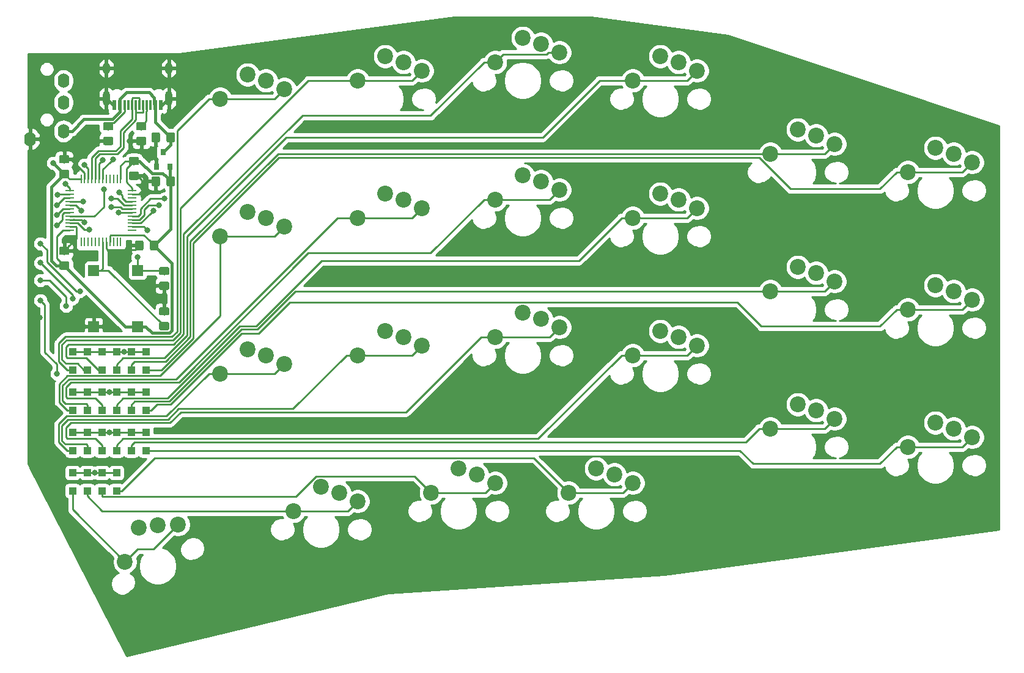
<source format=gtl>
G04 #@! TF.GenerationSoftware,KiCad,Pcbnew,5.0.2+dfsg1-1*
G04 #@! TF.CreationDate,2020-09-05T17:33:06+02:00*
G04 #@! TF.ProjectId,right,72696768-742e-46b6-9963-61645f706362,rev?*
G04 #@! TF.SameCoordinates,Original*
G04 #@! TF.FileFunction,Copper,L1,Top*
G04 #@! TF.FilePolarity,Positive*
%FSLAX46Y46*%
G04 Gerber Fmt 4.6, Leading zero omitted, Abs format (unit mm)*
G04 Created by KiCad (PCBNEW 5.0.2+dfsg1-1) date sam. 05 sept. 2020 17:33:06 CEST*
%MOMM*%
%LPD*%
G01*
G04 APERTURE LIST*
G04 #@! TA.AperFunction,ComponentPad*
%ADD10C,2.200000*%
G04 #@! TD*
G04 #@! TA.AperFunction,SMDPad,CuDef*
%ADD11R,1.500000X1.500000*%
G04 #@! TD*
G04 #@! TA.AperFunction,Conductor*
%ADD12C,0.100000*%
G04 #@! TD*
G04 #@! TA.AperFunction,SMDPad,CuDef*
%ADD13C,1.150000*%
G04 #@! TD*
G04 #@! TA.AperFunction,SMDPad,CuDef*
%ADD14R,1.000000X1.000000*%
G04 #@! TD*
G04 #@! TA.AperFunction,SMDPad,CuDef*
%ADD15R,0.250000X1.300000*%
G04 #@! TD*
G04 #@! TA.AperFunction,SMDPad,CuDef*
%ADD16R,1.300000X0.250000*%
G04 #@! TD*
G04 #@! TA.AperFunction,SMDPad,CuDef*
%ADD17R,0.800000X0.900000*%
G04 #@! TD*
G04 #@! TA.AperFunction,ComponentPad*
%ADD18O,1.600000X2.000000*%
G04 #@! TD*
G04 #@! TA.AperFunction,ComponentPad*
%ADD19O,1.000000X1.400000*%
G04 #@! TD*
G04 #@! TA.AperFunction,ComponentPad*
%ADD20O,1.000000X1.600000*%
G04 #@! TD*
G04 #@! TA.AperFunction,ComponentPad*
%ADD21O,1.000000X2.100000*%
G04 #@! TD*
G04 #@! TA.AperFunction,SMDPad,CuDef*
%ADD22R,0.300000X1.450000*%
G04 #@! TD*
G04 #@! TA.AperFunction,SMDPad,CuDef*
%ADD23R,0.600000X1.450000*%
G04 #@! TD*
G04 #@! TA.AperFunction,ViaPad*
%ADD24C,0.800000*%
G04 #@! TD*
G04 #@! TA.AperFunction,Conductor*
%ADD25C,0.381000*%
G04 #@! TD*
G04 #@! TA.AperFunction,Conductor*
%ADD26C,0.250000*%
G04 #@! TD*
G04 #@! TA.AperFunction,Conductor*
%ADD27C,0.254000*%
G04 #@! TD*
G04 APERTURE END LIST*
D10*
G04 #@! TO.P,SW12,1*
G04 #@! TO.N,Net-(D14-Pad2)*
X117114000Y-70522000D03*
G04 #@! TO.P,SW12,2*
G04 #@! TO.N,COL6*
X112014000Y-68522000D03*
X114554000Y-69342000D03*
G04 #@! TO.P,SW12,1*
G04 #@! TO.N,Net-(D14-Pad2)*
X108204000Y-71882000D03*
G04 #@! TD*
G04 #@! TO.P,SW15,1*
G04 #@! TO.N,Net-(D17-Pad2)*
X95024958Y-136078880D03*
G04 #@! TO.P,SW15,2*
G04 #@! TO.N,COL6*
X99574448Y-130972391D03*
X96935433Y-131371887D03*
G04 #@! TO.P,SW15,1*
G04 #@! TO.N,Net-(D17-Pad2)*
X102391994Y-130886147D03*
G04 #@! TD*
G04 #@! TO.P,SW3,1*
G04 #@! TO.N,Net-(D5-Pad2)*
X212364000Y-80682000D03*
G04 #@! TO.P,SW3,2*
G04 #@! TO.N,COL1*
X207264000Y-78682000D03*
X209804000Y-79502000D03*
G04 #@! TO.P,SW3,1*
G04 #@! TO.N,Net-(D5-Pad2)*
X203454000Y-82042000D03*
G04 #@! TD*
G04 #@! TO.P,SW4,1*
G04 #@! TO.N,Net-(D6-Pad2)*
X203454000Y-101092000D03*
G04 #@! TO.P,SW4,2*
G04 #@! TO.N,COL1*
X209804000Y-98552000D03*
X207264000Y-97732000D03*
G04 #@! TO.P,SW4,1*
G04 #@! TO.N,Net-(D6-Pad2)*
X212364000Y-99732000D03*
G04 #@! TD*
G04 #@! TO.P,SW5,1*
G04 #@! TO.N,Net-(D7-Pad2)*
X212364000Y-118782000D03*
G04 #@! TO.P,SW5,2*
G04 #@! TO.N,COL1*
X207264000Y-116782000D03*
X209804000Y-117602000D03*
G04 #@! TO.P,SW5,1*
G04 #@! TO.N,Net-(D7-Pad2)*
X203454000Y-120142000D03*
G04 #@! TD*
G04 #@! TO.P,SW7,1*
G04 #@! TO.N,Net-(D9-Pad2)*
X165354000Y-69342000D03*
G04 #@! TO.P,SW7,2*
G04 #@! TO.N,COL3*
X171704000Y-66802000D03*
X169164000Y-65982000D03*
G04 #@! TO.P,SW7,1*
G04 #@! TO.N,Net-(D9-Pad2)*
X174264000Y-67982000D03*
G04 #@! TD*
G04 #@! TO.P,SW13,1*
G04 #@! TO.N,Net-(D15-Pad2)*
X117114000Y-89572000D03*
G04 #@! TO.P,SW13,2*
G04 #@! TO.N,COL6*
X112014000Y-87572000D03*
X114554000Y-88392000D03*
G04 #@! TO.P,SW13,1*
G04 #@! TO.N,Net-(D15-Pad2)*
X108204000Y-90932000D03*
G04 #@! TD*
G04 #@! TO.P,SW8,1*
G04 #@! TO.N,Net-(D10-Pad2)*
X165354000Y-88392000D03*
G04 #@! TO.P,SW8,2*
G04 #@! TO.N,COL3*
X171704000Y-85852000D03*
X169164000Y-85032000D03*
G04 #@! TO.P,SW8,1*
G04 #@! TO.N,Net-(D10-Pad2)*
X174264000Y-87032000D03*
G04 #@! TD*
G04 #@! TO.P,SW9,1*
G04 #@! TO.N,Net-(D11-Pad2)*
X174264000Y-106082000D03*
G04 #@! TO.P,SW9,2*
G04 #@! TO.N,COL3*
X169164000Y-104082000D03*
X171704000Y-104902000D03*
G04 #@! TO.P,SW9,1*
G04 #@! TO.N,Net-(D11-Pad2)*
X165354000Y-107442000D03*
G04 #@! TD*
G04 #@! TO.P,SW10,1*
G04 #@! TO.N,Net-(D12-Pad2)*
X156464000Y-126492000D03*
G04 #@! TO.P,SW10,2*
G04 #@! TO.N,COL3*
X162814000Y-123952000D03*
X160274000Y-123132000D03*
G04 #@! TO.P,SW10,1*
G04 #@! TO.N,Net-(D12-Pad2)*
X165374000Y-125132000D03*
G04 #@! TD*
G04 #@! TO.P,SW14,1*
G04 #@! TO.N,Net-(D16-Pad2)*
X108204000Y-109982000D03*
G04 #@! TO.P,SW14,2*
G04 #@! TO.N,COL6*
X114554000Y-107442000D03*
X112014000Y-106622000D03*
G04 #@! TO.P,SW14,1*
G04 #@! TO.N,Net-(D16-Pad2)*
X117114000Y-108622000D03*
G04 #@! TD*
G04 #@! TO.P,SW17,1*
G04 #@! TO.N,Net-(D19-Pad2)*
X193314000Y-78142000D03*
G04 #@! TO.P,SW17,2*
G04 #@! TO.N,COL2*
X188214000Y-76142000D03*
X190754000Y-76962000D03*
G04 #@! TO.P,SW17,1*
G04 #@! TO.N,Net-(D19-Pad2)*
X184404000Y-79502000D03*
G04 #@! TD*
G04 #@! TO.P,SW18,1*
G04 #@! TO.N,Net-(D20-Pad2)*
X184404000Y-98552000D03*
G04 #@! TO.P,SW18,2*
G04 #@! TO.N,COL2*
X190754000Y-96012000D03*
X188214000Y-95192000D03*
G04 #@! TO.P,SW18,1*
G04 #@! TO.N,Net-(D20-Pad2)*
X193314000Y-97192000D03*
G04 #@! TD*
G04 #@! TO.P,SW19,1*
G04 #@! TO.N,Net-(D21-Pad2)*
X193314000Y-116242000D03*
G04 #@! TO.P,SW19,2*
G04 #@! TO.N,COL2*
X188214000Y-114242000D03*
X190754000Y-115062000D03*
G04 #@! TO.P,SW19,1*
G04 #@! TO.N,Net-(D21-Pad2)*
X184404000Y-117602000D03*
G04 #@! TD*
G04 #@! TO.P,SW21,1*
G04 #@! TO.N,Net-(D23-Pad2)*
X146304000Y-66802000D03*
G04 #@! TO.P,SW21,2*
G04 #@! TO.N,COL4*
X152654000Y-64262000D03*
X150114000Y-63442000D03*
G04 #@! TO.P,SW21,1*
G04 #@! TO.N,Net-(D23-Pad2)*
X155214000Y-65442000D03*
G04 #@! TD*
G04 #@! TO.P,SW22,1*
G04 #@! TO.N,Net-(D24-Pad2)*
X155214000Y-84492000D03*
G04 #@! TO.P,SW22,2*
G04 #@! TO.N,COL4*
X150114000Y-82492000D03*
X152654000Y-83312000D03*
G04 #@! TO.P,SW22,1*
G04 #@! TO.N,Net-(D24-Pad2)*
X146304000Y-85852000D03*
G04 #@! TD*
G04 #@! TO.P,SW23,1*
G04 #@! TO.N,Net-(D25-Pad2)*
X146304000Y-104902000D03*
G04 #@! TO.P,SW23,2*
G04 #@! TO.N,COL4*
X152654000Y-102362000D03*
X150114000Y-101542000D03*
G04 #@! TO.P,SW23,1*
G04 #@! TO.N,Net-(D25-Pad2)*
X155214000Y-103542000D03*
G04 #@! TD*
G04 #@! TO.P,SW31,1*
G04 #@! TO.N,Net-(D33-Pad2)*
X136164000Y-67982000D03*
G04 #@! TO.P,SW31,2*
G04 #@! TO.N,COL5*
X131064000Y-65982000D03*
X133604000Y-66802000D03*
G04 #@! TO.P,SW31,1*
G04 #@! TO.N,Net-(D33-Pad2)*
X127254000Y-69342000D03*
G04 #@! TD*
G04 #@! TO.P,SW32,1*
G04 #@! TO.N,Net-(D34-Pad2)*
X127254000Y-88392000D03*
G04 #@! TO.P,SW32,2*
G04 #@! TO.N,COL5*
X133604000Y-85852000D03*
X131064000Y-85032000D03*
G04 #@! TO.P,SW32,1*
G04 #@! TO.N,Net-(D34-Pad2)*
X136164000Y-87032000D03*
G04 #@! TD*
G04 #@! TO.P,SW33,1*
G04 #@! TO.N,Net-(D35-Pad2)*
X136164000Y-106082000D03*
G04 #@! TO.P,SW33,2*
G04 #@! TO.N,COL5*
X131064000Y-104082000D03*
X133604000Y-104902000D03*
G04 #@! TO.P,SW33,1*
G04 #@! TO.N,Net-(D35-Pad2)*
X127254000Y-107442000D03*
G04 #@! TD*
G04 #@! TO.P,SW34,1*
G04 #@! TO.N,Net-(D36-Pad2)*
X118364000Y-129032000D03*
G04 #@! TO.P,SW34,2*
G04 #@! TO.N,COL5*
X124714000Y-126492000D03*
X122174000Y-125672000D03*
G04 #@! TO.P,SW34,1*
G04 #@! TO.N,Net-(D36-Pad2)*
X127274000Y-127672000D03*
G04 #@! TD*
G04 #@! TO.P,SW24,1*
G04 #@! TO.N,Net-(D26-Pad2)*
X146324000Y-125132000D03*
G04 #@! TO.P,SW24,2*
G04 #@! TO.N,COL4*
X141224000Y-123132000D03*
X143764000Y-123952000D03*
G04 #@! TO.P,SW24,1*
G04 #@! TO.N,Net-(D26-Pad2)*
X137414000Y-126492000D03*
G04 #@! TD*
D11*
G04 #@! TO.P,SW2,2*
G04 #@! TO.N,Net-(C1-Pad2)*
X90678000Y-95668000D03*
G04 #@! TO.P,SW2,1*
G04 #@! TO.N,GND*
X90678000Y-103468000D03*
G04 #@! TD*
G04 #@! TO.P,SW1,1*
G04 #@! TO.N,Net-(R1-Pad1)*
X96774000Y-95668000D03*
G04 #@! TO.P,SW1,2*
G04 #@! TO.N,3.3V*
X96774000Y-103468000D03*
G04 #@! TD*
D12*
G04 #@! TO.N,GND*
G04 #@! TO.C,C1*
G36*
X100931505Y-100763204D02*
X100955773Y-100766804D01*
X100979572Y-100772765D01*
X101002671Y-100781030D01*
X101024850Y-100791520D01*
X101045893Y-100804132D01*
X101065599Y-100818747D01*
X101083777Y-100835223D01*
X101100253Y-100853401D01*
X101114868Y-100873107D01*
X101127480Y-100894150D01*
X101137970Y-100916329D01*
X101146235Y-100939428D01*
X101152196Y-100963227D01*
X101155796Y-100987495D01*
X101157000Y-101011999D01*
X101157000Y-101662001D01*
X101155796Y-101686505D01*
X101152196Y-101710773D01*
X101146235Y-101734572D01*
X101137970Y-101757671D01*
X101127480Y-101779850D01*
X101114868Y-101800893D01*
X101100253Y-101820599D01*
X101083777Y-101838777D01*
X101065599Y-101855253D01*
X101045893Y-101869868D01*
X101024850Y-101882480D01*
X101002671Y-101892970D01*
X100979572Y-101901235D01*
X100955773Y-101907196D01*
X100931505Y-101910796D01*
X100907001Y-101912000D01*
X100006999Y-101912000D01*
X99982495Y-101910796D01*
X99958227Y-101907196D01*
X99934428Y-101901235D01*
X99911329Y-101892970D01*
X99889150Y-101882480D01*
X99868107Y-101869868D01*
X99848401Y-101855253D01*
X99830223Y-101838777D01*
X99813747Y-101820599D01*
X99799132Y-101800893D01*
X99786520Y-101779850D01*
X99776030Y-101757671D01*
X99767765Y-101734572D01*
X99761804Y-101710773D01*
X99758204Y-101686505D01*
X99757000Y-101662001D01*
X99757000Y-101011999D01*
X99758204Y-100987495D01*
X99761804Y-100963227D01*
X99767765Y-100939428D01*
X99776030Y-100916329D01*
X99786520Y-100894150D01*
X99799132Y-100873107D01*
X99813747Y-100853401D01*
X99830223Y-100835223D01*
X99848401Y-100818747D01*
X99868107Y-100804132D01*
X99889150Y-100791520D01*
X99911329Y-100781030D01*
X99934428Y-100772765D01*
X99958227Y-100766804D01*
X99982495Y-100763204D01*
X100006999Y-100762000D01*
X100907001Y-100762000D01*
X100931505Y-100763204D01*
X100931505Y-100763204D01*
G37*
D13*
G04 #@! TD*
G04 #@! TO.P,C1,1*
G04 #@! TO.N,GND*
X100457000Y-101337000D03*
D12*
G04 #@! TO.N,Net-(C1-Pad2)*
G04 #@! TO.C,C1*
G36*
X100931505Y-102813204D02*
X100955773Y-102816804D01*
X100979572Y-102822765D01*
X101002671Y-102831030D01*
X101024850Y-102841520D01*
X101045893Y-102854132D01*
X101065599Y-102868747D01*
X101083777Y-102885223D01*
X101100253Y-102903401D01*
X101114868Y-102923107D01*
X101127480Y-102944150D01*
X101137970Y-102966329D01*
X101146235Y-102989428D01*
X101152196Y-103013227D01*
X101155796Y-103037495D01*
X101157000Y-103061999D01*
X101157000Y-103712001D01*
X101155796Y-103736505D01*
X101152196Y-103760773D01*
X101146235Y-103784572D01*
X101137970Y-103807671D01*
X101127480Y-103829850D01*
X101114868Y-103850893D01*
X101100253Y-103870599D01*
X101083777Y-103888777D01*
X101065599Y-103905253D01*
X101045893Y-103919868D01*
X101024850Y-103932480D01*
X101002671Y-103942970D01*
X100979572Y-103951235D01*
X100955773Y-103957196D01*
X100931505Y-103960796D01*
X100907001Y-103962000D01*
X100006999Y-103962000D01*
X99982495Y-103960796D01*
X99958227Y-103957196D01*
X99934428Y-103951235D01*
X99911329Y-103942970D01*
X99889150Y-103932480D01*
X99868107Y-103919868D01*
X99848401Y-103905253D01*
X99830223Y-103888777D01*
X99813747Y-103870599D01*
X99799132Y-103850893D01*
X99786520Y-103829850D01*
X99776030Y-103807671D01*
X99767765Y-103784572D01*
X99761804Y-103760773D01*
X99758204Y-103736505D01*
X99757000Y-103712001D01*
X99757000Y-103061999D01*
X99758204Y-103037495D01*
X99761804Y-103013227D01*
X99767765Y-102989428D01*
X99776030Y-102966329D01*
X99786520Y-102944150D01*
X99799132Y-102923107D01*
X99813747Y-102903401D01*
X99830223Y-102885223D01*
X99848401Y-102868747D01*
X99868107Y-102854132D01*
X99889150Y-102841520D01*
X99911329Y-102831030D01*
X99934428Y-102822765D01*
X99958227Y-102816804D01*
X99982495Y-102813204D01*
X100006999Y-102812000D01*
X100907001Y-102812000D01*
X100931505Y-102813204D01*
X100931505Y-102813204D01*
G37*
D13*
G04 #@! TD*
G04 #@! TO.P,C1,2*
G04 #@! TO.N,Net-(C1-Pad2)*
X100457000Y-103387000D03*
D12*
G04 #@! TO.N,3.3V*
G04 #@! TO.C,C2*
G36*
X87088505Y-81731204D02*
X87112773Y-81734804D01*
X87136572Y-81740765D01*
X87159671Y-81749030D01*
X87181850Y-81759520D01*
X87202893Y-81772132D01*
X87222599Y-81786747D01*
X87240777Y-81803223D01*
X87257253Y-81821401D01*
X87271868Y-81841107D01*
X87284480Y-81862150D01*
X87294970Y-81884329D01*
X87303235Y-81907428D01*
X87309196Y-81931227D01*
X87312796Y-81955495D01*
X87314000Y-81979999D01*
X87314000Y-82630001D01*
X87312796Y-82654505D01*
X87309196Y-82678773D01*
X87303235Y-82702572D01*
X87294970Y-82725671D01*
X87284480Y-82747850D01*
X87271868Y-82768893D01*
X87257253Y-82788599D01*
X87240777Y-82806777D01*
X87222599Y-82823253D01*
X87202893Y-82837868D01*
X87181850Y-82850480D01*
X87159671Y-82860970D01*
X87136572Y-82869235D01*
X87112773Y-82875196D01*
X87088505Y-82878796D01*
X87064001Y-82880000D01*
X86163999Y-82880000D01*
X86139495Y-82878796D01*
X86115227Y-82875196D01*
X86091428Y-82869235D01*
X86068329Y-82860970D01*
X86046150Y-82850480D01*
X86025107Y-82837868D01*
X86005401Y-82823253D01*
X85987223Y-82806777D01*
X85970747Y-82788599D01*
X85956132Y-82768893D01*
X85943520Y-82747850D01*
X85933030Y-82725671D01*
X85924765Y-82702572D01*
X85918804Y-82678773D01*
X85915204Y-82654505D01*
X85914000Y-82630001D01*
X85914000Y-81979999D01*
X85915204Y-81955495D01*
X85918804Y-81931227D01*
X85924765Y-81907428D01*
X85933030Y-81884329D01*
X85943520Y-81862150D01*
X85956132Y-81841107D01*
X85970747Y-81821401D01*
X85987223Y-81803223D01*
X86005401Y-81786747D01*
X86025107Y-81772132D01*
X86046150Y-81759520D01*
X86068329Y-81749030D01*
X86091428Y-81740765D01*
X86115227Y-81734804D01*
X86139495Y-81731204D01*
X86163999Y-81730000D01*
X87064001Y-81730000D01*
X87088505Y-81731204D01*
X87088505Y-81731204D01*
G37*
D13*
G04 #@! TD*
G04 #@! TO.P,C2,2*
G04 #@! TO.N,3.3V*
X86614000Y-82305000D03*
D12*
G04 #@! TO.N,GND*
G04 #@! TO.C,C2*
G36*
X87088505Y-79681204D02*
X87112773Y-79684804D01*
X87136572Y-79690765D01*
X87159671Y-79699030D01*
X87181850Y-79709520D01*
X87202893Y-79722132D01*
X87222599Y-79736747D01*
X87240777Y-79753223D01*
X87257253Y-79771401D01*
X87271868Y-79791107D01*
X87284480Y-79812150D01*
X87294970Y-79834329D01*
X87303235Y-79857428D01*
X87309196Y-79881227D01*
X87312796Y-79905495D01*
X87314000Y-79929999D01*
X87314000Y-80580001D01*
X87312796Y-80604505D01*
X87309196Y-80628773D01*
X87303235Y-80652572D01*
X87294970Y-80675671D01*
X87284480Y-80697850D01*
X87271868Y-80718893D01*
X87257253Y-80738599D01*
X87240777Y-80756777D01*
X87222599Y-80773253D01*
X87202893Y-80787868D01*
X87181850Y-80800480D01*
X87159671Y-80810970D01*
X87136572Y-80819235D01*
X87112773Y-80825196D01*
X87088505Y-80828796D01*
X87064001Y-80830000D01*
X86163999Y-80830000D01*
X86139495Y-80828796D01*
X86115227Y-80825196D01*
X86091428Y-80819235D01*
X86068329Y-80810970D01*
X86046150Y-80800480D01*
X86025107Y-80787868D01*
X86005401Y-80773253D01*
X85987223Y-80756777D01*
X85970747Y-80738599D01*
X85956132Y-80718893D01*
X85943520Y-80697850D01*
X85933030Y-80675671D01*
X85924765Y-80652572D01*
X85918804Y-80628773D01*
X85915204Y-80604505D01*
X85914000Y-80580001D01*
X85914000Y-79929999D01*
X85915204Y-79905495D01*
X85918804Y-79881227D01*
X85924765Y-79857428D01*
X85933030Y-79834329D01*
X85943520Y-79812150D01*
X85956132Y-79791107D01*
X85970747Y-79771401D01*
X85987223Y-79753223D01*
X86005401Y-79736747D01*
X86025107Y-79722132D01*
X86046150Y-79709520D01*
X86068329Y-79699030D01*
X86091428Y-79690765D01*
X86115227Y-79684804D01*
X86139495Y-79681204D01*
X86163999Y-79680000D01*
X87064001Y-79680000D01*
X87088505Y-79681204D01*
X87088505Y-79681204D01*
G37*
D13*
G04 #@! TD*
G04 #@! TO.P,C2,1*
G04 #@! TO.N,GND*
X86614000Y-80255000D03*
D12*
G04 #@! TO.N,GND*
G04 #@! TO.C,C3*
G36*
X96740505Y-81985204D02*
X96764773Y-81988804D01*
X96788572Y-81994765D01*
X96811671Y-82003030D01*
X96833850Y-82013520D01*
X96854893Y-82026132D01*
X96874599Y-82040747D01*
X96892777Y-82057223D01*
X96909253Y-82075401D01*
X96923868Y-82095107D01*
X96936480Y-82116150D01*
X96946970Y-82138329D01*
X96955235Y-82161428D01*
X96961196Y-82185227D01*
X96964796Y-82209495D01*
X96966000Y-82233999D01*
X96966000Y-82884001D01*
X96964796Y-82908505D01*
X96961196Y-82932773D01*
X96955235Y-82956572D01*
X96946970Y-82979671D01*
X96936480Y-83001850D01*
X96923868Y-83022893D01*
X96909253Y-83042599D01*
X96892777Y-83060777D01*
X96874599Y-83077253D01*
X96854893Y-83091868D01*
X96833850Y-83104480D01*
X96811671Y-83114970D01*
X96788572Y-83123235D01*
X96764773Y-83129196D01*
X96740505Y-83132796D01*
X96716001Y-83134000D01*
X95815999Y-83134000D01*
X95791495Y-83132796D01*
X95767227Y-83129196D01*
X95743428Y-83123235D01*
X95720329Y-83114970D01*
X95698150Y-83104480D01*
X95677107Y-83091868D01*
X95657401Y-83077253D01*
X95639223Y-83060777D01*
X95622747Y-83042599D01*
X95608132Y-83022893D01*
X95595520Y-83001850D01*
X95585030Y-82979671D01*
X95576765Y-82956572D01*
X95570804Y-82932773D01*
X95567204Y-82908505D01*
X95566000Y-82884001D01*
X95566000Y-82233999D01*
X95567204Y-82209495D01*
X95570804Y-82185227D01*
X95576765Y-82161428D01*
X95585030Y-82138329D01*
X95595520Y-82116150D01*
X95608132Y-82095107D01*
X95622747Y-82075401D01*
X95639223Y-82057223D01*
X95657401Y-82040747D01*
X95677107Y-82026132D01*
X95698150Y-82013520D01*
X95720329Y-82003030D01*
X95743428Y-81994765D01*
X95767227Y-81988804D01*
X95791495Y-81985204D01*
X95815999Y-81984000D01*
X96716001Y-81984000D01*
X96740505Y-81985204D01*
X96740505Y-81985204D01*
G37*
D13*
G04 #@! TD*
G04 #@! TO.P,C3,1*
G04 #@! TO.N,GND*
X96266000Y-82559000D03*
D12*
G04 #@! TO.N,3.3V*
G04 #@! TO.C,C3*
G36*
X96740505Y-79935204D02*
X96764773Y-79938804D01*
X96788572Y-79944765D01*
X96811671Y-79953030D01*
X96833850Y-79963520D01*
X96854893Y-79976132D01*
X96874599Y-79990747D01*
X96892777Y-80007223D01*
X96909253Y-80025401D01*
X96923868Y-80045107D01*
X96936480Y-80066150D01*
X96946970Y-80088329D01*
X96955235Y-80111428D01*
X96961196Y-80135227D01*
X96964796Y-80159495D01*
X96966000Y-80183999D01*
X96966000Y-80834001D01*
X96964796Y-80858505D01*
X96961196Y-80882773D01*
X96955235Y-80906572D01*
X96946970Y-80929671D01*
X96936480Y-80951850D01*
X96923868Y-80972893D01*
X96909253Y-80992599D01*
X96892777Y-81010777D01*
X96874599Y-81027253D01*
X96854893Y-81041868D01*
X96833850Y-81054480D01*
X96811671Y-81064970D01*
X96788572Y-81073235D01*
X96764773Y-81079196D01*
X96740505Y-81082796D01*
X96716001Y-81084000D01*
X95815999Y-81084000D01*
X95791495Y-81082796D01*
X95767227Y-81079196D01*
X95743428Y-81073235D01*
X95720329Y-81064970D01*
X95698150Y-81054480D01*
X95677107Y-81041868D01*
X95657401Y-81027253D01*
X95639223Y-81010777D01*
X95622747Y-80992599D01*
X95608132Y-80972893D01*
X95595520Y-80951850D01*
X95585030Y-80929671D01*
X95576765Y-80906572D01*
X95570804Y-80882773D01*
X95567204Y-80858505D01*
X95566000Y-80834001D01*
X95566000Y-80183999D01*
X95567204Y-80159495D01*
X95570804Y-80135227D01*
X95576765Y-80111428D01*
X95585030Y-80088329D01*
X95595520Y-80066150D01*
X95608132Y-80045107D01*
X95622747Y-80025401D01*
X95639223Y-80007223D01*
X95657401Y-79990747D01*
X95677107Y-79976132D01*
X95698150Y-79963520D01*
X95720329Y-79953030D01*
X95743428Y-79944765D01*
X95767227Y-79938804D01*
X95791495Y-79935204D01*
X95815999Y-79934000D01*
X96716001Y-79934000D01*
X96740505Y-79935204D01*
X96740505Y-79935204D01*
G37*
D13*
G04 #@! TD*
G04 #@! TO.P,C3,2*
G04 #@! TO.N,3.3V*
X96266000Y-80509000D03*
D12*
G04 #@! TO.N,3.3V*
G04 #@! TO.C,C4*
G36*
X99418505Y-91503204D02*
X99442773Y-91506804D01*
X99466572Y-91512765D01*
X99489671Y-91521030D01*
X99511850Y-91531520D01*
X99532893Y-91544132D01*
X99552599Y-91558747D01*
X99570777Y-91575223D01*
X99587253Y-91593401D01*
X99601868Y-91613107D01*
X99614480Y-91634150D01*
X99624970Y-91656329D01*
X99633235Y-91679428D01*
X99639196Y-91703227D01*
X99642796Y-91727495D01*
X99644000Y-91751999D01*
X99644000Y-92652001D01*
X99642796Y-92676505D01*
X99639196Y-92700773D01*
X99633235Y-92724572D01*
X99624970Y-92747671D01*
X99614480Y-92769850D01*
X99601868Y-92790893D01*
X99587253Y-92810599D01*
X99570777Y-92828777D01*
X99552599Y-92845253D01*
X99532893Y-92859868D01*
X99511850Y-92872480D01*
X99489671Y-92882970D01*
X99466572Y-92891235D01*
X99442773Y-92897196D01*
X99418505Y-92900796D01*
X99394001Y-92902000D01*
X98743999Y-92902000D01*
X98719495Y-92900796D01*
X98695227Y-92897196D01*
X98671428Y-92891235D01*
X98648329Y-92882970D01*
X98626150Y-92872480D01*
X98605107Y-92859868D01*
X98585401Y-92845253D01*
X98567223Y-92828777D01*
X98550747Y-92810599D01*
X98536132Y-92790893D01*
X98523520Y-92769850D01*
X98513030Y-92747671D01*
X98504765Y-92724572D01*
X98498804Y-92700773D01*
X98495204Y-92676505D01*
X98494000Y-92652001D01*
X98494000Y-91751999D01*
X98495204Y-91727495D01*
X98498804Y-91703227D01*
X98504765Y-91679428D01*
X98513030Y-91656329D01*
X98523520Y-91634150D01*
X98536132Y-91613107D01*
X98550747Y-91593401D01*
X98567223Y-91575223D01*
X98585401Y-91558747D01*
X98605107Y-91544132D01*
X98626150Y-91531520D01*
X98648329Y-91521030D01*
X98671428Y-91512765D01*
X98695227Y-91506804D01*
X98719495Y-91503204D01*
X98743999Y-91502000D01*
X99394001Y-91502000D01*
X99418505Y-91503204D01*
X99418505Y-91503204D01*
G37*
D13*
G04 #@! TD*
G04 #@! TO.P,C4,2*
G04 #@! TO.N,3.3V*
X99069000Y-92202000D03*
D12*
G04 #@! TO.N,GND*
G04 #@! TO.C,C4*
G36*
X97368505Y-91503204D02*
X97392773Y-91506804D01*
X97416572Y-91512765D01*
X97439671Y-91521030D01*
X97461850Y-91531520D01*
X97482893Y-91544132D01*
X97502599Y-91558747D01*
X97520777Y-91575223D01*
X97537253Y-91593401D01*
X97551868Y-91613107D01*
X97564480Y-91634150D01*
X97574970Y-91656329D01*
X97583235Y-91679428D01*
X97589196Y-91703227D01*
X97592796Y-91727495D01*
X97594000Y-91751999D01*
X97594000Y-92652001D01*
X97592796Y-92676505D01*
X97589196Y-92700773D01*
X97583235Y-92724572D01*
X97574970Y-92747671D01*
X97564480Y-92769850D01*
X97551868Y-92790893D01*
X97537253Y-92810599D01*
X97520777Y-92828777D01*
X97502599Y-92845253D01*
X97482893Y-92859868D01*
X97461850Y-92872480D01*
X97439671Y-92882970D01*
X97416572Y-92891235D01*
X97392773Y-92897196D01*
X97368505Y-92900796D01*
X97344001Y-92902000D01*
X96693999Y-92902000D01*
X96669495Y-92900796D01*
X96645227Y-92897196D01*
X96621428Y-92891235D01*
X96598329Y-92882970D01*
X96576150Y-92872480D01*
X96555107Y-92859868D01*
X96535401Y-92845253D01*
X96517223Y-92828777D01*
X96500747Y-92810599D01*
X96486132Y-92790893D01*
X96473520Y-92769850D01*
X96463030Y-92747671D01*
X96454765Y-92724572D01*
X96448804Y-92700773D01*
X96445204Y-92676505D01*
X96444000Y-92652001D01*
X96444000Y-91751999D01*
X96445204Y-91727495D01*
X96448804Y-91703227D01*
X96454765Y-91679428D01*
X96463030Y-91656329D01*
X96473520Y-91634150D01*
X96486132Y-91613107D01*
X96500747Y-91593401D01*
X96517223Y-91575223D01*
X96535401Y-91558747D01*
X96555107Y-91544132D01*
X96576150Y-91531520D01*
X96598329Y-91521030D01*
X96621428Y-91512765D01*
X96645227Y-91506804D01*
X96669495Y-91503204D01*
X96693999Y-91502000D01*
X97344001Y-91502000D01*
X97368505Y-91503204D01*
X97368505Y-91503204D01*
G37*
D13*
G04 #@! TD*
G04 #@! TO.P,C4,1*
G04 #@! TO.N,GND*
X97019000Y-92202000D03*
D12*
G04 #@! TO.N,GND*
G04 #@! TO.C,C5*
G36*
X87088505Y-92381204D02*
X87112773Y-92384804D01*
X87136572Y-92390765D01*
X87159671Y-92399030D01*
X87181850Y-92409520D01*
X87202893Y-92422132D01*
X87222599Y-92436747D01*
X87240777Y-92453223D01*
X87257253Y-92471401D01*
X87271868Y-92491107D01*
X87284480Y-92512150D01*
X87294970Y-92534329D01*
X87303235Y-92557428D01*
X87309196Y-92581227D01*
X87312796Y-92605495D01*
X87314000Y-92629999D01*
X87314000Y-93280001D01*
X87312796Y-93304505D01*
X87309196Y-93328773D01*
X87303235Y-93352572D01*
X87294970Y-93375671D01*
X87284480Y-93397850D01*
X87271868Y-93418893D01*
X87257253Y-93438599D01*
X87240777Y-93456777D01*
X87222599Y-93473253D01*
X87202893Y-93487868D01*
X87181850Y-93500480D01*
X87159671Y-93510970D01*
X87136572Y-93519235D01*
X87112773Y-93525196D01*
X87088505Y-93528796D01*
X87064001Y-93530000D01*
X86163999Y-93530000D01*
X86139495Y-93528796D01*
X86115227Y-93525196D01*
X86091428Y-93519235D01*
X86068329Y-93510970D01*
X86046150Y-93500480D01*
X86025107Y-93487868D01*
X86005401Y-93473253D01*
X85987223Y-93456777D01*
X85970747Y-93438599D01*
X85956132Y-93418893D01*
X85943520Y-93397850D01*
X85933030Y-93375671D01*
X85924765Y-93352572D01*
X85918804Y-93328773D01*
X85915204Y-93304505D01*
X85914000Y-93280001D01*
X85914000Y-92629999D01*
X85915204Y-92605495D01*
X85918804Y-92581227D01*
X85924765Y-92557428D01*
X85933030Y-92534329D01*
X85943520Y-92512150D01*
X85956132Y-92491107D01*
X85970747Y-92471401D01*
X85987223Y-92453223D01*
X86005401Y-92436747D01*
X86025107Y-92422132D01*
X86046150Y-92409520D01*
X86068329Y-92399030D01*
X86091428Y-92390765D01*
X86115227Y-92384804D01*
X86139495Y-92381204D01*
X86163999Y-92380000D01*
X87064001Y-92380000D01*
X87088505Y-92381204D01*
X87088505Y-92381204D01*
G37*
D13*
G04 #@! TD*
G04 #@! TO.P,C5,1*
G04 #@! TO.N,GND*
X86614000Y-92955000D03*
D12*
G04 #@! TO.N,3.3V*
G04 #@! TO.C,C5*
G36*
X87088505Y-94431204D02*
X87112773Y-94434804D01*
X87136572Y-94440765D01*
X87159671Y-94449030D01*
X87181850Y-94459520D01*
X87202893Y-94472132D01*
X87222599Y-94486747D01*
X87240777Y-94503223D01*
X87257253Y-94521401D01*
X87271868Y-94541107D01*
X87284480Y-94562150D01*
X87294970Y-94584329D01*
X87303235Y-94607428D01*
X87309196Y-94631227D01*
X87312796Y-94655495D01*
X87314000Y-94679999D01*
X87314000Y-95330001D01*
X87312796Y-95354505D01*
X87309196Y-95378773D01*
X87303235Y-95402572D01*
X87294970Y-95425671D01*
X87284480Y-95447850D01*
X87271868Y-95468893D01*
X87257253Y-95488599D01*
X87240777Y-95506777D01*
X87222599Y-95523253D01*
X87202893Y-95537868D01*
X87181850Y-95550480D01*
X87159671Y-95560970D01*
X87136572Y-95569235D01*
X87112773Y-95575196D01*
X87088505Y-95578796D01*
X87064001Y-95580000D01*
X86163999Y-95580000D01*
X86139495Y-95578796D01*
X86115227Y-95575196D01*
X86091428Y-95569235D01*
X86068329Y-95560970D01*
X86046150Y-95550480D01*
X86025107Y-95537868D01*
X86005401Y-95523253D01*
X85987223Y-95506777D01*
X85970747Y-95488599D01*
X85956132Y-95468893D01*
X85943520Y-95447850D01*
X85933030Y-95425671D01*
X85924765Y-95402572D01*
X85918804Y-95378773D01*
X85915204Y-95354505D01*
X85914000Y-95330001D01*
X85914000Y-94679999D01*
X85915204Y-94655495D01*
X85918804Y-94631227D01*
X85924765Y-94607428D01*
X85933030Y-94584329D01*
X85943520Y-94562150D01*
X85956132Y-94541107D01*
X85970747Y-94521401D01*
X85987223Y-94503223D01*
X86005401Y-94486747D01*
X86025107Y-94472132D01*
X86046150Y-94459520D01*
X86068329Y-94449030D01*
X86091428Y-94440765D01*
X86115227Y-94434804D01*
X86139495Y-94431204D01*
X86163999Y-94430000D01*
X87064001Y-94430000D01*
X87088505Y-94431204D01*
X87088505Y-94431204D01*
G37*
D13*
G04 #@! TD*
G04 #@! TO.P,C5,2*
G04 #@! TO.N,3.3V*
X86614000Y-95005000D03*
D12*
G04 #@! TO.N,3.3V*
G04 #@! TO.C,C6*
G36*
X101704505Y-82613204D02*
X101728773Y-82616804D01*
X101752572Y-82622765D01*
X101775671Y-82631030D01*
X101797850Y-82641520D01*
X101818893Y-82654132D01*
X101838599Y-82668747D01*
X101856777Y-82685223D01*
X101873253Y-82703401D01*
X101887868Y-82723107D01*
X101900480Y-82744150D01*
X101910970Y-82766329D01*
X101919235Y-82789428D01*
X101925196Y-82813227D01*
X101928796Y-82837495D01*
X101930000Y-82861999D01*
X101930000Y-83762001D01*
X101928796Y-83786505D01*
X101925196Y-83810773D01*
X101919235Y-83834572D01*
X101910970Y-83857671D01*
X101900480Y-83879850D01*
X101887868Y-83900893D01*
X101873253Y-83920599D01*
X101856777Y-83938777D01*
X101838599Y-83955253D01*
X101818893Y-83969868D01*
X101797850Y-83982480D01*
X101775671Y-83992970D01*
X101752572Y-84001235D01*
X101728773Y-84007196D01*
X101704505Y-84010796D01*
X101680001Y-84012000D01*
X101029999Y-84012000D01*
X101005495Y-84010796D01*
X100981227Y-84007196D01*
X100957428Y-84001235D01*
X100934329Y-83992970D01*
X100912150Y-83982480D01*
X100891107Y-83969868D01*
X100871401Y-83955253D01*
X100853223Y-83938777D01*
X100836747Y-83920599D01*
X100822132Y-83900893D01*
X100809520Y-83879850D01*
X100799030Y-83857671D01*
X100790765Y-83834572D01*
X100784804Y-83810773D01*
X100781204Y-83786505D01*
X100780000Y-83762001D01*
X100780000Y-82861999D01*
X100781204Y-82837495D01*
X100784804Y-82813227D01*
X100790765Y-82789428D01*
X100799030Y-82766329D01*
X100809520Y-82744150D01*
X100822132Y-82723107D01*
X100836747Y-82703401D01*
X100853223Y-82685223D01*
X100871401Y-82668747D01*
X100891107Y-82654132D01*
X100912150Y-82641520D01*
X100934329Y-82631030D01*
X100957428Y-82622765D01*
X100981227Y-82616804D01*
X101005495Y-82613204D01*
X101029999Y-82612000D01*
X101680001Y-82612000D01*
X101704505Y-82613204D01*
X101704505Y-82613204D01*
G37*
D13*
G04 #@! TD*
G04 #@! TO.P,C6,2*
G04 #@! TO.N,3.3V*
X101355000Y-83312000D03*
D12*
G04 #@! TO.N,GND*
G04 #@! TO.C,C6*
G36*
X99654505Y-82613204D02*
X99678773Y-82616804D01*
X99702572Y-82622765D01*
X99725671Y-82631030D01*
X99747850Y-82641520D01*
X99768893Y-82654132D01*
X99788599Y-82668747D01*
X99806777Y-82685223D01*
X99823253Y-82703401D01*
X99837868Y-82723107D01*
X99850480Y-82744150D01*
X99860970Y-82766329D01*
X99869235Y-82789428D01*
X99875196Y-82813227D01*
X99878796Y-82837495D01*
X99880000Y-82861999D01*
X99880000Y-83762001D01*
X99878796Y-83786505D01*
X99875196Y-83810773D01*
X99869235Y-83834572D01*
X99860970Y-83857671D01*
X99850480Y-83879850D01*
X99837868Y-83900893D01*
X99823253Y-83920599D01*
X99806777Y-83938777D01*
X99788599Y-83955253D01*
X99768893Y-83969868D01*
X99747850Y-83982480D01*
X99725671Y-83992970D01*
X99702572Y-84001235D01*
X99678773Y-84007196D01*
X99654505Y-84010796D01*
X99630001Y-84012000D01*
X98979999Y-84012000D01*
X98955495Y-84010796D01*
X98931227Y-84007196D01*
X98907428Y-84001235D01*
X98884329Y-83992970D01*
X98862150Y-83982480D01*
X98841107Y-83969868D01*
X98821401Y-83955253D01*
X98803223Y-83938777D01*
X98786747Y-83920599D01*
X98772132Y-83900893D01*
X98759520Y-83879850D01*
X98749030Y-83857671D01*
X98740765Y-83834572D01*
X98734804Y-83810773D01*
X98731204Y-83786505D01*
X98730000Y-83762001D01*
X98730000Y-82861999D01*
X98731204Y-82837495D01*
X98734804Y-82813227D01*
X98740765Y-82789428D01*
X98749030Y-82766329D01*
X98759520Y-82744150D01*
X98772132Y-82723107D01*
X98786747Y-82703401D01*
X98803223Y-82685223D01*
X98821401Y-82668747D01*
X98841107Y-82654132D01*
X98862150Y-82641520D01*
X98884329Y-82631030D01*
X98907428Y-82622765D01*
X98931227Y-82616804D01*
X98955495Y-82613204D01*
X98979999Y-82612000D01*
X99630001Y-82612000D01*
X99654505Y-82613204D01*
X99654505Y-82613204D01*
G37*
D13*
G04 #@! TD*
G04 #@! TO.P,C6,1*
G04 #@! TO.N,GND*
X99305000Y-83312000D03*
D12*
G04 #@! TO.N,GND*
G04 #@! TO.C,C7*
G36*
X99654505Y-76517204D02*
X99678773Y-76520804D01*
X99702572Y-76526765D01*
X99725671Y-76535030D01*
X99747850Y-76545520D01*
X99768893Y-76558132D01*
X99788599Y-76572747D01*
X99806777Y-76589223D01*
X99823253Y-76607401D01*
X99837868Y-76627107D01*
X99850480Y-76648150D01*
X99860970Y-76670329D01*
X99869235Y-76693428D01*
X99875196Y-76717227D01*
X99878796Y-76741495D01*
X99880000Y-76765999D01*
X99880000Y-77666001D01*
X99878796Y-77690505D01*
X99875196Y-77714773D01*
X99869235Y-77738572D01*
X99860970Y-77761671D01*
X99850480Y-77783850D01*
X99837868Y-77804893D01*
X99823253Y-77824599D01*
X99806777Y-77842777D01*
X99788599Y-77859253D01*
X99768893Y-77873868D01*
X99747850Y-77886480D01*
X99725671Y-77896970D01*
X99702572Y-77905235D01*
X99678773Y-77911196D01*
X99654505Y-77914796D01*
X99630001Y-77916000D01*
X98979999Y-77916000D01*
X98955495Y-77914796D01*
X98931227Y-77911196D01*
X98907428Y-77905235D01*
X98884329Y-77896970D01*
X98862150Y-77886480D01*
X98841107Y-77873868D01*
X98821401Y-77859253D01*
X98803223Y-77842777D01*
X98786747Y-77824599D01*
X98772132Y-77804893D01*
X98759520Y-77783850D01*
X98749030Y-77761671D01*
X98740765Y-77738572D01*
X98734804Y-77714773D01*
X98731204Y-77690505D01*
X98730000Y-77666001D01*
X98730000Y-76765999D01*
X98731204Y-76741495D01*
X98734804Y-76717227D01*
X98740765Y-76693428D01*
X98749030Y-76670329D01*
X98759520Y-76648150D01*
X98772132Y-76627107D01*
X98786747Y-76607401D01*
X98803223Y-76589223D01*
X98821401Y-76572747D01*
X98841107Y-76558132D01*
X98862150Y-76545520D01*
X98884329Y-76535030D01*
X98907428Y-76526765D01*
X98931227Y-76520804D01*
X98955495Y-76517204D01*
X98979999Y-76516000D01*
X99630001Y-76516000D01*
X99654505Y-76517204D01*
X99654505Y-76517204D01*
G37*
D13*
G04 #@! TD*
G04 #@! TO.P,C7,1*
G04 #@! TO.N,GND*
X99305000Y-77216000D03*
D12*
G04 #@! TO.N,5V*
G04 #@! TO.C,C7*
G36*
X101704505Y-76517204D02*
X101728773Y-76520804D01*
X101752572Y-76526765D01*
X101775671Y-76535030D01*
X101797850Y-76545520D01*
X101818893Y-76558132D01*
X101838599Y-76572747D01*
X101856777Y-76589223D01*
X101873253Y-76607401D01*
X101887868Y-76627107D01*
X101900480Y-76648150D01*
X101910970Y-76670329D01*
X101919235Y-76693428D01*
X101925196Y-76717227D01*
X101928796Y-76741495D01*
X101930000Y-76765999D01*
X101930000Y-77666001D01*
X101928796Y-77690505D01*
X101925196Y-77714773D01*
X101919235Y-77738572D01*
X101910970Y-77761671D01*
X101900480Y-77783850D01*
X101887868Y-77804893D01*
X101873253Y-77824599D01*
X101856777Y-77842777D01*
X101838599Y-77859253D01*
X101818893Y-77873868D01*
X101797850Y-77886480D01*
X101775671Y-77896970D01*
X101752572Y-77905235D01*
X101728773Y-77911196D01*
X101704505Y-77914796D01*
X101680001Y-77916000D01*
X101029999Y-77916000D01*
X101005495Y-77914796D01*
X100981227Y-77911196D01*
X100957428Y-77905235D01*
X100934329Y-77896970D01*
X100912150Y-77886480D01*
X100891107Y-77873868D01*
X100871401Y-77859253D01*
X100853223Y-77842777D01*
X100836747Y-77824599D01*
X100822132Y-77804893D01*
X100809520Y-77783850D01*
X100799030Y-77761671D01*
X100790765Y-77738572D01*
X100784804Y-77714773D01*
X100781204Y-77690505D01*
X100780000Y-77666001D01*
X100780000Y-76765999D01*
X100781204Y-76741495D01*
X100784804Y-76717227D01*
X100790765Y-76693428D01*
X100799030Y-76670329D01*
X100809520Y-76648150D01*
X100822132Y-76627107D01*
X100836747Y-76607401D01*
X100853223Y-76589223D01*
X100871401Y-76572747D01*
X100891107Y-76558132D01*
X100912150Y-76545520D01*
X100934329Y-76535030D01*
X100957428Y-76526765D01*
X100981227Y-76520804D01*
X101005495Y-76517204D01*
X101029999Y-76516000D01*
X101680001Y-76516000D01*
X101704505Y-76517204D01*
X101704505Y-76517204D01*
G37*
D13*
G04 #@! TD*
G04 #@! TO.P,C7,2*
G04 #@! TO.N,5V*
X101355000Y-77216000D03*
D14*
G04 #@! TO.P,D17,2*
G04 #@! TO.N,Net-(D17-Pad2)*
X87757000Y-126218000D03*
G04 #@! TO.P,D17,1*
G04 #@! TO.N,ROW4*
X87757000Y-123718000D03*
G04 #@! TD*
G04 #@! TO.P,D15,1*
G04 #@! TO.N,ROW2*
X87757000Y-112542000D03*
G04 #@! TO.P,D15,2*
G04 #@! TO.N,Net-(D15-Pad2)*
X87757000Y-115042000D03*
G04 #@! TD*
G04 #@! TO.P,D14,2*
G04 #@! TO.N,Net-(D14-Pad2)*
X87757000Y-109454000D03*
G04 #@! TO.P,D14,1*
G04 #@! TO.N,ROW1*
X87757000Y-106954000D03*
G04 #@! TD*
G04 #@! TO.P,D12,1*
G04 #@! TO.N,ROW4*
X93853000Y-123718000D03*
G04 #@! TO.P,D12,2*
G04 #@! TO.N,Net-(D12-Pad2)*
X93853000Y-126218000D03*
G04 #@! TD*
G04 #@! TO.P,D11,2*
G04 #@! TO.N,Net-(D11-Pad2)*
X93853000Y-120630000D03*
G04 #@! TO.P,D11,1*
G04 #@! TO.N,ROW3*
X93853000Y-118130000D03*
G04 #@! TD*
G04 #@! TO.P,D10,1*
G04 #@! TO.N,ROW2*
X93853000Y-112542000D03*
G04 #@! TO.P,D10,2*
G04 #@! TO.N,Net-(D10-Pad2)*
X93853000Y-115042000D03*
G04 #@! TD*
G04 #@! TO.P,D9,2*
G04 #@! TO.N,Net-(D9-Pad2)*
X93853000Y-109454000D03*
G04 #@! TO.P,D9,1*
G04 #@! TO.N,ROW1*
X93853000Y-106954000D03*
G04 #@! TD*
G04 #@! TO.P,D7,1*
G04 #@! TO.N,ROW3*
X97917000Y-118130000D03*
G04 #@! TO.P,D7,2*
G04 #@! TO.N,Net-(D7-Pad2)*
X97917000Y-120630000D03*
G04 #@! TD*
G04 #@! TO.P,D6,2*
G04 #@! TO.N,Net-(D6-Pad2)*
X97917000Y-115042000D03*
G04 #@! TO.P,D6,1*
G04 #@! TO.N,ROW2*
X97917000Y-112542000D03*
G04 #@! TD*
G04 #@! TO.P,D5,1*
G04 #@! TO.N,ROW1*
X97917000Y-106954000D03*
G04 #@! TO.P,D5,2*
G04 #@! TO.N,Net-(D5-Pad2)*
X97917000Y-109454000D03*
G04 #@! TD*
G04 #@! TO.P,D16,2*
G04 #@! TO.N,Net-(D16-Pad2)*
X87757000Y-120630000D03*
G04 #@! TO.P,D16,1*
G04 #@! TO.N,ROW3*
X87757000Y-118130000D03*
G04 #@! TD*
G04 #@! TO.P,D20,1*
G04 #@! TO.N,ROW2*
X95885000Y-112542000D03*
G04 #@! TO.P,D20,2*
G04 #@! TO.N,Net-(D20-Pad2)*
X95885000Y-115042000D03*
G04 #@! TD*
G04 #@! TO.P,D36,2*
G04 #@! TO.N,Net-(D36-Pad2)*
X89789000Y-126218000D03*
G04 #@! TO.P,D36,1*
G04 #@! TO.N,ROW4*
X89789000Y-123718000D03*
G04 #@! TD*
G04 #@! TO.P,D34,1*
G04 #@! TO.N,ROW2*
X89789000Y-112542000D03*
G04 #@! TO.P,D34,2*
G04 #@! TO.N,Net-(D34-Pad2)*
X89789000Y-115042000D03*
G04 #@! TD*
G04 #@! TO.P,D33,2*
G04 #@! TO.N,Net-(D33-Pad2)*
X89789000Y-109454000D03*
G04 #@! TO.P,D33,1*
G04 #@! TO.N,ROW1*
X89789000Y-106954000D03*
G04 #@! TD*
G04 #@! TO.P,D26,1*
G04 #@! TO.N,ROW4*
X91821000Y-123718000D03*
G04 #@! TO.P,D26,2*
G04 #@! TO.N,Net-(D26-Pad2)*
X91821000Y-126218000D03*
G04 #@! TD*
G04 #@! TO.P,D25,2*
G04 #@! TO.N,Net-(D25-Pad2)*
X91821000Y-120630000D03*
G04 #@! TO.P,D25,1*
G04 #@! TO.N,ROW3*
X91821000Y-118130000D03*
G04 #@! TD*
G04 #@! TO.P,D24,1*
G04 #@! TO.N,ROW2*
X91821000Y-112542000D03*
G04 #@! TO.P,D24,2*
G04 #@! TO.N,Net-(D24-Pad2)*
X91821000Y-115042000D03*
G04 #@! TD*
G04 #@! TO.P,D23,2*
G04 #@! TO.N,Net-(D23-Pad2)*
X91821000Y-109454000D03*
G04 #@! TO.P,D23,1*
G04 #@! TO.N,ROW1*
X91821000Y-106954000D03*
G04 #@! TD*
G04 #@! TO.P,D21,1*
G04 #@! TO.N,ROW3*
X95885000Y-118130000D03*
G04 #@! TO.P,D21,2*
G04 #@! TO.N,Net-(D21-Pad2)*
X95885000Y-120630000D03*
G04 #@! TD*
G04 #@! TO.P,D19,2*
G04 #@! TO.N,Net-(D19-Pad2)*
X95885000Y-109454000D03*
G04 #@! TO.P,D19,1*
G04 #@! TO.N,ROW1*
X95885000Y-106954000D03*
G04 #@! TD*
G04 #@! TO.P,D35,1*
G04 #@! TO.N,ROW3*
X89789000Y-118130000D03*
G04 #@! TO.P,D35,2*
G04 #@! TO.N,Net-(D35-Pad2)*
X89789000Y-120630000D03*
G04 #@! TD*
D15*
G04 #@! TO.P,U1,1*
G04 #@! TO.N,VBAT*
X88944000Y-91726000D03*
G04 #@! TO.P,U1,2*
G04 #@! TO.N,Net-(U1-Pad2)*
X89444000Y-91726000D03*
G04 #@! TO.P,U1,3*
G04 #@! TO.N,Net-(U1-Pad3)*
X89944000Y-91726000D03*
G04 #@! TO.P,U1,4*
G04 #@! TO.N,Net-(U1-Pad4)*
X90444000Y-91726000D03*
G04 #@! TO.P,U1,5*
G04 #@! TO.N,Net-(U1-Pad5)*
X90944000Y-91726000D03*
G04 #@! TO.P,U1,6*
G04 #@! TO.N,Net-(U1-Pad6)*
X91444000Y-91726000D03*
G04 #@! TO.P,U1,7*
G04 #@! TO.N,Net-(C1-Pad2)*
X91944000Y-91726000D03*
G04 #@! TO.P,U1,8*
G04 #@! TO.N,GND*
X92444000Y-91726000D03*
G04 #@! TO.P,U1,9*
G04 #@! TO.N,3.3V*
X92944000Y-91726000D03*
G04 #@! TO.P,U1,10*
G04 #@! TO.N,Net-(U1-Pad10)*
X93444000Y-91726000D03*
G04 #@! TO.P,U1,11*
G04 #@! TO.N,Net-(U1-Pad11)*
X93944000Y-91726000D03*
G04 #@! TO.P,U1,12*
G04 #@! TO.N,Net-(U1-Pad12)*
X94444000Y-91726000D03*
D16*
G04 #@! TO.P,U1,13*
G04 #@! TO.N,Net-(U1-Pad13)*
X96044000Y-90126000D03*
G04 #@! TO.P,U1,14*
G04 #@! TO.N,PA4*
X96044000Y-89626000D03*
G04 #@! TO.P,U1,15*
G04 #@! TO.N,PA5*
X96044000Y-89126000D03*
G04 #@! TO.P,U1,16*
G04 #@! TO.N,PA6*
X96044000Y-88626000D03*
G04 #@! TO.P,U1,17*
G04 #@! TO.N,PA7*
X96044000Y-88126000D03*
G04 #@! TO.P,U1,18*
G04 #@! TO.N,ROW1*
X96044000Y-87626000D03*
G04 #@! TO.P,U1,19*
G04 #@! TO.N,ROW2*
X96044000Y-87126000D03*
G04 #@! TO.P,U1,20*
G04 #@! TO.N,ROW3*
X96044000Y-86626000D03*
G04 #@! TO.P,U1,21*
G04 #@! TO.N,ROW4*
X96044000Y-86126000D03*
G04 #@! TO.P,U1,22*
G04 #@! TO.N,Net-(U1-Pad22)*
X96044000Y-85626000D03*
G04 #@! TO.P,U1,23*
G04 #@! TO.N,GND*
X96044000Y-85126000D03*
G04 #@! TO.P,U1,24*
G04 #@! TO.N,3.3V*
X96044000Y-84626000D03*
D15*
G04 #@! TO.P,U1,25*
X94444000Y-83026000D03*
G04 #@! TO.P,U1,26*
G04 #@! TO.N,Net-(U1-Pad26)*
X93944000Y-83026000D03*
G04 #@! TO.P,U1,27*
G04 #@! TO.N,Net-(U1-Pad27)*
X93444000Y-83026000D03*
G04 #@! TO.P,U1,28*
G04 #@! TO.N,Net-(U1-Pad28)*
X92944000Y-83026000D03*
G04 #@! TO.P,U1,29*
G04 #@! TO.N,Net-(U1-Pad29)*
X92444000Y-83026000D03*
G04 #@! TO.P,U1,30*
G04 #@! TO.N,TX*
X91944000Y-83026000D03*
G04 #@! TO.P,U1,31*
G04 #@! TO.N,RX*
X91444000Y-83026000D03*
G04 #@! TO.P,U1,32*
G04 #@! TO.N,D-*
X90944000Y-83026000D03*
G04 #@! TO.P,U1,33*
G04 #@! TO.N,D+*
X90444000Y-83026000D03*
G04 #@! TO.P,U1,34*
G04 #@! TO.N,SWDIO*
X89944000Y-83026000D03*
G04 #@! TO.P,U1,35*
G04 #@! TO.N,GND*
X89444000Y-83026000D03*
G04 #@! TO.P,U1,36*
G04 #@! TO.N,3.3V*
X88944000Y-83026000D03*
D16*
G04 #@! TO.P,U1,37*
G04 #@! TO.N,SWDCLK*
X87344000Y-84626000D03*
G04 #@! TO.P,U1,38*
G04 #@! TO.N,COL1*
X87344000Y-85126000D03*
G04 #@! TO.P,U1,39*
G04 #@! TO.N,COL2*
X87344000Y-85626000D03*
G04 #@! TO.P,U1,40*
G04 #@! TO.N,COL3*
X87344000Y-86126000D03*
G04 #@! TO.P,U1,41*
G04 #@! TO.N,COL4*
X87344000Y-86626000D03*
G04 #@! TO.P,U1,42*
G04 #@! TO.N,PB6*
X87344000Y-87126000D03*
G04 #@! TO.P,U1,43*
G04 #@! TO.N,PB7*
X87344000Y-87626000D03*
G04 #@! TO.P,U1,44*
G04 #@! TO.N,Net-(R1-Pad1)*
X87344000Y-88126000D03*
G04 #@! TO.P,U1,45*
G04 #@! TO.N,COL5*
X87344000Y-88626000D03*
G04 #@! TO.P,U1,46*
G04 #@! TO.N,COL6*
X87344000Y-89126000D03*
G04 #@! TO.P,U1,47*
G04 #@! TO.N,GND*
X87344000Y-89626000D03*
G04 #@! TO.P,U1,48*
G04 #@! TO.N,3.3V*
X87344000Y-90126000D03*
G04 #@! TD*
D17*
G04 #@! TO.P,U2,1*
G04 #@! TO.N,GND*
X99380000Y-81264000D03*
G04 #@! TO.P,U2,2*
G04 #@! TO.N,3.3V*
X101280000Y-81264000D03*
G04 #@! TO.P,U2,3*
G04 #@! TO.N,5V*
X100330000Y-79264000D03*
G04 #@! TD*
D12*
G04 #@! TO.N,Net-(J1-PadA5)*
G04 #@! TO.C,R7*
G36*
X97756505Y-75109204D02*
X97780773Y-75112804D01*
X97804572Y-75118765D01*
X97827671Y-75127030D01*
X97849850Y-75137520D01*
X97870893Y-75150132D01*
X97890599Y-75164747D01*
X97908777Y-75181223D01*
X97925253Y-75199401D01*
X97939868Y-75219107D01*
X97952480Y-75240150D01*
X97962970Y-75262329D01*
X97971235Y-75285428D01*
X97977196Y-75309227D01*
X97980796Y-75333495D01*
X97982000Y-75357999D01*
X97982000Y-76008001D01*
X97980796Y-76032505D01*
X97977196Y-76056773D01*
X97971235Y-76080572D01*
X97962970Y-76103671D01*
X97952480Y-76125850D01*
X97939868Y-76146893D01*
X97925253Y-76166599D01*
X97908777Y-76184777D01*
X97890599Y-76201253D01*
X97870893Y-76215868D01*
X97849850Y-76228480D01*
X97827671Y-76238970D01*
X97804572Y-76247235D01*
X97780773Y-76253196D01*
X97756505Y-76256796D01*
X97732001Y-76258000D01*
X96831999Y-76258000D01*
X96807495Y-76256796D01*
X96783227Y-76253196D01*
X96759428Y-76247235D01*
X96736329Y-76238970D01*
X96714150Y-76228480D01*
X96693107Y-76215868D01*
X96673401Y-76201253D01*
X96655223Y-76184777D01*
X96638747Y-76166599D01*
X96624132Y-76146893D01*
X96611520Y-76125850D01*
X96601030Y-76103671D01*
X96592765Y-76080572D01*
X96586804Y-76056773D01*
X96583204Y-76032505D01*
X96582000Y-76008001D01*
X96582000Y-75357999D01*
X96583204Y-75333495D01*
X96586804Y-75309227D01*
X96592765Y-75285428D01*
X96601030Y-75262329D01*
X96611520Y-75240150D01*
X96624132Y-75219107D01*
X96638747Y-75199401D01*
X96655223Y-75181223D01*
X96673401Y-75164747D01*
X96693107Y-75150132D01*
X96714150Y-75137520D01*
X96736329Y-75127030D01*
X96759428Y-75118765D01*
X96783227Y-75112804D01*
X96807495Y-75109204D01*
X96831999Y-75108000D01*
X97732001Y-75108000D01*
X97756505Y-75109204D01*
X97756505Y-75109204D01*
G37*
D13*
G04 #@! TD*
G04 #@! TO.P,R7,1*
G04 #@! TO.N,Net-(J1-PadA5)*
X97282000Y-75683000D03*
D12*
G04 #@! TO.N,GND*
G04 #@! TO.C,R7*
G36*
X97756505Y-77159204D02*
X97780773Y-77162804D01*
X97804572Y-77168765D01*
X97827671Y-77177030D01*
X97849850Y-77187520D01*
X97870893Y-77200132D01*
X97890599Y-77214747D01*
X97908777Y-77231223D01*
X97925253Y-77249401D01*
X97939868Y-77269107D01*
X97952480Y-77290150D01*
X97962970Y-77312329D01*
X97971235Y-77335428D01*
X97977196Y-77359227D01*
X97980796Y-77383495D01*
X97982000Y-77407999D01*
X97982000Y-78058001D01*
X97980796Y-78082505D01*
X97977196Y-78106773D01*
X97971235Y-78130572D01*
X97962970Y-78153671D01*
X97952480Y-78175850D01*
X97939868Y-78196893D01*
X97925253Y-78216599D01*
X97908777Y-78234777D01*
X97890599Y-78251253D01*
X97870893Y-78265868D01*
X97849850Y-78278480D01*
X97827671Y-78288970D01*
X97804572Y-78297235D01*
X97780773Y-78303196D01*
X97756505Y-78306796D01*
X97732001Y-78308000D01*
X96831999Y-78308000D01*
X96807495Y-78306796D01*
X96783227Y-78303196D01*
X96759428Y-78297235D01*
X96736329Y-78288970D01*
X96714150Y-78278480D01*
X96693107Y-78265868D01*
X96673401Y-78251253D01*
X96655223Y-78234777D01*
X96638747Y-78216599D01*
X96624132Y-78196893D01*
X96611520Y-78175850D01*
X96601030Y-78153671D01*
X96592765Y-78130572D01*
X96586804Y-78106773D01*
X96583204Y-78082505D01*
X96582000Y-78058001D01*
X96582000Y-77407999D01*
X96583204Y-77383495D01*
X96586804Y-77359227D01*
X96592765Y-77335428D01*
X96601030Y-77312329D01*
X96611520Y-77290150D01*
X96624132Y-77269107D01*
X96638747Y-77249401D01*
X96655223Y-77231223D01*
X96673401Y-77214747D01*
X96693107Y-77200132D01*
X96714150Y-77187520D01*
X96736329Y-77177030D01*
X96759428Y-77168765D01*
X96783227Y-77162804D01*
X96807495Y-77159204D01*
X96831999Y-77158000D01*
X97732001Y-77158000D01*
X97756505Y-77159204D01*
X97756505Y-77159204D01*
G37*
D13*
G04 #@! TD*
G04 #@! TO.P,R7,2*
G04 #@! TO.N,GND*
X97282000Y-77733000D03*
D12*
G04 #@! TO.N,GND*
G04 #@! TO.C,R6*
G36*
X93184505Y-77159204D02*
X93208773Y-77162804D01*
X93232572Y-77168765D01*
X93255671Y-77177030D01*
X93277850Y-77187520D01*
X93298893Y-77200132D01*
X93318599Y-77214747D01*
X93336777Y-77231223D01*
X93353253Y-77249401D01*
X93367868Y-77269107D01*
X93380480Y-77290150D01*
X93390970Y-77312329D01*
X93399235Y-77335428D01*
X93405196Y-77359227D01*
X93408796Y-77383495D01*
X93410000Y-77407999D01*
X93410000Y-78058001D01*
X93408796Y-78082505D01*
X93405196Y-78106773D01*
X93399235Y-78130572D01*
X93390970Y-78153671D01*
X93380480Y-78175850D01*
X93367868Y-78196893D01*
X93353253Y-78216599D01*
X93336777Y-78234777D01*
X93318599Y-78251253D01*
X93298893Y-78265868D01*
X93277850Y-78278480D01*
X93255671Y-78288970D01*
X93232572Y-78297235D01*
X93208773Y-78303196D01*
X93184505Y-78306796D01*
X93160001Y-78308000D01*
X92259999Y-78308000D01*
X92235495Y-78306796D01*
X92211227Y-78303196D01*
X92187428Y-78297235D01*
X92164329Y-78288970D01*
X92142150Y-78278480D01*
X92121107Y-78265868D01*
X92101401Y-78251253D01*
X92083223Y-78234777D01*
X92066747Y-78216599D01*
X92052132Y-78196893D01*
X92039520Y-78175850D01*
X92029030Y-78153671D01*
X92020765Y-78130572D01*
X92014804Y-78106773D01*
X92011204Y-78082505D01*
X92010000Y-78058001D01*
X92010000Y-77407999D01*
X92011204Y-77383495D01*
X92014804Y-77359227D01*
X92020765Y-77335428D01*
X92029030Y-77312329D01*
X92039520Y-77290150D01*
X92052132Y-77269107D01*
X92066747Y-77249401D01*
X92083223Y-77231223D01*
X92101401Y-77214747D01*
X92121107Y-77200132D01*
X92142150Y-77187520D01*
X92164329Y-77177030D01*
X92187428Y-77168765D01*
X92211227Y-77162804D01*
X92235495Y-77159204D01*
X92259999Y-77158000D01*
X93160001Y-77158000D01*
X93184505Y-77159204D01*
X93184505Y-77159204D01*
G37*
D13*
G04 #@! TD*
G04 #@! TO.P,R6,2*
G04 #@! TO.N,GND*
X92710000Y-77733000D03*
D12*
G04 #@! TO.N,Net-(J1-PadB5)*
G04 #@! TO.C,R6*
G36*
X93184505Y-75109204D02*
X93208773Y-75112804D01*
X93232572Y-75118765D01*
X93255671Y-75127030D01*
X93277850Y-75137520D01*
X93298893Y-75150132D01*
X93318599Y-75164747D01*
X93336777Y-75181223D01*
X93353253Y-75199401D01*
X93367868Y-75219107D01*
X93380480Y-75240150D01*
X93390970Y-75262329D01*
X93399235Y-75285428D01*
X93405196Y-75309227D01*
X93408796Y-75333495D01*
X93410000Y-75357999D01*
X93410000Y-76008001D01*
X93408796Y-76032505D01*
X93405196Y-76056773D01*
X93399235Y-76080572D01*
X93390970Y-76103671D01*
X93380480Y-76125850D01*
X93367868Y-76146893D01*
X93353253Y-76166599D01*
X93336777Y-76184777D01*
X93318599Y-76201253D01*
X93298893Y-76215868D01*
X93277850Y-76228480D01*
X93255671Y-76238970D01*
X93232572Y-76247235D01*
X93208773Y-76253196D01*
X93184505Y-76256796D01*
X93160001Y-76258000D01*
X92259999Y-76258000D01*
X92235495Y-76256796D01*
X92211227Y-76253196D01*
X92187428Y-76247235D01*
X92164329Y-76238970D01*
X92142150Y-76228480D01*
X92121107Y-76215868D01*
X92101401Y-76201253D01*
X92083223Y-76184777D01*
X92066747Y-76166599D01*
X92052132Y-76146893D01*
X92039520Y-76125850D01*
X92029030Y-76103671D01*
X92020765Y-76080572D01*
X92014804Y-76056773D01*
X92011204Y-76032505D01*
X92010000Y-76008001D01*
X92010000Y-75357999D01*
X92011204Y-75333495D01*
X92014804Y-75309227D01*
X92020765Y-75285428D01*
X92029030Y-75262329D01*
X92039520Y-75240150D01*
X92052132Y-75219107D01*
X92066747Y-75199401D01*
X92083223Y-75181223D01*
X92101401Y-75164747D01*
X92121107Y-75150132D01*
X92142150Y-75137520D01*
X92164329Y-75127030D01*
X92187428Y-75118765D01*
X92211227Y-75112804D01*
X92235495Y-75109204D01*
X92259999Y-75108000D01*
X93160001Y-75108000D01*
X93184505Y-75109204D01*
X93184505Y-75109204D01*
G37*
D13*
G04 #@! TD*
G04 #@! TO.P,R6,1*
G04 #@! TO.N,Net-(J1-PadB5)*
X92710000Y-75683000D03*
D12*
G04 #@! TO.N,Net-(R1-Pad1)*
G04 #@! TO.C,R1*
G36*
X100931505Y-95175204D02*
X100955773Y-95178804D01*
X100979572Y-95184765D01*
X101002671Y-95193030D01*
X101024850Y-95203520D01*
X101045893Y-95216132D01*
X101065599Y-95230747D01*
X101083777Y-95247223D01*
X101100253Y-95265401D01*
X101114868Y-95285107D01*
X101127480Y-95306150D01*
X101137970Y-95328329D01*
X101146235Y-95351428D01*
X101152196Y-95375227D01*
X101155796Y-95399495D01*
X101157000Y-95423999D01*
X101157000Y-96074001D01*
X101155796Y-96098505D01*
X101152196Y-96122773D01*
X101146235Y-96146572D01*
X101137970Y-96169671D01*
X101127480Y-96191850D01*
X101114868Y-96212893D01*
X101100253Y-96232599D01*
X101083777Y-96250777D01*
X101065599Y-96267253D01*
X101045893Y-96281868D01*
X101024850Y-96294480D01*
X101002671Y-96304970D01*
X100979572Y-96313235D01*
X100955773Y-96319196D01*
X100931505Y-96322796D01*
X100907001Y-96324000D01*
X100006999Y-96324000D01*
X99982495Y-96322796D01*
X99958227Y-96319196D01*
X99934428Y-96313235D01*
X99911329Y-96304970D01*
X99889150Y-96294480D01*
X99868107Y-96281868D01*
X99848401Y-96267253D01*
X99830223Y-96250777D01*
X99813747Y-96232599D01*
X99799132Y-96212893D01*
X99786520Y-96191850D01*
X99776030Y-96169671D01*
X99767765Y-96146572D01*
X99761804Y-96122773D01*
X99758204Y-96098505D01*
X99757000Y-96074001D01*
X99757000Y-95423999D01*
X99758204Y-95399495D01*
X99761804Y-95375227D01*
X99767765Y-95351428D01*
X99776030Y-95328329D01*
X99786520Y-95306150D01*
X99799132Y-95285107D01*
X99813747Y-95265401D01*
X99830223Y-95247223D01*
X99848401Y-95230747D01*
X99868107Y-95216132D01*
X99889150Y-95203520D01*
X99911329Y-95193030D01*
X99934428Y-95184765D01*
X99958227Y-95178804D01*
X99982495Y-95175204D01*
X100006999Y-95174000D01*
X100907001Y-95174000D01*
X100931505Y-95175204D01*
X100931505Y-95175204D01*
G37*
D13*
G04 #@! TD*
G04 #@! TO.P,R1,1*
G04 #@! TO.N,Net-(R1-Pad1)*
X100457000Y-95749000D03*
D12*
G04 #@! TO.N,GND*
G04 #@! TO.C,R1*
G36*
X100931505Y-97225204D02*
X100955773Y-97228804D01*
X100979572Y-97234765D01*
X101002671Y-97243030D01*
X101024850Y-97253520D01*
X101045893Y-97266132D01*
X101065599Y-97280747D01*
X101083777Y-97297223D01*
X101100253Y-97315401D01*
X101114868Y-97335107D01*
X101127480Y-97356150D01*
X101137970Y-97378329D01*
X101146235Y-97401428D01*
X101152196Y-97425227D01*
X101155796Y-97449495D01*
X101157000Y-97473999D01*
X101157000Y-98124001D01*
X101155796Y-98148505D01*
X101152196Y-98172773D01*
X101146235Y-98196572D01*
X101137970Y-98219671D01*
X101127480Y-98241850D01*
X101114868Y-98262893D01*
X101100253Y-98282599D01*
X101083777Y-98300777D01*
X101065599Y-98317253D01*
X101045893Y-98331868D01*
X101024850Y-98344480D01*
X101002671Y-98354970D01*
X100979572Y-98363235D01*
X100955773Y-98369196D01*
X100931505Y-98372796D01*
X100907001Y-98374000D01*
X100006999Y-98374000D01*
X99982495Y-98372796D01*
X99958227Y-98369196D01*
X99934428Y-98363235D01*
X99911329Y-98354970D01*
X99889150Y-98344480D01*
X99868107Y-98331868D01*
X99848401Y-98317253D01*
X99830223Y-98300777D01*
X99813747Y-98282599D01*
X99799132Y-98262893D01*
X99786520Y-98241850D01*
X99776030Y-98219671D01*
X99767765Y-98196572D01*
X99761804Y-98172773D01*
X99758204Y-98148505D01*
X99757000Y-98124001D01*
X99757000Y-97473999D01*
X99758204Y-97449495D01*
X99761804Y-97425227D01*
X99767765Y-97401428D01*
X99776030Y-97378329D01*
X99786520Y-97356150D01*
X99799132Y-97335107D01*
X99813747Y-97315401D01*
X99830223Y-97297223D01*
X99848401Y-97280747D01*
X99868107Y-97266132D01*
X99889150Y-97253520D01*
X99911329Y-97243030D01*
X99934428Y-97234765D01*
X99958227Y-97228804D01*
X99982495Y-97225204D01*
X100006999Y-97224000D01*
X100907001Y-97224000D01*
X100931505Y-97225204D01*
X100931505Y-97225204D01*
G37*
D13*
G04 #@! TD*
G04 #@! TO.P,R1,2*
G04 #@! TO.N,GND*
X100457000Y-97799000D03*
D18*
G04 #@! TO.P,J2,1*
G04 #@! TO.N,GND*
X81901000Y-77467000D03*
G04 #@! TO.P,J2,2*
G04 #@! TO.N,5V*
X86501000Y-76367000D03*
G04 #@! TO.P,J2,4*
G04 #@! TO.N,TX*
X86501000Y-69367000D03*
G04 #@! TO.P,J2,3*
G04 #@! TO.N,RX*
X86501000Y-72367000D03*
D19*
G04 #@! TO.P,J2,4*
G04 #@! TO.N,TX*
X86501000Y-69367000D03*
G04 #@! TO.P,J2,3*
G04 #@! TO.N,RX*
X86501000Y-72367000D03*
G04 #@! TO.P,J2,2*
G04 #@! TO.N,5V*
X86501000Y-76367000D03*
G04 #@! TO.P,J2,1*
G04 #@! TO.N,GND*
X81901000Y-77467000D03*
G04 #@! TD*
D20*
G04 #@! TO.P,J1,S1*
G04 #@! TO.N,GND*
X92454000Y-67657000D03*
X101094000Y-67657000D03*
D21*
X101094000Y-71837000D03*
X92454000Y-71837000D03*
D22*
G04 #@! TO.P,J1,A6*
G04 #@! TO.N,D+*
X97024000Y-72752000D03*
G04 #@! TO.P,J1,B5*
G04 #@! TO.N,Net-(J1-PadB5)*
X95024000Y-72752000D03*
G04 #@! TO.P,J1,A8*
G04 #@! TO.N,Net-(J1-PadA8)*
X95524000Y-72752000D03*
G04 #@! TO.P,J1,B6*
G04 #@! TO.N,D+*
X96024000Y-72752000D03*
G04 #@! TO.P,J1,A7*
G04 #@! TO.N,D-*
X96524000Y-72752000D03*
G04 #@! TO.P,J1,B7*
X97524000Y-72752000D03*
G04 #@! TO.P,J1,A5*
G04 #@! TO.N,Net-(J1-PadA5)*
X98024000Y-72752000D03*
G04 #@! TO.P,J1,B8*
G04 #@! TO.N,Net-(J1-PadB8)*
X98524000Y-72752000D03*
D23*
G04 #@! TO.P,J1,A12*
G04 #@! TO.N,GND*
X93524000Y-72752000D03*
G04 #@! TO.P,J1,B4*
G04 #@! TO.N,5V*
X94324000Y-72752000D03*
G04 #@! TO.P,J1,A4*
X99224000Y-72752000D03*
G04 #@! TO.P,J1,A1*
G04 #@! TO.N,GND*
X100024000Y-72752000D03*
G04 #@! TO.P,J1,B12*
X100024000Y-72752000D03*
G04 #@! TO.P,J1,B9*
G04 #@! TO.N,5V*
X99224000Y-72752000D03*
G04 #@! TO.P,J1,A9*
X94324000Y-72752000D03*
G04 #@! TO.P,J1,B1*
G04 #@! TO.N,GND*
X93524000Y-72752000D03*
G04 #@! TD*
D24*
G04 #@! TO.N,GND*
X95631000Y-77724000D03*
X139446000Y-68453000D03*
X118999000Y-68453000D03*
X88773000Y-93726000D03*
X110617000Y-133350000D03*
X132080000Y-128651000D03*
X83185000Y-102235000D03*
X83185000Y-87122000D03*
X97790000Y-98806000D03*
X98044000Y-84963000D03*
X90297000Y-101092000D03*
G04 #@! TO.N,3.3V*
X85090000Y-80772000D03*
G04 #@! TO.N,SWDIO*
X89408000Y-81026000D03*
G04 #@! TO.N,SWDCLK*
X86786000Y-83693000D03*
G04 #@! TO.N,PA4*
X98139235Y-90067167D03*
X88773000Y-98552000D03*
X83312000Y-91948000D03*
G04 #@! TO.N,PA5*
X87757000Y-99568000D03*
X83312000Y-94615000D03*
X98933000Y-87375998D03*
G04 #@! TO.N,PA6*
X86868000Y-100584000D03*
X83312000Y-97028000D03*
X99694996Y-86614000D03*
G04 #@! TO.N,PA7*
X85598000Y-109982000D03*
X83312000Y-99822000D03*
X100457000Y-85725000D03*
G04 #@! TO.N,PB6*
X85598000Y-87972000D03*
G04 #@! TO.N,PB7*
X85598000Y-89408000D03*
G04 #@! TO.N,TX*
X93345000Y-80264000D03*
G04 #@! TO.N,RX*
X91953360Y-80396370D03*
G04 #@! TO.N,COL4*
X88994000Y-87376000D03*
G04 #@! TO.N,COL5*
X89412660Y-89022340D03*
G04 #@! TO.N,COL2*
X85598000Y-86614006D03*
G04 #@! TO.N,COL6*
X90043000Y-90042998D03*
G04 #@! TO.N,COL3*
X89261000Y-86126000D03*
G04 #@! TO.N,COL1*
X85684167Y-85192152D03*
G04 #@! TO.N,Net-(R1-Pad1)*
X92075000Y-84455000D03*
X96774000Y-93853000D03*
G04 #@! TO.N,ROW1*
X94869000Y-106954000D03*
X94107000Y-87630000D03*
G04 #@! TO.N,ROW2*
X93091000Y-86868000D03*
X92837000Y-112542000D03*
G04 #@! TO.N,ROW3*
X92837000Y-118130000D03*
X93091000Y-85725000D03*
G04 #@! TO.N,ROW4*
X94234000Y-84836000D03*
X90805000Y-123718000D03*
G04 #@! TD*
D25*
G04 #@! TO.N,GND*
X93369000Y-72752000D02*
X92454000Y-71837000D01*
X93524000Y-72752000D02*
X93369000Y-72752000D01*
X100179000Y-72752000D02*
X101094000Y-71837000D01*
X100024000Y-72752000D02*
X100179000Y-72752000D01*
D26*
X87414000Y-80255000D02*
X86614000Y-80255000D01*
X87573000Y-80255000D02*
X87414000Y-80255000D01*
X89444000Y-82126000D02*
X87573000Y-80255000D01*
X89444000Y-83026000D02*
X89444000Y-82126000D01*
X97397372Y-83182372D02*
X96774000Y-82559000D01*
X97397372Y-84632630D02*
X97397372Y-83182372D01*
X96904002Y-85126000D02*
X97397372Y-84632630D01*
X96044000Y-85126000D02*
X96904002Y-85126000D01*
D25*
X96774000Y-92447000D02*
X97019000Y-92202000D01*
D26*
X96395628Y-92825372D02*
X97019000Y-92202000D01*
X92643372Y-92825372D02*
X96395628Y-92825372D01*
X92444000Y-92626000D02*
X92643372Y-92825372D01*
X92444000Y-91726000D02*
X92444000Y-92626000D01*
X87237372Y-92331628D02*
X86614000Y-92955000D01*
X88319001Y-91249999D02*
X87237372Y-92331628D01*
X88319001Y-89701001D02*
X88319001Y-91249999D01*
X88244000Y-89626000D02*
X88319001Y-89701001D01*
X87344000Y-89626000D02*
X88244000Y-89626000D01*
G04 #@! TO.N,D+*
X97024000Y-71777000D02*
X97024000Y-72752000D01*
X96948999Y-71701999D02*
X97024000Y-71777000D01*
X96099001Y-71701999D02*
X96948999Y-71701999D01*
X96024000Y-71777000D02*
X96099001Y-71701999D01*
X96024000Y-72752000D02*
X96024000Y-71777000D01*
X90444000Y-82126000D02*
X90444000Y-83026000D01*
X96024000Y-72752000D02*
X96024000Y-74664000D01*
X91343602Y-79088987D02*
X90444000Y-79988589D01*
X90444000Y-79988589D02*
X90444000Y-82126000D01*
X93758013Y-79088987D02*
X91343602Y-79088987D01*
X94361000Y-78486000D02*
X93758013Y-79088987D01*
X94361000Y-76326999D02*
X94361000Y-78486000D01*
X96024000Y-74664000D02*
X94361000Y-76326999D01*
G04 #@! TO.N,Net-(J1-PadB5)*
X93160001Y-75232999D02*
X92710000Y-75683000D01*
X93499943Y-75232999D02*
X93160001Y-75232999D01*
X95024000Y-73708942D02*
X93499943Y-75232999D01*
X95024000Y-72752000D02*
X95024000Y-73708942D01*
G04 #@! TO.N,D-*
X97524000Y-73727000D02*
X97524000Y-72752000D01*
X97448999Y-73802001D02*
X97524000Y-73727000D01*
X96524000Y-73727000D02*
X96599001Y-73802001D01*
X96599001Y-73802001D02*
X97448999Y-73802001D01*
X96524000Y-72752000D02*
X96524000Y-73727000D01*
X90944000Y-82126000D02*
X90944000Y-83026000D01*
X93944413Y-79538998D02*
X91530002Y-79538998D01*
X94811011Y-76513399D02*
X94811011Y-78672400D01*
X90944000Y-80125000D02*
X90944000Y-82126000D01*
X96524000Y-72752000D02*
X96524000Y-74800410D01*
X96524000Y-74800410D02*
X94811011Y-76513399D01*
X94811011Y-78672400D02*
X93944413Y-79538998D01*
X91530002Y-79538998D02*
X90944000Y-80125000D01*
G04 #@! TO.N,Net-(J1-PadA5)*
X97905372Y-75059628D02*
X97282000Y-75683000D01*
X97999001Y-74965999D02*
X97905372Y-75059628D01*
X98024000Y-73553000D02*
X97999001Y-73577999D01*
X97999001Y-73577999D02*
X97999001Y-74965999D01*
X98024000Y-72752000D02*
X98024000Y-73553000D01*
D25*
G04 #@! TO.N,5V*
X99224000Y-75085000D02*
X101355000Y-77216000D01*
X99224000Y-72752000D02*
X99224000Y-75085000D01*
X87682000Y-76367000D02*
X86501000Y-76367000D01*
X89331510Y-74717490D02*
X87682000Y-76367000D01*
X93286412Y-74717490D02*
X89331510Y-74717490D01*
X94324000Y-73679902D02*
X93286412Y-74717490D01*
X94324000Y-72752000D02*
X94324000Y-73679902D01*
X99064501Y-72592501D02*
X99224000Y-72752000D01*
X99064501Y-71714599D02*
X99064501Y-72592501D01*
X98342902Y-70993000D02*
X99064501Y-71714599D01*
X95256942Y-70993000D02*
X98342902Y-70993000D01*
X94324000Y-72752000D02*
X94324000Y-71925942D01*
X94324000Y-71925942D02*
X95256942Y-70993000D01*
X101355000Y-78239000D02*
X100330000Y-79264000D01*
X101355000Y-77216000D02*
X101355000Y-78239000D01*
D26*
G04 #@! TO.N,3.3V*
X87335000Y-83026000D02*
X86614000Y-82305000D01*
X88944000Y-83026000D02*
X87335000Y-83026000D01*
D25*
X85090000Y-80781000D02*
X86614000Y-82305000D01*
X85090000Y-80772000D02*
X85090000Y-80781000D01*
X101355000Y-89916000D02*
X99069000Y-92202000D01*
X101355000Y-83312000D02*
X101355000Y-89916000D01*
X97905000Y-103468000D02*
X96774000Y-103468000D01*
X98789510Y-104352510D02*
X97905000Y-103468000D01*
X101547510Y-103977310D02*
X101172310Y-104352510D01*
X101547510Y-94680510D02*
X101547510Y-103977310D01*
X101172310Y-104352510D02*
X98789510Y-104352510D01*
X99069000Y-92202000D02*
X101547510Y-94680510D01*
D26*
X98445628Y-91578628D02*
X99069000Y-92202000D01*
X97617999Y-90750999D02*
X98445628Y-91578628D01*
X93019001Y-90750999D02*
X97617999Y-90750999D01*
X92944000Y-90826000D02*
X93019001Y-90750999D01*
X92944000Y-91726000D02*
X92944000Y-90826000D01*
D25*
X95077000Y-103468000D02*
X86614000Y-95005000D01*
X96774000Y-103468000D02*
X95077000Y-103468000D01*
D26*
X85990628Y-94381628D02*
X86614000Y-95005000D01*
X85588990Y-93979990D02*
X85990628Y-94381628D01*
X85588990Y-90981010D02*
X85588990Y-93979990D01*
X86444000Y-90126000D02*
X85588990Y-90981010D01*
X87344000Y-90126000D02*
X86444000Y-90126000D01*
D25*
X84807499Y-94341499D02*
X84807499Y-84111501D01*
X84807499Y-84111501D02*
X85990628Y-82928372D01*
X86614000Y-95005000D02*
X85471000Y-95005000D01*
X85471000Y-95005000D02*
X84807499Y-94341499D01*
X85990628Y-82928372D02*
X86614000Y-82305000D01*
X100264490Y-82221490D02*
X100731628Y-82688628D01*
X100731628Y-82688628D02*
X101355000Y-83312000D01*
X97066000Y-80509000D02*
X98778490Y-82221490D01*
X98778490Y-82221490D02*
X100264490Y-82221490D01*
X96266000Y-80509000D02*
X97066000Y-80509000D01*
D26*
X95088000Y-80509000D02*
X96266000Y-80509000D01*
X94444000Y-83026000D02*
X94444000Y-81153000D01*
X94444000Y-81153000D02*
X95088000Y-80509000D01*
X95240990Y-81534010D02*
X95642628Y-81132372D01*
X95240990Y-83447990D02*
X95240990Y-81534010D01*
X95642628Y-81132372D02*
X96266000Y-80509000D01*
X96044000Y-84251000D02*
X95240990Y-83447990D01*
X96044000Y-84626000D02*
X96044000Y-84251000D01*
D25*
X101280000Y-83237000D02*
X101355000Y-83312000D01*
X101280000Y-81264000D02*
X101280000Y-83237000D01*
D26*
G04 #@! TO.N,SWDIO*
X89944000Y-83026000D02*
X89944000Y-81562000D01*
X89944000Y-81562000D02*
X89408000Y-81026000D01*
X89408000Y-81026000D02*
X89408000Y-81026000D01*
G04 #@! TO.N,SWDCLK*
X87344000Y-84251000D02*
X86786000Y-83693000D01*
X87344000Y-84626000D02*
X87344000Y-84251000D01*
X86786000Y-83693000D02*
X86786000Y-83693000D01*
G04 #@! TO.N,PA4*
X97739236Y-89667168D02*
X98139235Y-90067167D01*
X97698068Y-89626000D02*
X97739236Y-89667168D01*
X96044000Y-89626000D02*
X97698068Y-89626000D01*
X83312000Y-91948000D02*
X83312000Y-91948000D01*
X84201000Y-92837000D02*
X83312000Y-91948000D01*
X84201000Y-94464040D02*
X84201000Y-92837000D01*
X88773000Y-98552000D02*
X88288960Y-98552000D01*
X88288960Y-98552000D02*
X84201000Y-94464040D01*
G04 #@! TO.N,PA5*
X87757000Y-99060000D02*
X83312000Y-94615000D01*
X87757000Y-99568000D02*
X87757000Y-99060000D01*
X83312000Y-94615000D02*
X83312000Y-94615000D01*
X98533001Y-87775997D02*
X98933000Y-87375998D01*
X97182998Y-89126000D02*
X98533001Y-87775997D01*
X96044000Y-89126000D02*
X97182998Y-89126000D01*
G04 #@! TO.N,PA6*
X83312000Y-97028000D02*
X83312000Y-97028000D01*
X84582000Y-97028000D02*
X83312000Y-97028000D01*
X86868000Y-100584000D02*
X86868000Y-99314000D01*
X86868000Y-99314000D02*
X84582000Y-97028000D01*
X97663000Y-87953997D02*
X97663000Y-87250410D01*
X96044000Y-88626000D02*
X96990997Y-88626000D01*
X96990997Y-88626000D02*
X97663000Y-87953997D01*
X98299410Y-86614000D02*
X99694996Y-86614000D01*
X97663000Y-87250410D02*
X98299410Y-86614000D01*
G04 #@! TO.N,PA7*
X83910001Y-106993411D02*
X83910001Y-100420001D01*
X85598000Y-109982000D02*
X85598000Y-108681410D01*
X85598000Y-108681410D02*
X83910001Y-106993411D01*
X83910001Y-100420001D02*
X83312000Y-99822000D01*
X83312000Y-99822000D02*
X83312000Y-99822000D01*
X98552000Y-85725000D02*
X99891315Y-85725000D01*
X97155000Y-87122000D02*
X98552000Y-85725000D01*
X97155000Y-87825587D02*
X97155000Y-87122000D01*
X96044000Y-88126000D02*
X96854587Y-88126000D01*
X99891315Y-85725000D02*
X100457000Y-85725000D01*
X96854587Y-88126000D02*
X97155000Y-87825587D01*
G04 #@! TO.N,PB6*
X85598000Y-87972000D02*
X85598000Y-87972000D01*
X87344000Y-87126000D02*
X86444000Y-87126000D01*
X86444000Y-87126000D02*
X85598000Y-87972000D01*
G04 #@! TO.N,PB7*
X85598000Y-89408000D02*
X85598000Y-89408000D01*
X86323001Y-87883409D02*
X86323001Y-88682999D01*
X86323001Y-88682999D02*
X85598000Y-89408000D01*
X86580410Y-87626000D02*
X86323001Y-87883409D01*
X87344000Y-87626000D02*
X86580410Y-87626000D01*
G04 #@! TO.N,TX*
X93345000Y-80518000D02*
X93345000Y-80264000D01*
X92945001Y-80663999D02*
X93345000Y-80264000D01*
X91944000Y-81665000D02*
X92945001Y-80663999D01*
X91944000Y-83026000D02*
X91944000Y-81665000D01*
G04 #@! TO.N,RX*
X91553361Y-80796369D02*
X91953360Y-80396370D01*
X91444000Y-83026000D02*
X91444000Y-80905730D01*
X91444000Y-80905730D02*
X91553361Y-80796369D01*
G04 #@! TO.N,COL4*
X88244000Y-86626000D02*
X88994000Y-87376000D01*
X87344000Y-86626000D02*
X88244000Y-86626000D01*
X88994000Y-87376000D02*
X88994000Y-87376000D01*
G04 #@! TO.N,COL5*
X87344000Y-88626000D02*
X87904000Y-88626000D01*
X87904000Y-88626000D02*
X87953999Y-88576001D01*
X87344000Y-88626000D02*
X89016320Y-88626000D01*
X89016320Y-88626000D02*
X89412660Y-89022340D01*
G04 #@! TO.N,COL2*
X86586006Y-85626000D02*
X85598000Y-86614006D01*
X87344000Y-85626000D02*
X86586006Y-85626000D01*
G04 #@! TO.N,COL6*
X89407998Y-90042998D02*
X88491000Y-89126000D01*
X90043000Y-90042998D02*
X89407998Y-90042998D01*
X88491000Y-89126000D02*
X87344000Y-89126000D01*
G04 #@! TO.N,COL3*
X87344000Y-86126000D02*
X89261000Y-86126000D01*
X89261000Y-86126000D02*
X89261000Y-86126000D01*
G04 #@! TO.N,COL1*
X87344000Y-85126000D02*
X85507000Y-85126000D01*
G04 #@! TO.N,Net-(R1-Pad1)*
X100376000Y-95668000D02*
X100457000Y-95749000D01*
X96774000Y-95668000D02*
X100376000Y-95668000D01*
X92075000Y-84455000D02*
X92075000Y-84455000D01*
X96774000Y-93853000D02*
X96774000Y-95668000D01*
X91821000Y-84455000D02*
X92075000Y-84455000D01*
X87344000Y-88126000D02*
X90793000Y-88126000D01*
X92075000Y-86844000D02*
X92075000Y-84455000D01*
X90793000Y-88126000D02*
X92075000Y-86844000D01*
G04 #@! TO.N,Net-(C1-Pad2)*
X91944000Y-95402000D02*
X91678000Y-95668000D01*
X91944000Y-91726000D02*
X91944000Y-95402000D01*
X91678000Y-95668000D02*
X90678000Y-95668000D01*
X92738000Y-95668000D02*
X100457000Y-103387000D01*
X90678000Y-95668000D02*
X92738000Y-95668000D01*
G04 #@! TO.N,ROW1*
X87757000Y-106954000D02*
X94869000Y-106954000D01*
X94619000Y-87626000D02*
X94619000Y-87626000D01*
X94869000Y-106954000D02*
X97917000Y-106954000D01*
X96044000Y-87626000D02*
X94111000Y-87626000D01*
X94111000Y-87626000D02*
X94107000Y-87630000D01*
G04 #@! TO.N,ROW2*
X87757000Y-112542000D02*
X92837000Y-112542000D01*
X94676002Y-87126000D02*
X94418002Y-86868000D01*
X96044000Y-87126000D02*
X94676002Y-87126000D01*
X94418002Y-86868000D02*
X93091000Y-86868000D01*
X93091000Y-86868000D02*
X93091000Y-86868000D01*
X92837000Y-112542000D02*
X97917000Y-112542000D01*
G04 #@! TO.N,ROW3*
X87757000Y-118130000D02*
X92837000Y-118130000D01*
X92837000Y-118130000D02*
X97917000Y-118130000D01*
X93656685Y-85725000D02*
X93091000Y-85725000D01*
X93980000Y-85725000D02*
X93656685Y-85725000D01*
X96044000Y-86626000D02*
X94881000Y-86626000D01*
X94881000Y-86626000D02*
X93980000Y-85725000D01*
G04 #@! TO.N,ROW4*
X87884000Y-123718000D02*
X90805000Y-123718000D01*
X94633999Y-85235999D02*
X94234000Y-84836000D01*
X94633999Y-85615999D02*
X94633999Y-85235999D01*
X95144000Y-86126000D02*
X94633999Y-85615999D01*
X96044000Y-86126000D02*
X95144000Y-86126000D01*
X90805000Y-123718000D02*
X93853000Y-123718000D01*
G04 #@! TO.N,Net-(D26-Pad2)*
X135168999Y-124246999D02*
X136314001Y-125392001D01*
X121489999Y-124246999D02*
X135168999Y-124246999D01*
X118693997Y-127043001D02*
X121489999Y-124246999D01*
X91896001Y-127043001D02*
X118693997Y-127043001D01*
X91821000Y-126968000D02*
X91896001Y-127043001D01*
X136314001Y-125392001D02*
X137414000Y-126492000D01*
X91821000Y-126218000D02*
X91821000Y-126968000D01*
X144964000Y-126492000D02*
X146324000Y-125132000D01*
X137414000Y-126492000D02*
X144964000Y-126492000D01*
G04 #@! TO.N,Net-(D36-Pad2)*
X125914000Y-129032000D02*
X127274000Y-127672000D01*
X118364000Y-129032000D02*
X125914000Y-129032000D01*
X116808366Y-129032000D02*
X118364000Y-129032000D01*
X91853000Y-129032000D02*
X116808366Y-129032000D01*
X89789000Y-126968000D02*
X91853000Y-129032000D01*
X89789000Y-126218000D02*
X89789000Y-126968000D01*
G04 #@! TO.N,Net-(D35-Pad2)*
X134804000Y-107442000D02*
X136164000Y-106082000D01*
X127254000Y-107442000D02*
X134804000Y-107442000D01*
X125698366Y-107442000D02*
X127254000Y-107442000D01*
X118293365Y-114847001D02*
X125698366Y-107442000D01*
X100979989Y-116317011D02*
X102449999Y-114847001D01*
X87138399Y-116317011D02*
X100979989Y-116317011D01*
X89789000Y-119880000D02*
X89670000Y-119761000D01*
X89670000Y-119761000D02*
X86774410Y-119761000D01*
X86302010Y-119288600D02*
X86302010Y-117153400D01*
X89789000Y-120630000D02*
X89789000Y-119880000D01*
X86302010Y-117153400D02*
X87138399Y-116317011D01*
X102449999Y-114847001D02*
X118293365Y-114847001D01*
X86774410Y-119761000D02*
X86302010Y-119288600D01*
G04 #@! TO.N,Net-(D34-Pad2)*
X134804000Y-88392000D02*
X136164000Y-87032000D01*
X127254000Y-88392000D02*
X134804000Y-88392000D01*
X87263990Y-110729010D02*
X102143992Y-110729010D01*
X125698366Y-88392000D02*
X127254000Y-88392000D01*
X102143992Y-110729010D02*
X124481002Y-88392000D01*
X86360000Y-111633000D02*
X87263990Y-110729010D01*
X89789000Y-115042000D02*
X89789000Y-114292000D01*
X89789000Y-114292000D02*
X89670000Y-114173000D01*
X89670000Y-114173000D02*
X86774410Y-114173000D01*
X124481002Y-88392000D02*
X125698366Y-88392000D01*
X86774410Y-114173000D02*
X86360000Y-113758590D01*
X86360000Y-113758590D02*
X86360000Y-111633000D01*
G04 #@! TO.N,Net-(D33-Pad2)*
X134804000Y-69342000D02*
X136164000Y-67982000D01*
X127254000Y-69342000D02*
X134804000Y-69342000D01*
X102705020Y-87071978D02*
X120434998Y-69342000D01*
X102705020Y-104312251D02*
X102705020Y-87071978D01*
X101699242Y-105318029D02*
X102705020Y-104312251D01*
X86959971Y-105318029D02*
X101699242Y-105318029D01*
X86302010Y-105975990D02*
X86959971Y-105318029D01*
X86302010Y-108019010D02*
X86302010Y-105975990D01*
X86868000Y-108585000D02*
X86302010Y-108019010D01*
X88473002Y-108585000D02*
X86868000Y-108585000D01*
X89342002Y-109454000D02*
X88473002Y-108585000D01*
X89789000Y-109454000D02*
X89342002Y-109454000D01*
X120434998Y-69342000D02*
X127254000Y-69342000D01*
G04 #@! TO.N,Net-(D25-Pad2)*
X153854000Y-104902000D02*
X155214000Y-103542000D01*
X146304000Y-104902000D02*
X153854000Y-104902000D01*
X144748366Y-104902000D02*
X146304000Y-104902000D01*
X144342998Y-104902000D02*
X144748366Y-104902000D01*
X102743000Y-115316000D02*
X133928998Y-115316000D01*
X101291979Y-116767021D02*
X102743000Y-115316000D01*
X87534977Y-116767021D02*
X101291979Y-116767021D01*
X91821000Y-119880000D02*
X90896001Y-118955001D01*
X91821000Y-120630000D02*
X91821000Y-119880000D01*
X86996999Y-118955001D02*
X86868000Y-118826002D01*
X133928998Y-115316000D02*
X144342998Y-104902000D01*
X90896001Y-118955001D02*
X86996999Y-118955001D01*
X86868000Y-118826002D02*
X86868000Y-117433998D01*
X86868000Y-117433998D02*
X87534977Y-116767021D01*
G04 #@! TO.N,Net-(D24-Pad2)*
X86868000Y-113238002D02*
X86868000Y-111845998D01*
X86868000Y-111845998D02*
X87534978Y-111179020D01*
X86996999Y-113367001D02*
X86868000Y-113238002D01*
X90896001Y-113367001D02*
X86996999Y-113367001D01*
X91821000Y-115042000D02*
X91821000Y-114292000D01*
X91821000Y-114292000D02*
X90896001Y-113367001D01*
X137343365Y-93257001D02*
X144748366Y-85852000D01*
X120427997Y-93257001D02*
X137343365Y-93257001D01*
X102505978Y-111179020D02*
X120427997Y-93257001D01*
X144748366Y-85852000D02*
X146304000Y-85852000D01*
X87534978Y-111179020D02*
X102505978Y-111179020D01*
X153854000Y-85852000D02*
X155214000Y-84492000D01*
X146304000Y-85852000D02*
X153854000Y-85852000D01*
G04 #@! TO.N,Net-(D23-Pad2)*
X153413365Y-65687001D02*
X153658366Y-65442000D01*
X153658366Y-65442000D02*
X155214000Y-65442000D01*
X147418999Y-65687001D02*
X153413365Y-65687001D01*
X146304000Y-66802000D02*
X147418999Y-65687001D01*
X103155030Y-90646970D02*
X119594999Y-74207001D01*
X103155030Y-104498651D02*
X103155030Y-90646970D01*
X101735681Y-105918000D02*
X103155030Y-104498651D01*
X87207998Y-105918000D02*
X101735681Y-105918000D01*
X91374002Y-109454000D02*
X89699003Y-107779001D01*
X86868000Y-106257998D02*
X87207998Y-105918000D01*
X91821000Y-109454000D02*
X91374002Y-109454000D01*
X137343365Y-74207001D02*
X144748366Y-66802000D01*
X119594999Y-74207001D02*
X137343365Y-74207001D01*
X86996999Y-107779001D02*
X86868000Y-107650002D01*
X89699003Y-107779001D02*
X86996999Y-107779001D01*
X144748366Y-66802000D02*
X146304000Y-66802000D01*
X86868000Y-107650002D02*
X86868000Y-106257998D01*
G04 #@! TO.N,Net-(D21-Pad2)*
X182848366Y-117602000D02*
X184404000Y-117602000D01*
X181001356Y-119449010D02*
X182848366Y-117602000D01*
X96315990Y-119449010D02*
X181001356Y-119449010D01*
X95885000Y-119880000D02*
X96315990Y-119449010D01*
X95885000Y-120630000D02*
X95885000Y-119880000D01*
X191954000Y-117602000D02*
X193314000Y-116242000D01*
X184404000Y-117602000D02*
X191954000Y-117602000D01*
G04 #@! TO.N,Net-(D20-Pad2)*
X191954000Y-98552000D02*
X193314000Y-97192000D01*
X184404000Y-98552000D02*
X191954000Y-98552000D01*
X118619410Y-98552000D02*
X184404000Y-98552000D01*
X113343401Y-103828009D02*
X118619410Y-98552000D01*
X95885000Y-114292000D02*
X96359989Y-113817011D01*
X95885000Y-115042000D02*
X95885000Y-114292000D01*
X96359989Y-113817011D02*
X101140808Y-113817010D01*
X101140808Y-113817010D02*
X111129808Y-103828010D01*
X111129808Y-103828010D02*
X113343401Y-103828009D01*
G04 #@! TO.N,Net-(D19-Pad2)*
X116205000Y-79502000D02*
X159639000Y-79502000D01*
X95885000Y-108704000D02*
X96315990Y-108273010D01*
X104055050Y-104871451D02*
X104055050Y-91651950D01*
X104055050Y-91651950D02*
X116205000Y-79502000D01*
X95885000Y-109454000D02*
X95885000Y-108704000D01*
X96315990Y-108273010D02*
X100653492Y-108273009D01*
X159639000Y-79502000D02*
X184404000Y-79502000D01*
X100653492Y-108273009D02*
X104055050Y-104871451D01*
X191954000Y-79502000D02*
X193314000Y-78142000D01*
X184404000Y-79502000D02*
X191954000Y-79502000D01*
G04 #@! TO.N,Net-(D16-Pad2)*
X86951999Y-115867001D02*
X100763365Y-115867001D01*
X100763365Y-115867001D02*
X106648366Y-109982000D01*
X87007000Y-120630000D02*
X85852000Y-119475000D01*
X87757000Y-120630000D02*
X87007000Y-120630000D01*
X85852000Y-119475000D02*
X85852000Y-116967000D01*
X106648366Y-109982000D02*
X108204000Y-109982000D01*
X85852000Y-116967000D02*
X86951999Y-115867001D01*
X115754000Y-109982000D02*
X117114000Y-108622000D01*
X108204000Y-109982000D02*
X115754000Y-109982000D01*
G04 #@! TO.N,Net-(D14-Pad2)*
X115754000Y-71882000D02*
X117114000Y-70522000D01*
X108204000Y-71882000D02*
X115754000Y-71882000D01*
X102235000Y-104145861D02*
X102235000Y-84020190D01*
X102235000Y-82603810D02*
X102235000Y-77924190D01*
X102235000Y-76507810D02*
X102235000Y-76295366D01*
X102235000Y-77924190D02*
X102255010Y-77904180D01*
X106648366Y-71882000D02*
X108204000Y-71882000D01*
X102255010Y-76527820D02*
X102235000Y-76507810D01*
X85852000Y-108299000D02*
X85851999Y-105789590D01*
X102235000Y-76295366D02*
X106648366Y-71882000D01*
X102255010Y-82623820D02*
X102235000Y-82603810D01*
X102255010Y-84000180D02*
X102255010Y-82623820D01*
X85851999Y-105789590D02*
X86773571Y-104868018D01*
X101512843Y-104868018D02*
X102235000Y-104145861D01*
X86773571Y-104868018D02*
X101512843Y-104868018D01*
X87007000Y-109454000D02*
X85852000Y-108299000D01*
X102235000Y-84020190D02*
X102255010Y-84000180D01*
X102255010Y-77904180D02*
X102255010Y-76527820D01*
X87757000Y-109454000D02*
X87007000Y-109454000D01*
G04 #@! TO.N,Net-(D12-Pad2)*
X151678999Y-121706999D02*
X155364001Y-125392001D01*
X155364001Y-125392001D02*
X156464000Y-126492000D01*
X99114001Y-121706999D02*
X151678999Y-121706999D01*
X94603000Y-126218000D02*
X99114001Y-121706999D01*
X93853000Y-126218000D02*
X94603000Y-126218000D01*
X164014000Y-126492000D02*
X165374000Y-125132000D01*
X156464000Y-126492000D02*
X164014000Y-126492000D01*
G04 #@! TO.N,Net-(D11-Pad2)*
X93853000Y-119880000D02*
X94734000Y-118999000D01*
X93853000Y-120630000D02*
X93853000Y-119880000D01*
X163798366Y-107442000D02*
X165354000Y-107442000D01*
X152241366Y-118999000D02*
X163798366Y-107442000D01*
X94734000Y-118999000D02*
X152241366Y-118999000D01*
X172904000Y-107442000D02*
X174264000Y-106082000D01*
X165354000Y-107442000D02*
X172904000Y-107442000D01*
G04 #@! TO.N,Net-(D10-Pad2)*
X163798366Y-88392000D02*
X165354000Y-88392000D01*
X157883367Y-94306999D02*
X163798366Y-88392000D01*
X122228001Y-94306999D02*
X157883367Y-94306999D01*
X93853000Y-115042000D02*
X93853000Y-114292000D01*
X113157000Y-103378000D02*
X122228001Y-94306999D01*
X93853000Y-114292000D02*
X94777999Y-113367001D01*
X94777999Y-113367001D02*
X100954407Y-113367001D01*
X110943408Y-103378000D02*
X113157000Y-103378000D01*
X100954407Y-113367001D02*
X110943408Y-103378000D01*
X172904000Y-88392000D02*
X174264000Y-87032000D01*
X165354000Y-88392000D02*
X172904000Y-88392000D01*
G04 #@! TO.N,Net-(D15-Pad2)*
X115754000Y-90932000D02*
X117114000Y-89572000D01*
X108204000Y-90932000D02*
X115754000Y-90932000D01*
X85909989Y-111446600D02*
X87077588Y-110279001D01*
X87077588Y-110279001D02*
X99920320Y-110279001D01*
X99920320Y-110279001D02*
X108204000Y-101995321D01*
X87007000Y-115042000D02*
X85909989Y-113944989D01*
X85909989Y-113944989D02*
X85909989Y-111446600D01*
X87757000Y-115042000D02*
X87007000Y-115042000D01*
X108204000Y-101995321D02*
X108204000Y-92487634D01*
X108204000Y-92487634D02*
X108204000Y-90932000D01*
G04 #@! TO.N,Net-(D9-Pad2)*
X172904000Y-69342000D02*
X174264000Y-67982000D01*
X165354000Y-69342000D02*
X172904000Y-69342000D01*
X163798366Y-69342000D02*
X165354000Y-69342000D01*
X152881002Y-77216000D02*
X160755002Y-69342000D01*
X93853000Y-108704000D02*
X94734000Y-107823000D01*
X160755002Y-69342000D02*
X163798366Y-69342000D01*
X103605040Y-104685051D02*
X103605040Y-90958960D01*
X117348000Y-77216000D02*
X152881002Y-77216000D01*
X93853000Y-109454000D02*
X93853000Y-108704000D01*
X100467091Y-107823000D02*
X103605040Y-104685051D01*
X94734000Y-107823000D02*
X100467091Y-107823000D01*
X103605040Y-90958960D02*
X117348000Y-77216000D01*
G04 #@! TO.N,Net-(D7-Pad2)*
X211004000Y-120142000D02*
X212364000Y-118782000D01*
X203454000Y-120142000D02*
X211004000Y-120142000D01*
X182030001Y-122467001D02*
X199573365Y-122467001D01*
X97917000Y-120630000D02*
X180193000Y-120630000D01*
X201898366Y-120142000D02*
X203454000Y-120142000D01*
X199573365Y-122467001D02*
X201898366Y-120142000D01*
X180193000Y-120630000D02*
X182030001Y-122467001D01*
G04 #@! TO.N,Net-(D6-Pad2)*
X211004000Y-101092000D02*
X212364000Y-99732000D01*
X203454000Y-101092000D02*
X211004000Y-101092000D01*
X201898366Y-101092000D02*
X203454000Y-101092000D01*
X183151999Y-103417001D02*
X199573365Y-103417001D01*
X117815001Y-100116999D02*
X179851997Y-100116999D01*
X199573365Y-103417001D02*
X201898366Y-101092000D01*
X179851997Y-100116999D02*
X183151999Y-103417001D01*
X98667000Y-115042000D02*
X99441981Y-114267019D01*
X99441981Y-114267019D02*
X101327209Y-114267019D01*
X97917000Y-115042000D02*
X98667000Y-115042000D01*
X113538000Y-104394000D02*
X117815001Y-100116999D01*
X111200228Y-104394000D02*
X113538000Y-104394000D01*
X101327209Y-114267019D02*
X111200228Y-104394000D01*
G04 #@! TO.N,Net-(D5-Pad2)*
X100108911Y-109454000D02*
X104505060Y-105057851D01*
X97917000Y-109454000D02*
X100108911Y-109454000D01*
X104505060Y-105057851D02*
X104505060Y-91838350D01*
X104505060Y-91838350D02*
X116333410Y-80010000D01*
X201898366Y-82042000D02*
X203454000Y-82042000D01*
X199573365Y-84367001D02*
X201898366Y-82042000D01*
X187198003Y-84367001D02*
X199573365Y-84367001D01*
X182841002Y-80010000D02*
X187198003Y-84367001D01*
X116333410Y-80010000D02*
X182841002Y-80010000D01*
X211004000Y-82042000D02*
X212364000Y-80682000D01*
X203454000Y-82042000D02*
X211004000Y-82042000D01*
G04 #@! TO.N,Net-(D17-Pad2)*
X101291995Y-131986146D02*
X102391994Y-130886147D01*
X98951142Y-134326999D02*
X101291995Y-131986146D01*
X96776839Y-134326999D02*
X98951142Y-134326999D01*
X95024958Y-136078880D02*
X96776839Y-134326999D01*
X87757000Y-128810922D02*
X95024958Y-136078880D01*
X87757000Y-126218000D02*
X87757000Y-128810922D01*
G04 #@! TD*
D27*
G04 #@! TO.N,GND*
G36*
X178522737Y-63076336D02*
X216054000Y-75586758D01*
X216054001Y-131564644D01*
X169725250Y-137825286D01*
X131695722Y-140360587D01*
X131669096Y-140359050D01*
X131623658Y-140365392D01*
X131614084Y-140366030D01*
X131587924Y-140370379D01*
X131561636Y-140374048D01*
X131552301Y-140376301D01*
X131507051Y-140383824D01*
X131482103Y-140393246D01*
X95259537Y-149136625D01*
X81998845Y-123218000D01*
X86618928Y-123218000D01*
X86618928Y-124218000D01*
X86631188Y-124342482D01*
X86667498Y-124462180D01*
X86726463Y-124572494D01*
X86805815Y-124669185D01*
X86902506Y-124748537D01*
X87012820Y-124807502D01*
X87132518Y-124843812D01*
X87257000Y-124856072D01*
X88257000Y-124856072D01*
X88381482Y-124843812D01*
X88501180Y-124807502D01*
X88611494Y-124748537D01*
X88708185Y-124669185D01*
X88773000Y-124590207D01*
X88837815Y-124669185D01*
X88934506Y-124748537D01*
X89044820Y-124807502D01*
X89164518Y-124843812D01*
X89289000Y-124856072D01*
X90289000Y-124856072D01*
X90413482Y-124843812D01*
X90533180Y-124807502D01*
X90643494Y-124748537D01*
X90650738Y-124742592D01*
X90703061Y-124753000D01*
X90906939Y-124753000D01*
X90959262Y-124742592D01*
X90966506Y-124748537D01*
X91076820Y-124807502D01*
X91196518Y-124843812D01*
X91321000Y-124856072D01*
X92321000Y-124856072D01*
X92445482Y-124843812D01*
X92565180Y-124807502D01*
X92675494Y-124748537D01*
X92772185Y-124669185D01*
X92837000Y-124590207D01*
X92901815Y-124669185D01*
X92998506Y-124748537D01*
X93108820Y-124807502D01*
X93228518Y-124843812D01*
X93353000Y-124856072D01*
X94353000Y-124856072D01*
X94477482Y-124843812D01*
X94597180Y-124807502D01*
X94707494Y-124748537D01*
X94804185Y-124669185D01*
X94883537Y-124572494D01*
X94942502Y-124462180D01*
X94978812Y-124342482D01*
X94991072Y-124218000D01*
X94991072Y-123218000D01*
X94978812Y-123093518D01*
X94942502Y-122973820D01*
X94883537Y-122863506D01*
X94804185Y-122766815D01*
X94707494Y-122687463D01*
X94597180Y-122628498D01*
X94477482Y-122592188D01*
X94353000Y-122579928D01*
X93353000Y-122579928D01*
X93228518Y-122592188D01*
X93108820Y-122628498D01*
X92998506Y-122687463D01*
X92901815Y-122766815D01*
X92837000Y-122845793D01*
X92772185Y-122766815D01*
X92675494Y-122687463D01*
X92565180Y-122628498D01*
X92445482Y-122592188D01*
X92321000Y-122579928D01*
X91321000Y-122579928D01*
X91196518Y-122592188D01*
X91076820Y-122628498D01*
X90966506Y-122687463D01*
X90959262Y-122693408D01*
X90906939Y-122683000D01*
X90703061Y-122683000D01*
X90650738Y-122693408D01*
X90643494Y-122687463D01*
X90533180Y-122628498D01*
X90413482Y-122592188D01*
X90289000Y-122579928D01*
X89289000Y-122579928D01*
X89164518Y-122592188D01*
X89044820Y-122628498D01*
X88934506Y-122687463D01*
X88837815Y-122766815D01*
X88773000Y-122845793D01*
X88708185Y-122766815D01*
X88611494Y-122687463D01*
X88501180Y-122628498D01*
X88381482Y-122592188D01*
X88257000Y-122579928D01*
X87257000Y-122579928D01*
X87132518Y-122592188D01*
X87012820Y-122628498D01*
X86902506Y-122687463D01*
X86805815Y-122766815D01*
X86726463Y-122863506D01*
X86667498Y-122973820D01*
X86631188Y-123093518D01*
X86618928Y-123218000D01*
X81998845Y-123218000D01*
X81609000Y-122456031D01*
X81609000Y-91846061D01*
X82277000Y-91846061D01*
X82277000Y-92049939D01*
X82316774Y-92249898D01*
X82394795Y-92438256D01*
X82508063Y-92607774D01*
X82652226Y-92751937D01*
X82821744Y-92865205D01*
X83010102Y-92943226D01*
X83210061Y-92983000D01*
X83272198Y-92983000D01*
X83441001Y-93151803D01*
X83441001Y-93585383D01*
X83413939Y-93580000D01*
X83210061Y-93580000D01*
X83010102Y-93619774D01*
X82821744Y-93697795D01*
X82652226Y-93811063D01*
X82508063Y-93955226D01*
X82394795Y-94124744D01*
X82316774Y-94313102D01*
X82277000Y-94513061D01*
X82277000Y-94716939D01*
X82316774Y-94916898D01*
X82394795Y-95105256D01*
X82508063Y-95274774D01*
X82652226Y-95418937D01*
X82821744Y-95532205D01*
X83010102Y-95610226D01*
X83210061Y-95650000D01*
X83272199Y-95650000D01*
X83684017Y-96061819D01*
X83613898Y-96032774D01*
X83413939Y-95993000D01*
X83210061Y-95993000D01*
X83010102Y-96032774D01*
X82821744Y-96110795D01*
X82652226Y-96224063D01*
X82508063Y-96368226D01*
X82394795Y-96537744D01*
X82316774Y-96726102D01*
X82277000Y-96926061D01*
X82277000Y-97129939D01*
X82316774Y-97329898D01*
X82394795Y-97518256D01*
X82508063Y-97687774D01*
X82652226Y-97831937D01*
X82821744Y-97945205D01*
X83010102Y-98023226D01*
X83210061Y-98063000D01*
X83413939Y-98063000D01*
X83613898Y-98023226D01*
X83802256Y-97945205D01*
X83971774Y-97831937D01*
X84015711Y-97788000D01*
X84267199Y-97788000D01*
X86108001Y-99628803D01*
X86108001Y-99880288D01*
X86064063Y-99924226D01*
X85950795Y-100093744D01*
X85872774Y-100282102D01*
X85833000Y-100482061D01*
X85833000Y-100685939D01*
X85872774Y-100885898D01*
X85950795Y-101074256D01*
X86064063Y-101243774D01*
X86208226Y-101387937D01*
X86377744Y-101501205D01*
X86566102Y-101579226D01*
X86766061Y-101619000D01*
X86969939Y-101619000D01*
X87169898Y-101579226D01*
X87358256Y-101501205D01*
X87527774Y-101387937D01*
X87671937Y-101243774D01*
X87785205Y-101074256D01*
X87863226Y-100885898D01*
X87903000Y-100685939D01*
X87903000Y-100594236D01*
X88058898Y-100563226D01*
X88247256Y-100485205D01*
X88416774Y-100371937D01*
X88560937Y-100227774D01*
X88674205Y-100058256D01*
X88752226Y-99869898D01*
X88792000Y-99669939D01*
X88792000Y-99587000D01*
X88874939Y-99587000D01*
X89074898Y-99547226D01*
X89263256Y-99469205D01*
X89432774Y-99355937D01*
X89576937Y-99211774D01*
X89607540Y-99165973D01*
X94464607Y-104023040D01*
X94490459Y-104054541D01*
X94555621Y-104108018D01*
X92063000Y-104108018D01*
X92063000Y-103753750D01*
X91904250Y-103595000D01*
X90805000Y-103595000D01*
X90805000Y-103615000D01*
X90551000Y-103615000D01*
X90551000Y-103595000D01*
X89451750Y-103595000D01*
X89293000Y-103753750D01*
X89293000Y-104108018D01*
X86810904Y-104108018D01*
X86773571Y-104104341D01*
X86736238Y-104108018D01*
X86624585Y-104119015D01*
X86481324Y-104162472D01*
X86349295Y-104233044D01*
X86233570Y-104328017D01*
X86209772Y-104357015D01*
X85340996Y-105225792D01*
X85311998Y-105249590D01*
X85288200Y-105278588D01*
X85217025Y-105365314D01*
X85179248Y-105435989D01*
X85146453Y-105497344D01*
X85102996Y-105640605D01*
X85091999Y-105752258D01*
X85091999Y-105752268D01*
X85088323Y-105789590D01*
X85091999Y-105826913D01*
X85092000Y-107100609D01*
X84670001Y-106678610D01*
X84670001Y-102655458D01*
X89293000Y-102655458D01*
X89293000Y-103182250D01*
X89451750Y-103341000D01*
X90551000Y-103341000D01*
X90551000Y-102241750D01*
X90805000Y-102241750D01*
X90805000Y-103341000D01*
X91904250Y-103341000D01*
X92063000Y-103182250D01*
X92063000Y-102655458D01*
X92038597Y-102532777D01*
X91990730Y-102417215D01*
X91921237Y-102313211D01*
X91832789Y-102224763D01*
X91728785Y-102155270D01*
X91613223Y-102107403D01*
X91490542Y-102083000D01*
X90963750Y-102083000D01*
X90805000Y-102241750D01*
X90551000Y-102241750D01*
X90392250Y-102083000D01*
X89865458Y-102083000D01*
X89742777Y-102107403D01*
X89627215Y-102155270D01*
X89523211Y-102224763D01*
X89434763Y-102313211D01*
X89365270Y-102417215D01*
X89317403Y-102532777D01*
X89293000Y-102655458D01*
X84670001Y-102655458D01*
X84670001Y-100457323D01*
X84673677Y-100420000D01*
X84670001Y-100382677D01*
X84670001Y-100382668D01*
X84659004Y-100271015D01*
X84615547Y-100127754D01*
X84590888Y-100081621D01*
X84544975Y-99995724D01*
X84473800Y-99908998D01*
X84450002Y-99880000D01*
X84421003Y-99856201D01*
X84347000Y-99782198D01*
X84347000Y-99720061D01*
X84307226Y-99520102D01*
X84229205Y-99331744D01*
X84115937Y-99162226D01*
X83971774Y-99018063D01*
X83802256Y-98904795D01*
X83613898Y-98826774D01*
X83413939Y-98787000D01*
X83210061Y-98787000D01*
X83010102Y-98826774D01*
X82821744Y-98904795D01*
X82652226Y-99018063D01*
X82508063Y-99162226D01*
X82394795Y-99331744D01*
X82316774Y-99520102D01*
X82277000Y-99720061D01*
X82277000Y-99923939D01*
X82316774Y-100123898D01*
X82394795Y-100312256D01*
X82508063Y-100481774D01*
X82652226Y-100625937D01*
X82821744Y-100739205D01*
X83010102Y-100817226D01*
X83150002Y-100845054D01*
X83150001Y-106956088D01*
X83146325Y-106993411D01*
X83150001Y-107030733D01*
X83150001Y-107030743D01*
X83160998Y-107142396D01*
X83201021Y-107274337D01*
X83204455Y-107285657D01*
X83275027Y-107417687D01*
X83296483Y-107443831D01*
X83370000Y-107533412D01*
X83399004Y-107557215D01*
X84838001Y-108996213D01*
X84838001Y-109278288D01*
X84794063Y-109322226D01*
X84680795Y-109491744D01*
X84602774Y-109680102D01*
X84563000Y-109880061D01*
X84563000Y-110083939D01*
X84602774Y-110283898D01*
X84680795Y-110472256D01*
X84794063Y-110641774D01*
X84938226Y-110785937D01*
X85107744Y-110899205D01*
X85296102Y-110977226D01*
X85309792Y-110979949D01*
X85275015Y-111022324D01*
X85204443Y-111154354D01*
X85196961Y-111179020D01*
X85169664Y-111269011D01*
X85160987Y-111297615D01*
X85146313Y-111446600D01*
X85149990Y-111483932D01*
X85149989Y-113907666D01*
X85146313Y-113944989D01*
X85149989Y-113982311D01*
X85149989Y-113982321D01*
X85160986Y-114093974D01*
X85204443Y-114237235D01*
X85275015Y-114369265D01*
X85294957Y-114393564D01*
X85369988Y-114484990D01*
X85398991Y-114508793D01*
X86317198Y-115427000D01*
X85340998Y-116403201D01*
X85312000Y-116426999D01*
X85288202Y-116455997D01*
X85288201Y-116455998D01*
X85217026Y-116542724D01*
X85146454Y-116674754D01*
X85122718Y-116753004D01*
X85102998Y-116818014D01*
X85099157Y-116857012D01*
X85088324Y-116967000D01*
X85092001Y-117004332D01*
X85092000Y-119437677D01*
X85088324Y-119475000D01*
X85092000Y-119512322D01*
X85092000Y-119512332D01*
X85102997Y-119623985D01*
X85140617Y-119748003D01*
X85146454Y-119767246D01*
X85217026Y-119899276D01*
X85256871Y-119947826D01*
X85311999Y-120015001D01*
X85341003Y-120038804D01*
X86443200Y-121141002D01*
X86466999Y-121170001D01*
X86582724Y-121264974D01*
X86644366Y-121297923D01*
X86667498Y-121374180D01*
X86726463Y-121484494D01*
X86805815Y-121581185D01*
X86902506Y-121660537D01*
X87012820Y-121719502D01*
X87132518Y-121755812D01*
X87257000Y-121768072D01*
X88257000Y-121768072D01*
X88381482Y-121755812D01*
X88501180Y-121719502D01*
X88611494Y-121660537D01*
X88708185Y-121581185D01*
X88773000Y-121502207D01*
X88837815Y-121581185D01*
X88934506Y-121660537D01*
X89044820Y-121719502D01*
X89164518Y-121755812D01*
X89289000Y-121768072D01*
X90289000Y-121768072D01*
X90413482Y-121755812D01*
X90533180Y-121719502D01*
X90643494Y-121660537D01*
X90740185Y-121581185D01*
X90805000Y-121502207D01*
X90869815Y-121581185D01*
X90966506Y-121660537D01*
X91076820Y-121719502D01*
X91196518Y-121755812D01*
X91321000Y-121768072D01*
X92321000Y-121768072D01*
X92445482Y-121755812D01*
X92565180Y-121719502D01*
X92675494Y-121660537D01*
X92772185Y-121581185D01*
X92837000Y-121502207D01*
X92901815Y-121581185D01*
X92998506Y-121660537D01*
X93108820Y-121719502D01*
X93228518Y-121755812D01*
X93353000Y-121768072D01*
X94353000Y-121768072D01*
X94477482Y-121755812D01*
X94597180Y-121719502D01*
X94707494Y-121660537D01*
X94804185Y-121581185D01*
X94869000Y-121502207D01*
X94933815Y-121581185D01*
X95030506Y-121660537D01*
X95140820Y-121719502D01*
X95260518Y-121755812D01*
X95385000Y-121768072D01*
X96385000Y-121768072D01*
X96509482Y-121755812D01*
X96629180Y-121719502D01*
X96739494Y-121660537D01*
X96836185Y-121581185D01*
X96901000Y-121502207D01*
X96965815Y-121581185D01*
X97062506Y-121660537D01*
X97172820Y-121719502D01*
X97292518Y-121755812D01*
X97417000Y-121768072D01*
X97978126Y-121768072D01*
X94610553Y-125135646D01*
X94597180Y-125128498D01*
X94477482Y-125092188D01*
X94353000Y-125079928D01*
X93353000Y-125079928D01*
X93228518Y-125092188D01*
X93108820Y-125128498D01*
X92998506Y-125187463D01*
X92901815Y-125266815D01*
X92837000Y-125345793D01*
X92772185Y-125266815D01*
X92675494Y-125187463D01*
X92565180Y-125128498D01*
X92445482Y-125092188D01*
X92321000Y-125079928D01*
X91321000Y-125079928D01*
X91196518Y-125092188D01*
X91076820Y-125128498D01*
X90966506Y-125187463D01*
X90869815Y-125266815D01*
X90805000Y-125345793D01*
X90740185Y-125266815D01*
X90643494Y-125187463D01*
X90533180Y-125128498D01*
X90413482Y-125092188D01*
X90289000Y-125079928D01*
X89289000Y-125079928D01*
X89164518Y-125092188D01*
X89044820Y-125128498D01*
X88934506Y-125187463D01*
X88837815Y-125266815D01*
X88773000Y-125345793D01*
X88708185Y-125266815D01*
X88611494Y-125187463D01*
X88501180Y-125128498D01*
X88381482Y-125092188D01*
X88257000Y-125079928D01*
X87257000Y-125079928D01*
X87132518Y-125092188D01*
X87012820Y-125128498D01*
X86902506Y-125187463D01*
X86805815Y-125266815D01*
X86726463Y-125363506D01*
X86667498Y-125473820D01*
X86631188Y-125593518D01*
X86618928Y-125718000D01*
X86618928Y-126718000D01*
X86631188Y-126842482D01*
X86667498Y-126962180D01*
X86726463Y-127072494D01*
X86805815Y-127169185D01*
X86902506Y-127248537D01*
X86997000Y-127299046D01*
X86997001Y-128773590D01*
X86993324Y-128810922D01*
X87007998Y-128959907D01*
X87051454Y-129103168D01*
X87122026Y-129235198D01*
X87168253Y-129291525D01*
X87217000Y-129350923D01*
X87245998Y-129374721D01*
X93382244Y-135510968D01*
X93356633Y-135572799D01*
X93289958Y-135907997D01*
X93289958Y-136249763D01*
X93356633Y-136584961D01*
X93487421Y-136900711D01*
X93677295Y-137184878D01*
X93918960Y-137426543D01*
X94163831Y-137590160D01*
X93895082Y-137701479D01*
X93635482Y-137874938D01*
X93414711Y-138095709D01*
X93241252Y-138355309D01*
X93121772Y-138643761D01*
X93060861Y-138949979D01*
X93060861Y-139262197D01*
X93121772Y-139568415D01*
X93241252Y-139856867D01*
X93414711Y-140116467D01*
X93635482Y-140337238D01*
X93895082Y-140510697D01*
X94183534Y-140630177D01*
X94489752Y-140691088D01*
X94801970Y-140691088D01*
X95108188Y-140630177D01*
X95396640Y-140510697D01*
X95656240Y-140337238D01*
X95826581Y-140166897D01*
X95968365Y-140072160D01*
X96175208Y-139865317D01*
X96337723Y-139622096D01*
X96449665Y-139351843D01*
X96506733Y-139064945D01*
X96506733Y-138772425D01*
X96449665Y-138485527D01*
X96337723Y-138215274D01*
X96175208Y-137972053D01*
X95968365Y-137765210D01*
X95784373Y-137642271D01*
X95846789Y-137616417D01*
X96130956Y-137426543D01*
X96372621Y-137184878D01*
X96562495Y-136900711D01*
X96693283Y-136584961D01*
X96759958Y-136249763D01*
X96759958Y-135907997D01*
X96693283Y-135572799D01*
X96667672Y-135510968D01*
X97091641Y-135086999D01*
X97444612Y-135086999D01*
X97232893Y-135403859D01*
X97034261Y-135883399D01*
X96933000Y-136392475D01*
X96933000Y-136911525D01*
X97034261Y-137420601D01*
X97232893Y-137900141D01*
X97521262Y-138331715D01*
X97888285Y-138698738D01*
X98319859Y-138987107D01*
X98799399Y-139185739D01*
X99308475Y-139287000D01*
X99827525Y-139287000D01*
X100336601Y-139185739D01*
X100816141Y-138987107D01*
X101247715Y-138698738D01*
X101614738Y-138331715D01*
X101903107Y-137900141D01*
X102101739Y-137420601D01*
X102203000Y-136911525D01*
X102203000Y-136392475D01*
X102101739Y-135883399D01*
X101903107Y-135403859D01*
X101614738Y-134972285D01*
X101247715Y-134605262D01*
X100816141Y-134316893D01*
X100628224Y-134239055D01*
X102629267Y-134239055D01*
X102629267Y-134531575D01*
X102686335Y-134818473D01*
X102798277Y-135088726D01*
X102960792Y-135331947D01*
X103167635Y-135538790D01*
X103410856Y-135701305D01*
X103681109Y-135813247D01*
X103968007Y-135870315D01*
X104260527Y-135870315D01*
X104547425Y-135813247D01*
X104620660Y-135782912D01*
X104646248Y-135782912D01*
X104952466Y-135722001D01*
X105240918Y-135602521D01*
X105500518Y-135429062D01*
X105721289Y-135208291D01*
X105894748Y-134948691D01*
X106014228Y-134660239D01*
X106075139Y-134354021D01*
X106075139Y-134041803D01*
X106014228Y-133735585D01*
X105894748Y-133447133D01*
X105721289Y-133187533D01*
X105500518Y-132966762D01*
X105240918Y-132793303D01*
X104952466Y-132673823D01*
X104646248Y-132612912D01*
X104334030Y-132612912D01*
X104027812Y-132673823D01*
X103739360Y-132793303D01*
X103479760Y-132966762D01*
X103309419Y-133137103D01*
X103167635Y-133231840D01*
X102960792Y-133438683D01*
X102798277Y-133681904D01*
X102686335Y-133952157D01*
X102629267Y-134239055D01*
X100628224Y-134239055D01*
X100336601Y-134118261D01*
X100251591Y-134101352D01*
X101824082Y-132528861D01*
X101885913Y-132554472D01*
X102221111Y-132621147D01*
X102562877Y-132621147D01*
X102898075Y-132554472D01*
X103213825Y-132423684D01*
X103497992Y-132233810D01*
X103739657Y-131992145D01*
X103929531Y-131707978D01*
X104060319Y-131392228D01*
X104126994Y-131057030D01*
X104126994Y-130715264D01*
X104060319Y-130380066D01*
X103929531Y-130064316D01*
X103747576Y-129792000D01*
X116800852Y-129792000D01*
X116826463Y-129853831D01*
X116928524Y-130006576D01*
X116830109Y-129987000D01*
X116517891Y-129987000D01*
X116211673Y-130047911D01*
X115923221Y-130167391D01*
X115663621Y-130340850D01*
X115442850Y-130561621D01*
X115269391Y-130821221D01*
X115149911Y-131109673D01*
X115089000Y-131415891D01*
X115089000Y-131728109D01*
X115149911Y-132034327D01*
X115269391Y-132322779D01*
X115442850Y-132582379D01*
X115663621Y-132803150D01*
X115923221Y-132976609D01*
X116211673Y-133096089D01*
X116517891Y-133157000D01*
X116830109Y-133157000D01*
X117136327Y-133096089D01*
X117230697Y-133057000D01*
X117240260Y-133057000D01*
X117527158Y-132999932D01*
X117797411Y-132887990D01*
X118040632Y-132725475D01*
X118247475Y-132518632D01*
X118409990Y-132275411D01*
X118521932Y-132005158D01*
X118579000Y-131718260D01*
X118579000Y-131425740D01*
X118521932Y-131138842D01*
X118409990Y-130868589D01*
X118342110Y-130767000D01*
X118534883Y-130767000D01*
X118870081Y-130700325D01*
X119185831Y-130569537D01*
X119469998Y-130379663D01*
X119711663Y-130137998D01*
X119901537Y-129853831D01*
X119927148Y-129792000D01*
X120227547Y-129792000D01*
X120127262Y-129892285D01*
X119838893Y-130323859D01*
X119640261Y-130803399D01*
X119539000Y-131312475D01*
X119539000Y-131831525D01*
X119640261Y-132340601D01*
X119838893Y-132820141D01*
X120127262Y-133251715D01*
X120494285Y-133618738D01*
X120925859Y-133907107D01*
X121405399Y-134105739D01*
X121914475Y-134207000D01*
X122433525Y-134207000D01*
X122942601Y-134105739D01*
X123422141Y-133907107D01*
X123853715Y-133618738D01*
X124220738Y-133251715D01*
X124509107Y-132820141D01*
X124707739Y-132340601D01*
X124809000Y-131831525D01*
X124809000Y-131425740D01*
X125769000Y-131425740D01*
X125769000Y-131718260D01*
X125826068Y-132005158D01*
X125938010Y-132275411D01*
X126100525Y-132518632D01*
X126307368Y-132725475D01*
X126550589Y-132887990D01*
X126820842Y-132999932D01*
X127107740Y-133057000D01*
X127117303Y-133057000D01*
X127211673Y-133096089D01*
X127517891Y-133157000D01*
X127830109Y-133157000D01*
X128136327Y-133096089D01*
X128424779Y-132976609D01*
X128684379Y-132803150D01*
X128905150Y-132582379D01*
X129078609Y-132322779D01*
X129198089Y-132034327D01*
X129259000Y-131728109D01*
X129259000Y-131415891D01*
X129198089Y-131109673D01*
X129078609Y-130821221D01*
X128905150Y-130561621D01*
X128684379Y-130340850D01*
X128424779Y-130167391D01*
X128136327Y-130047911D01*
X127830109Y-129987000D01*
X127517891Y-129987000D01*
X127211673Y-130047911D01*
X127117303Y-130087000D01*
X127107740Y-130087000D01*
X126820842Y-130144068D01*
X126550589Y-130256010D01*
X126307368Y-130418525D01*
X126100525Y-130625368D01*
X125938010Y-130868589D01*
X125826068Y-131138842D01*
X125769000Y-131425740D01*
X124809000Y-131425740D01*
X124809000Y-131312475D01*
X124707739Y-130803399D01*
X124509107Y-130323859D01*
X124220738Y-129892285D01*
X124120453Y-129792000D01*
X125876678Y-129792000D01*
X125914000Y-129795676D01*
X125951322Y-129792000D01*
X125951333Y-129792000D01*
X126062986Y-129781003D01*
X126206247Y-129737546D01*
X126338276Y-129666974D01*
X126454001Y-129572001D01*
X126477803Y-129542998D01*
X126706088Y-129314714D01*
X126767919Y-129340325D01*
X127103117Y-129407000D01*
X127444883Y-129407000D01*
X127780081Y-129340325D01*
X128095831Y-129209537D01*
X128379998Y-129019663D01*
X128621663Y-128777998D01*
X128811537Y-128493831D01*
X128942325Y-128178081D01*
X129009000Y-127842883D01*
X129009000Y-127501117D01*
X128942325Y-127165919D01*
X128811537Y-126850169D01*
X128621663Y-126566002D01*
X128379998Y-126324337D01*
X128095831Y-126134463D01*
X127780081Y-126003675D01*
X127444883Y-125937000D01*
X127103117Y-125937000D01*
X126767919Y-126003675D01*
X126452169Y-126134463D01*
X126416600Y-126158230D01*
X126382325Y-125985919D01*
X126251537Y-125670169D01*
X126061663Y-125386002D01*
X125819998Y-125144337D01*
X125614457Y-125006999D01*
X134854198Y-125006999D01*
X135771286Y-125924088D01*
X135745675Y-125985919D01*
X135679000Y-126321117D01*
X135679000Y-126662883D01*
X135745675Y-126998081D01*
X135876463Y-127313831D01*
X135978524Y-127466576D01*
X135880109Y-127447000D01*
X135567891Y-127447000D01*
X135261673Y-127507911D01*
X134973221Y-127627391D01*
X134713621Y-127800850D01*
X134492850Y-128021621D01*
X134319391Y-128281221D01*
X134199911Y-128569673D01*
X134139000Y-128875891D01*
X134139000Y-129188109D01*
X134199911Y-129494327D01*
X134319391Y-129782779D01*
X134492850Y-130042379D01*
X134713621Y-130263150D01*
X134973221Y-130436609D01*
X135261673Y-130556089D01*
X135567891Y-130617000D01*
X135880109Y-130617000D01*
X136186327Y-130556089D01*
X136280697Y-130517000D01*
X136290260Y-130517000D01*
X136577158Y-130459932D01*
X136847411Y-130347990D01*
X137090632Y-130185475D01*
X137297475Y-129978632D01*
X137459990Y-129735411D01*
X137571932Y-129465158D01*
X137629000Y-129178260D01*
X137629000Y-128885740D01*
X137571932Y-128598842D01*
X137459990Y-128328589D01*
X137392110Y-128227000D01*
X137584883Y-128227000D01*
X137920081Y-128160325D01*
X138235831Y-128029537D01*
X138519998Y-127839663D01*
X138761663Y-127597998D01*
X138951537Y-127313831D01*
X138977148Y-127252000D01*
X139277547Y-127252000D01*
X139177262Y-127352285D01*
X138888893Y-127783859D01*
X138690261Y-128263399D01*
X138589000Y-128772475D01*
X138589000Y-129291525D01*
X138690261Y-129800601D01*
X138888893Y-130280141D01*
X139177262Y-130711715D01*
X139544285Y-131078738D01*
X139975859Y-131367107D01*
X140455399Y-131565739D01*
X140964475Y-131667000D01*
X141483525Y-131667000D01*
X141992601Y-131565739D01*
X142472141Y-131367107D01*
X142903715Y-131078738D01*
X143270738Y-130711715D01*
X143559107Y-130280141D01*
X143757739Y-129800601D01*
X143859000Y-129291525D01*
X143859000Y-128885740D01*
X144819000Y-128885740D01*
X144819000Y-129178260D01*
X144876068Y-129465158D01*
X144988010Y-129735411D01*
X145150525Y-129978632D01*
X145357368Y-130185475D01*
X145600589Y-130347990D01*
X145870842Y-130459932D01*
X146157740Y-130517000D01*
X146167303Y-130517000D01*
X146261673Y-130556089D01*
X146567891Y-130617000D01*
X146880109Y-130617000D01*
X147186327Y-130556089D01*
X147474779Y-130436609D01*
X147734379Y-130263150D01*
X147955150Y-130042379D01*
X148128609Y-129782779D01*
X148248089Y-129494327D01*
X148309000Y-129188109D01*
X148309000Y-128875891D01*
X148248089Y-128569673D01*
X148128609Y-128281221D01*
X147955150Y-128021621D01*
X147734379Y-127800850D01*
X147474779Y-127627391D01*
X147186327Y-127507911D01*
X146880109Y-127447000D01*
X146567891Y-127447000D01*
X146261673Y-127507911D01*
X146167303Y-127547000D01*
X146157740Y-127547000D01*
X145870842Y-127604068D01*
X145600589Y-127716010D01*
X145357368Y-127878525D01*
X145150525Y-128085368D01*
X144988010Y-128328589D01*
X144876068Y-128598842D01*
X144819000Y-128885740D01*
X143859000Y-128885740D01*
X143859000Y-128772475D01*
X143757739Y-128263399D01*
X143559107Y-127783859D01*
X143270738Y-127352285D01*
X143170453Y-127252000D01*
X144926678Y-127252000D01*
X144964000Y-127255676D01*
X145001322Y-127252000D01*
X145001333Y-127252000D01*
X145112986Y-127241003D01*
X145256247Y-127197546D01*
X145388276Y-127126974D01*
X145504001Y-127032001D01*
X145527803Y-127002998D01*
X145756088Y-126774714D01*
X145817919Y-126800325D01*
X146153117Y-126867000D01*
X146494883Y-126867000D01*
X146830081Y-126800325D01*
X147145831Y-126669537D01*
X147429998Y-126479663D01*
X147671663Y-126237998D01*
X147861537Y-125953831D01*
X147992325Y-125638081D01*
X148059000Y-125302883D01*
X148059000Y-124961117D01*
X147992325Y-124625919D01*
X147861537Y-124310169D01*
X147671663Y-124026002D01*
X147429998Y-123784337D01*
X147145831Y-123594463D01*
X146830081Y-123463675D01*
X146494883Y-123397000D01*
X146153117Y-123397000D01*
X145817919Y-123463675D01*
X145502169Y-123594463D01*
X145466600Y-123618230D01*
X145432325Y-123445919D01*
X145301537Y-123130169D01*
X145111663Y-122846002D01*
X144869998Y-122604337D01*
X144664457Y-122466999D01*
X151364198Y-122466999D01*
X154821286Y-125924088D01*
X154795675Y-125985919D01*
X154729000Y-126321117D01*
X154729000Y-126662883D01*
X154795675Y-126998081D01*
X154926463Y-127313831D01*
X155028524Y-127466576D01*
X154930109Y-127447000D01*
X154617891Y-127447000D01*
X154311673Y-127507911D01*
X154023221Y-127627391D01*
X153763621Y-127800850D01*
X153542850Y-128021621D01*
X153369391Y-128281221D01*
X153249911Y-128569673D01*
X153189000Y-128875891D01*
X153189000Y-129188109D01*
X153249911Y-129494327D01*
X153369391Y-129782779D01*
X153542850Y-130042379D01*
X153763621Y-130263150D01*
X154023221Y-130436609D01*
X154311673Y-130556089D01*
X154617891Y-130617000D01*
X154930109Y-130617000D01*
X155236327Y-130556089D01*
X155330697Y-130517000D01*
X155340260Y-130517000D01*
X155627158Y-130459932D01*
X155897411Y-130347990D01*
X156140632Y-130185475D01*
X156347475Y-129978632D01*
X156509990Y-129735411D01*
X156621932Y-129465158D01*
X156679000Y-129178260D01*
X156679000Y-128885740D01*
X156621932Y-128598842D01*
X156509990Y-128328589D01*
X156442110Y-128227000D01*
X156634883Y-128227000D01*
X156970081Y-128160325D01*
X157285831Y-128029537D01*
X157569998Y-127839663D01*
X157811663Y-127597998D01*
X158001537Y-127313831D01*
X158027148Y-127252000D01*
X158327547Y-127252000D01*
X158227262Y-127352285D01*
X157938893Y-127783859D01*
X157740261Y-128263399D01*
X157639000Y-128772475D01*
X157639000Y-129291525D01*
X157740261Y-129800601D01*
X157938893Y-130280141D01*
X158227262Y-130711715D01*
X158594285Y-131078738D01*
X159025859Y-131367107D01*
X159505399Y-131565739D01*
X160014475Y-131667000D01*
X160533525Y-131667000D01*
X161042601Y-131565739D01*
X161522141Y-131367107D01*
X161953715Y-131078738D01*
X162320738Y-130711715D01*
X162609107Y-130280141D01*
X162807739Y-129800601D01*
X162909000Y-129291525D01*
X162909000Y-128885740D01*
X163869000Y-128885740D01*
X163869000Y-129178260D01*
X163926068Y-129465158D01*
X164038010Y-129735411D01*
X164200525Y-129978632D01*
X164407368Y-130185475D01*
X164650589Y-130347990D01*
X164920842Y-130459932D01*
X165207740Y-130517000D01*
X165217303Y-130517000D01*
X165311673Y-130556089D01*
X165617891Y-130617000D01*
X165930109Y-130617000D01*
X166236327Y-130556089D01*
X166524779Y-130436609D01*
X166784379Y-130263150D01*
X167005150Y-130042379D01*
X167178609Y-129782779D01*
X167298089Y-129494327D01*
X167359000Y-129188109D01*
X167359000Y-128875891D01*
X167298089Y-128569673D01*
X167178609Y-128281221D01*
X167005150Y-128021621D01*
X166784379Y-127800850D01*
X166524779Y-127627391D01*
X166236327Y-127507911D01*
X165930109Y-127447000D01*
X165617891Y-127447000D01*
X165311673Y-127507911D01*
X165217303Y-127547000D01*
X165207740Y-127547000D01*
X164920842Y-127604068D01*
X164650589Y-127716010D01*
X164407368Y-127878525D01*
X164200525Y-128085368D01*
X164038010Y-128328589D01*
X163926068Y-128598842D01*
X163869000Y-128885740D01*
X162909000Y-128885740D01*
X162909000Y-128772475D01*
X162807739Y-128263399D01*
X162609107Y-127783859D01*
X162320738Y-127352285D01*
X162220453Y-127252000D01*
X163976678Y-127252000D01*
X164014000Y-127255676D01*
X164051322Y-127252000D01*
X164051333Y-127252000D01*
X164162986Y-127241003D01*
X164306247Y-127197546D01*
X164438276Y-127126974D01*
X164554001Y-127032001D01*
X164577803Y-127002998D01*
X164806088Y-126774714D01*
X164867919Y-126800325D01*
X165203117Y-126867000D01*
X165544883Y-126867000D01*
X165880081Y-126800325D01*
X166195831Y-126669537D01*
X166479998Y-126479663D01*
X166721663Y-126237998D01*
X166911537Y-125953831D01*
X167042325Y-125638081D01*
X167109000Y-125302883D01*
X167109000Y-124961117D01*
X167042325Y-124625919D01*
X166911537Y-124310169D01*
X166721663Y-124026002D01*
X166479998Y-123784337D01*
X166195831Y-123594463D01*
X165880081Y-123463675D01*
X165544883Y-123397000D01*
X165203117Y-123397000D01*
X164867919Y-123463675D01*
X164552169Y-123594463D01*
X164516600Y-123618230D01*
X164482325Y-123445919D01*
X164351537Y-123130169D01*
X164161663Y-122846002D01*
X163919998Y-122604337D01*
X163635831Y-122414463D01*
X163320081Y-122283675D01*
X162984883Y-122217000D01*
X162643117Y-122217000D01*
X162307919Y-122283675D01*
X161992169Y-122414463D01*
X161884528Y-122486386D01*
X161811537Y-122310169D01*
X161621663Y-122026002D01*
X161379998Y-121784337D01*
X161095831Y-121594463D01*
X160780081Y-121463675D01*
X160444883Y-121397000D01*
X160103117Y-121397000D01*
X159767919Y-121463675D01*
X159452169Y-121594463D01*
X159168002Y-121784337D01*
X158926337Y-122026002D01*
X158736463Y-122310169D01*
X158605675Y-122625919D01*
X158539000Y-122961117D01*
X158539000Y-123302883D01*
X158605675Y-123638081D01*
X158736463Y-123953831D01*
X158926337Y-124237998D01*
X159168002Y-124479663D01*
X159452169Y-124669537D01*
X159767919Y-124800325D01*
X160103117Y-124867000D01*
X160444883Y-124867000D01*
X160780081Y-124800325D01*
X161095831Y-124669537D01*
X161203472Y-124597614D01*
X161276463Y-124773831D01*
X161466337Y-125057998D01*
X161708002Y-125299663D01*
X161992169Y-125489537D01*
X162307919Y-125620325D01*
X162643117Y-125687000D01*
X162984883Y-125687000D01*
X163320081Y-125620325D01*
X163635831Y-125489537D01*
X163671400Y-125465770D01*
X163705675Y-125638081D01*
X163731286Y-125699912D01*
X163699199Y-125732000D01*
X158027148Y-125732000D01*
X158001537Y-125670169D01*
X157811663Y-125386002D01*
X157569998Y-125144337D01*
X157285831Y-124954463D01*
X156970081Y-124823675D01*
X156634883Y-124757000D01*
X156293117Y-124757000D01*
X155957919Y-124823675D01*
X155896088Y-124849286D01*
X152436801Y-121390000D01*
X179878199Y-121390000D01*
X181466202Y-122978004D01*
X181490000Y-123007002D01*
X181605725Y-123101975D01*
X181737754Y-123172547D01*
X181881015Y-123216004D01*
X181992668Y-123227001D01*
X181992676Y-123227001D01*
X182030001Y-123230677D01*
X182067326Y-123227001D01*
X199536043Y-123227001D01*
X199573365Y-123230677D01*
X199610687Y-123227001D01*
X199610698Y-123227001D01*
X199722351Y-123216004D01*
X199865612Y-123172547D01*
X199997641Y-123101975D01*
X200113366Y-123007002D01*
X200137169Y-122977998D01*
X200195269Y-122919898D01*
X200239911Y-123144327D01*
X200359391Y-123432779D01*
X200532850Y-123692379D01*
X200753621Y-123913150D01*
X201013221Y-124086609D01*
X201301673Y-124206089D01*
X201607891Y-124267000D01*
X201920109Y-124267000D01*
X202226327Y-124206089D01*
X202320697Y-124167000D01*
X202330260Y-124167000D01*
X202617158Y-124109932D01*
X202887411Y-123997990D01*
X203130632Y-123835475D01*
X203337475Y-123628632D01*
X203499990Y-123385411D01*
X203611932Y-123115158D01*
X203669000Y-122828260D01*
X203669000Y-122535740D01*
X203611932Y-122248842D01*
X203499990Y-121978589D01*
X203432110Y-121877000D01*
X203624883Y-121877000D01*
X203960081Y-121810325D01*
X204275831Y-121679537D01*
X204559998Y-121489663D01*
X204801663Y-121247998D01*
X204991537Y-120963831D01*
X205017148Y-120902000D01*
X205317547Y-120902000D01*
X205217262Y-121002285D01*
X204928893Y-121433859D01*
X204730261Y-121913399D01*
X204629000Y-122422475D01*
X204629000Y-122941525D01*
X204730261Y-123450601D01*
X204928893Y-123930141D01*
X205217262Y-124361715D01*
X205584285Y-124728738D01*
X206015859Y-125017107D01*
X206495399Y-125215739D01*
X207004475Y-125317000D01*
X207523525Y-125317000D01*
X208032601Y-125215739D01*
X208512141Y-125017107D01*
X208943715Y-124728738D01*
X209310738Y-124361715D01*
X209599107Y-123930141D01*
X209797739Y-123450601D01*
X209899000Y-122941525D01*
X209899000Y-122535740D01*
X210859000Y-122535740D01*
X210859000Y-122828260D01*
X210916068Y-123115158D01*
X211028010Y-123385411D01*
X211190525Y-123628632D01*
X211397368Y-123835475D01*
X211640589Y-123997990D01*
X211910842Y-124109932D01*
X212197740Y-124167000D01*
X212207303Y-124167000D01*
X212301673Y-124206089D01*
X212607891Y-124267000D01*
X212920109Y-124267000D01*
X213226327Y-124206089D01*
X213514779Y-124086609D01*
X213774379Y-123913150D01*
X213995150Y-123692379D01*
X214168609Y-123432779D01*
X214288089Y-123144327D01*
X214349000Y-122838109D01*
X214349000Y-122525891D01*
X214288089Y-122219673D01*
X214168609Y-121931221D01*
X213995150Y-121671621D01*
X213774379Y-121450850D01*
X213514779Y-121277391D01*
X213226327Y-121157911D01*
X212920109Y-121097000D01*
X212607891Y-121097000D01*
X212301673Y-121157911D01*
X212207303Y-121197000D01*
X212197740Y-121197000D01*
X211910842Y-121254068D01*
X211640589Y-121366010D01*
X211397368Y-121528525D01*
X211190525Y-121735368D01*
X211028010Y-121978589D01*
X210916068Y-122248842D01*
X210859000Y-122535740D01*
X209899000Y-122535740D01*
X209899000Y-122422475D01*
X209797739Y-121913399D01*
X209599107Y-121433859D01*
X209310738Y-121002285D01*
X209210453Y-120902000D01*
X210966678Y-120902000D01*
X211004000Y-120905676D01*
X211041322Y-120902000D01*
X211041333Y-120902000D01*
X211152986Y-120891003D01*
X211296247Y-120847546D01*
X211428276Y-120776974D01*
X211544001Y-120682001D01*
X211567803Y-120652998D01*
X211796088Y-120424714D01*
X211857919Y-120450325D01*
X212193117Y-120517000D01*
X212534883Y-120517000D01*
X212870081Y-120450325D01*
X213185831Y-120319537D01*
X213469998Y-120129663D01*
X213711663Y-119887998D01*
X213901537Y-119603831D01*
X214032325Y-119288081D01*
X214099000Y-118952883D01*
X214099000Y-118611117D01*
X214032325Y-118275919D01*
X213901537Y-117960169D01*
X213711663Y-117676002D01*
X213469998Y-117434337D01*
X213185831Y-117244463D01*
X212870081Y-117113675D01*
X212534883Y-117047000D01*
X212193117Y-117047000D01*
X211857919Y-117113675D01*
X211542169Y-117244463D01*
X211506600Y-117268230D01*
X211472325Y-117095919D01*
X211341537Y-116780169D01*
X211151663Y-116496002D01*
X210909998Y-116254337D01*
X210625831Y-116064463D01*
X210310081Y-115933675D01*
X209974883Y-115867000D01*
X209633117Y-115867000D01*
X209297919Y-115933675D01*
X208982169Y-116064463D01*
X208874528Y-116136386D01*
X208801537Y-115960169D01*
X208611663Y-115676002D01*
X208369998Y-115434337D01*
X208085831Y-115244463D01*
X207770081Y-115113675D01*
X207434883Y-115047000D01*
X207093117Y-115047000D01*
X206757919Y-115113675D01*
X206442169Y-115244463D01*
X206158002Y-115434337D01*
X205916337Y-115676002D01*
X205726463Y-115960169D01*
X205595675Y-116275919D01*
X205529000Y-116611117D01*
X205529000Y-116952883D01*
X205595675Y-117288081D01*
X205726463Y-117603831D01*
X205916337Y-117887998D01*
X206158002Y-118129663D01*
X206442169Y-118319537D01*
X206757919Y-118450325D01*
X207093117Y-118517000D01*
X207434883Y-118517000D01*
X207770081Y-118450325D01*
X208085831Y-118319537D01*
X208193472Y-118247614D01*
X208266463Y-118423831D01*
X208456337Y-118707998D01*
X208698002Y-118949663D01*
X208982169Y-119139537D01*
X209297919Y-119270325D01*
X209633117Y-119337000D01*
X209974883Y-119337000D01*
X210310081Y-119270325D01*
X210625831Y-119139537D01*
X210661400Y-119115770D01*
X210695675Y-119288081D01*
X210721286Y-119349912D01*
X210689199Y-119382000D01*
X205017148Y-119382000D01*
X204991537Y-119320169D01*
X204801663Y-119036002D01*
X204559998Y-118794337D01*
X204275831Y-118604463D01*
X203960081Y-118473675D01*
X203624883Y-118407000D01*
X203283117Y-118407000D01*
X202947919Y-118473675D01*
X202632169Y-118604463D01*
X202348002Y-118794337D01*
X202106337Y-119036002D01*
X201916463Y-119320169D01*
X201892120Y-119378939D01*
X201861043Y-119382000D01*
X201861033Y-119382000D01*
X201749380Y-119392997D01*
X201606119Y-119436454D01*
X201474089Y-119507026D01*
X201435128Y-119539001D01*
X201358365Y-119601999D01*
X201334567Y-119630997D01*
X199258564Y-121707001D01*
X193970650Y-121707001D01*
X194176327Y-121666089D01*
X194464779Y-121546609D01*
X194724379Y-121373150D01*
X194945150Y-121152379D01*
X195118609Y-120892779D01*
X195238089Y-120604327D01*
X195299000Y-120298109D01*
X195299000Y-119985891D01*
X195238089Y-119679673D01*
X195118609Y-119391221D01*
X194945150Y-119131621D01*
X194724379Y-118910850D01*
X194464779Y-118737391D01*
X194176327Y-118617911D01*
X193870109Y-118557000D01*
X193557891Y-118557000D01*
X193251673Y-118617911D01*
X193157303Y-118657000D01*
X193147740Y-118657000D01*
X192860842Y-118714068D01*
X192590589Y-118826010D01*
X192347368Y-118988525D01*
X192140525Y-119195368D01*
X191978010Y-119438589D01*
X191866068Y-119708842D01*
X191809000Y-119995740D01*
X191809000Y-120288260D01*
X191866068Y-120575158D01*
X191978010Y-120845411D01*
X192140525Y-121088632D01*
X192347368Y-121295475D01*
X192590589Y-121457990D01*
X192860842Y-121569932D01*
X193147740Y-121627000D01*
X193157303Y-121627000D01*
X193251673Y-121666089D01*
X193457350Y-121707001D01*
X190337388Y-121707001D01*
X190549107Y-121390141D01*
X190747739Y-120910601D01*
X190849000Y-120401525D01*
X190849000Y-119882475D01*
X190747739Y-119373399D01*
X190549107Y-118893859D01*
X190260738Y-118462285D01*
X190160453Y-118362000D01*
X191916678Y-118362000D01*
X191954000Y-118365676D01*
X191991322Y-118362000D01*
X191991333Y-118362000D01*
X192102986Y-118351003D01*
X192246247Y-118307546D01*
X192378276Y-118236974D01*
X192494001Y-118142001D01*
X192517803Y-118112998D01*
X192746088Y-117884714D01*
X192807919Y-117910325D01*
X193143117Y-117977000D01*
X193484883Y-117977000D01*
X193820081Y-117910325D01*
X194135831Y-117779537D01*
X194419998Y-117589663D01*
X194661663Y-117347998D01*
X194851537Y-117063831D01*
X194982325Y-116748081D01*
X195049000Y-116412883D01*
X195049000Y-116071117D01*
X194982325Y-115735919D01*
X194851537Y-115420169D01*
X194661663Y-115136002D01*
X194419998Y-114894337D01*
X194135831Y-114704463D01*
X193820081Y-114573675D01*
X193484883Y-114507000D01*
X193143117Y-114507000D01*
X192807919Y-114573675D01*
X192492169Y-114704463D01*
X192456600Y-114728230D01*
X192422325Y-114555919D01*
X192291537Y-114240169D01*
X192101663Y-113956002D01*
X191859998Y-113714337D01*
X191575831Y-113524463D01*
X191260081Y-113393675D01*
X190924883Y-113327000D01*
X190583117Y-113327000D01*
X190247919Y-113393675D01*
X189932169Y-113524463D01*
X189824528Y-113596386D01*
X189751537Y-113420169D01*
X189561663Y-113136002D01*
X189319998Y-112894337D01*
X189035831Y-112704463D01*
X188720081Y-112573675D01*
X188384883Y-112507000D01*
X188043117Y-112507000D01*
X187707919Y-112573675D01*
X187392169Y-112704463D01*
X187108002Y-112894337D01*
X186866337Y-113136002D01*
X186676463Y-113420169D01*
X186545675Y-113735919D01*
X186479000Y-114071117D01*
X186479000Y-114412883D01*
X186545675Y-114748081D01*
X186676463Y-115063831D01*
X186866337Y-115347998D01*
X187108002Y-115589663D01*
X187392169Y-115779537D01*
X187707919Y-115910325D01*
X188043117Y-115977000D01*
X188384883Y-115977000D01*
X188720081Y-115910325D01*
X189035831Y-115779537D01*
X189143472Y-115707614D01*
X189216463Y-115883831D01*
X189406337Y-116167998D01*
X189648002Y-116409663D01*
X189932169Y-116599537D01*
X190247919Y-116730325D01*
X190583117Y-116797000D01*
X190924883Y-116797000D01*
X191260081Y-116730325D01*
X191575831Y-116599537D01*
X191611400Y-116575770D01*
X191645675Y-116748081D01*
X191671286Y-116809912D01*
X191639199Y-116842000D01*
X185967148Y-116842000D01*
X185941537Y-116780169D01*
X185751663Y-116496002D01*
X185509998Y-116254337D01*
X185225831Y-116064463D01*
X184910081Y-115933675D01*
X184574883Y-115867000D01*
X184233117Y-115867000D01*
X183897919Y-115933675D01*
X183582169Y-116064463D01*
X183298002Y-116254337D01*
X183056337Y-116496002D01*
X182866463Y-116780169D01*
X182842120Y-116838938D01*
X182811033Y-116842000D01*
X182699380Y-116852997D01*
X182556119Y-116896454D01*
X182424090Y-116967026D01*
X182308365Y-117061999D01*
X182284567Y-117090997D01*
X180686555Y-118689010D01*
X153626157Y-118689010D01*
X162095269Y-110219899D01*
X162139911Y-110444327D01*
X162259391Y-110732779D01*
X162432850Y-110992379D01*
X162653621Y-111213150D01*
X162913221Y-111386609D01*
X163201673Y-111506089D01*
X163507891Y-111567000D01*
X163820109Y-111567000D01*
X164126327Y-111506089D01*
X164220697Y-111467000D01*
X164230260Y-111467000D01*
X164517158Y-111409932D01*
X164787411Y-111297990D01*
X165030632Y-111135475D01*
X165237475Y-110928632D01*
X165399990Y-110685411D01*
X165511932Y-110415158D01*
X165569000Y-110128260D01*
X165569000Y-109835740D01*
X165511932Y-109548842D01*
X165399990Y-109278589D01*
X165332110Y-109177000D01*
X165524883Y-109177000D01*
X165860081Y-109110325D01*
X166175831Y-108979537D01*
X166459998Y-108789663D01*
X166701663Y-108547998D01*
X166891537Y-108263831D01*
X166917148Y-108202000D01*
X167217547Y-108202000D01*
X167117262Y-108302285D01*
X166828893Y-108733859D01*
X166630261Y-109213399D01*
X166529000Y-109722475D01*
X166529000Y-110241525D01*
X166630261Y-110750601D01*
X166828893Y-111230141D01*
X167117262Y-111661715D01*
X167484285Y-112028738D01*
X167915859Y-112317107D01*
X168395399Y-112515739D01*
X168904475Y-112617000D01*
X169423525Y-112617000D01*
X169932601Y-112515739D01*
X170412141Y-112317107D01*
X170843715Y-112028738D01*
X171210738Y-111661715D01*
X171499107Y-111230141D01*
X171697739Y-110750601D01*
X171799000Y-110241525D01*
X171799000Y-109835740D01*
X172759000Y-109835740D01*
X172759000Y-110128260D01*
X172816068Y-110415158D01*
X172928010Y-110685411D01*
X173090525Y-110928632D01*
X173297368Y-111135475D01*
X173540589Y-111297990D01*
X173810842Y-111409932D01*
X174097740Y-111467000D01*
X174107303Y-111467000D01*
X174201673Y-111506089D01*
X174507891Y-111567000D01*
X174820109Y-111567000D01*
X175126327Y-111506089D01*
X175414779Y-111386609D01*
X175674379Y-111213150D01*
X175895150Y-110992379D01*
X176068609Y-110732779D01*
X176188089Y-110444327D01*
X176249000Y-110138109D01*
X176249000Y-109825891D01*
X176188089Y-109519673D01*
X176068609Y-109231221D01*
X175895150Y-108971621D01*
X175674379Y-108750850D01*
X175414779Y-108577391D01*
X175126327Y-108457911D01*
X174820109Y-108397000D01*
X174507891Y-108397000D01*
X174201673Y-108457911D01*
X174107303Y-108497000D01*
X174097740Y-108497000D01*
X173810842Y-108554068D01*
X173540589Y-108666010D01*
X173297368Y-108828525D01*
X173090525Y-109035368D01*
X172928010Y-109278589D01*
X172816068Y-109548842D01*
X172759000Y-109835740D01*
X171799000Y-109835740D01*
X171799000Y-109722475D01*
X171697739Y-109213399D01*
X171499107Y-108733859D01*
X171210738Y-108302285D01*
X171110453Y-108202000D01*
X172866678Y-108202000D01*
X172904000Y-108205676D01*
X172941322Y-108202000D01*
X172941333Y-108202000D01*
X173052986Y-108191003D01*
X173196247Y-108147546D01*
X173328276Y-108076974D01*
X173444001Y-107982001D01*
X173467803Y-107952998D01*
X173696088Y-107724714D01*
X173757919Y-107750325D01*
X174093117Y-107817000D01*
X174434883Y-107817000D01*
X174770081Y-107750325D01*
X175085831Y-107619537D01*
X175369998Y-107429663D01*
X175611663Y-107187998D01*
X175801537Y-106903831D01*
X175932325Y-106588081D01*
X175999000Y-106252883D01*
X175999000Y-105911117D01*
X175932325Y-105575919D01*
X175801537Y-105260169D01*
X175611663Y-104976002D01*
X175369998Y-104734337D01*
X175085831Y-104544463D01*
X174770081Y-104413675D01*
X174434883Y-104347000D01*
X174093117Y-104347000D01*
X173757919Y-104413675D01*
X173442169Y-104544463D01*
X173406600Y-104568230D01*
X173372325Y-104395919D01*
X173241537Y-104080169D01*
X173051663Y-103796002D01*
X172809998Y-103554337D01*
X172525831Y-103364463D01*
X172210081Y-103233675D01*
X171874883Y-103167000D01*
X171533117Y-103167000D01*
X171197919Y-103233675D01*
X170882169Y-103364463D01*
X170774528Y-103436386D01*
X170701537Y-103260169D01*
X170511663Y-102976002D01*
X170269998Y-102734337D01*
X169985831Y-102544463D01*
X169670081Y-102413675D01*
X169334883Y-102347000D01*
X168993117Y-102347000D01*
X168657919Y-102413675D01*
X168342169Y-102544463D01*
X168058002Y-102734337D01*
X167816337Y-102976002D01*
X167626463Y-103260169D01*
X167495675Y-103575919D01*
X167429000Y-103911117D01*
X167429000Y-104252883D01*
X167495675Y-104588081D01*
X167626463Y-104903831D01*
X167816337Y-105187998D01*
X168058002Y-105429663D01*
X168342169Y-105619537D01*
X168657919Y-105750325D01*
X168993117Y-105817000D01*
X169334883Y-105817000D01*
X169670081Y-105750325D01*
X169985831Y-105619537D01*
X170093472Y-105547614D01*
X170166463Y-105723831D01*
X170356337Y-106007998D01*
X170598002Y-106249663D01*
X170882169Y-106439537D01*
X171197919Y-106570325D01*
X171533117Y-106637000D01*
X171874883Y-106637000D01*
X172210081Y-106570325D01*
X172525831Y-106439537D01*
X172561400Y-106415770D01*
X172595675Y-106588081D01*
X172621286Y-106649912D01*
X172589199Y-106682000D01*
X166917148Y-106682000D01*
X166891537Y-106620169D01*
X166701663Y-106336002D01*
X166459998Y-106094337D01*
X166175831Y-105904463D01*
X165860081Y-105773675D01*
X165524883Y-105707000D01*
X165183117Y-105707000D01*
X164847919Y-105773675D01*
X164532169Y-105904463D01*
X164248002Y-106094337D01*
X164006337Y-106336002D01*
X163816463Y-106620169D01*
X163792120Y-106678939D01*
X163761042Y-106682000D01*
X163761033Y-106682000D01*
X163649380Y-106692997D01*
X163543905Y-106724992D01*
X163506119Y-106736454D01*
X163374089Y-106807026D01*
X163290449Y-106875668D01*
X163258365Y-106901999D01*
X163234567Y-106930997D01*
X151926565Y-118239000D01*
X99055072Y-118239000D01*
X99055072Y-117630000D01*
X99044930Y-117527021D01*
X101254657Y-117527021D01*
X101291979Y-117530697D01*
X101329301Y-117527021D01*
X101329312Y-117527021D01*
X101440965Y-117516024D01*
X101584226Y-117472567D01*
X101716255Y-117401995D01*
X101831980Y-117307022D01*
X101855783Y-117278018D01*
X103057802Y-116076000D01*
X133891676Y-116076000D01*
X133928998Y-116079676D01*
X133966320Y-116076000D01*
X133966331Y-116076000D01*
X134077984Y-116065003D01*
X134221245Y-116021546D01*
X134353274Y-115950974D01*
X134468999Y-115856001D01*
X134492802Y-115826997D01*
X143029000Y-107290800D01*
X143029000Y-107598109D01*
X143089911Y-107904327D01*
X143209391Y-108192779D01*
X143382850Y-108452379D01*
X143603621Y-108673150D01*
X143863221Y-108846609D01*
X144151673Y-108966089D01*
X144457891Y-109027000D01*
X144770109Y-109027000D01*
X145076327Y-108966089D01*
X145170697Y-108927000D01*
X145180260Y-108927000D01*
X145467158Y-108869932D01*
X145737411Y-108757990D01*
X145980632Y-108595475D01*
X146187475Y-108388632D01*
X146349990Y-108145411D01*
X146461932Y-107875158D01*
X146519000Y-107588260D01*
X146519000Y-107295740D01*
X146461932Y-107008842D01*
X146349990Y-106738589D01*
X146282110Y-106637000D01*
X146474883Y-106637000D01*
X146810081Y-106570325D01*
X147125831Y-106439537D01*
X147409998Y-106249663D01*
X147651663Y-106007998D01*
X147841537Y-105723831D01*
X147867148Y-105662000D01*
X148167547Y-105662000D01*
X148067262Y-105762285D01*
X147778893Y-106193859D01*
X147580261Y-106673399D01*
X147479000Y-107182475D01*
X147479000Y-107701525D01*
X147580261Y-108210601D01*
X147778893Y-108690141D01*
X148067262Y-109121715D01*
X148434285Y-109488738D01*
X148865859Y-109777107D01*
X149345399Y-109975739D01*
X149854475Y-110077000D01*
X150373525Y-110077000D01*
X150882601Y-109975739D01*
X151362141Y-109777107D01*
X151793715Y-109488738D01*
X152160738Y-109121715D01*
X152449107Y-108690141D01*
X152647739Y-108210601D01*
X152749000Y-107701525D01*
X152749000Y-107295740D01*
X153709000Y-107295740D01*
X153709000Y-107588260D01*
X153766068Y-107875158D01*
X153878010Y-108145411D01*
X154040525Y-108388632D01*
X154247368Y-108595475D01*
X154490589Y-108757990D01*
X154760842Y-108869932D01*
X155047740Y-108927000D01*
X155057303Y-108927000D01*
X155151673Y-108966089D01*
X155457891Y-109027000D01*
X155770109Y-109027000D01*
X156076327Y-108966089D01*
X156364779Y-108846609D01*
X156624379Y-108673150D01*
X156845150Y-108452379D01*
X157018609Y-108192779D01*
X157138089Y-107904327D01*
X157199000Y-107598109D01*
X157199000Y-107285891D01*
X157138089Y-106979673D01*
X157018609Y-106691221D01*
X156845150Y-106431621D01*
X156624379Y-106210850D01*
X156364779Y-106037391D01*
X156076327Y-105917911D01*
X155770109Y-105857000D01*
X155457891Y-105857000D01*
X155151673Y-105917911D01*
X155057303Y-105957000D01*
X155047740Y-105957000D01*
X154760842Y-106014068D01*
X154490589Y-106126010D01*
X154247368Y-106288525D01*
X154040525Y-106495368D01*
X153878010Y-106738589D01*
X153766068Y-107008842D01*
X153709000Y-107295740D01*
X152749000Y-107295740D01*
X152749000Y-107182475D01*
X152647739Y-106673399D01*
X152449107Y-106193859D01*
X152160738Y-105762285D01*
X152060453Y-105662000D01*
X153816678Y-105662000D01*
X153854000Y-105665676D01*
X153891322Y-105662000D01*
X153891333Y-105662000D01*
X154002986Y-105651003D01*
X154146247Y-105607546D01*
X154278276Y-105536974D01*
X154394001Y-105442001D01*
X154417803Y-105412998D01*
X154646088Y-105184714D01*
X154707919Y-105210325D01*
X155043117Y-105277000D01*
X155384883Y-105277000D01*
X155720081Y-105210325D01*
X156035831Y-105079537D01*
X156319998Y-104889663D01*
X156561663Y-104647998D01*
X156751537Y-104363831D01*
X156882325Y-104048081D01*
X156949000Y-103712883D01*
X156949000Y-103371117D01*
X156882325Y-103035919D01*
X156751537Y-102720169D01*
X156561663Y-102436002D01*
X156319998Y-102194337D01*
X156035831Y-102004463D01*
X155720081Y-101873675D01*
X155384883Y-101807000D01*
X155043117Y-101807000D01*
X154707919Y-101873675D01*
X154392169Y-102004463D01*
X154356600Y-102028230D01*
X154322325Y-101855919D01*
X154191537Y-101540169D01*
X154001663Y-101256002D01*
X153759998Y-101014337D01*
X153554457Y-100876999D01*
X179537196Y-100876999D01*
X182588200Y-103928004D01*
X182611998Y-103957002D01*
X182707133Y-104035077D01*
X182727723Y-104051975D01*
X182859752Y-104122547D01*
X183003013Y-104166004D01*
X183151999Y-104180678D01*
X183189332Y-104177001D01*
X199536043Y-104177001D01*
X199573365Y-104180677D01*
X199610687Y-104177001D01*
X199610698Y-104177001D01*
X199722351Y-104166004D01*
X199865612Y-104122547D01*
X199997641Y-104051975D01*
X200113366Y-103957002D01*
X200137169Y-103927998D01*
X200195269Y-103869898D01*
X200239911Y-104094327D01*
X200359391Y-104382779D01*
X200532850Y-104642379D01*
X200753621Y-104863150D01*
X201013221Y-105036609D01*
X201301673Y-105156089D01*
X201607891Y-105217000D01*
X201920109Y-105217000D01*
X202226327Y-105156089D01*
X202320697Y-105117000D01*
X202330260Y-105117000D01*
X202617158Y-105059932D01*
X202887411Y-104947990D01*
X203130632Y-104785475D01*
X203337475Y-104578632D01*
X203499990Y-104335411D01*
X203611932Y-104065158D01*
X203669000Y-103778260D01*
X203669000Y-103485740D01*
X203611932Y-103198842D01*
X203499990Y-102928589D01*
X203432110Y-102827000D01*
X203624883Y-102827000D01*
X203960081Y-102760325D01*
X204275831Y-102629537D01*
X204559998Y-102439663D01*
X204801663Y-102197998D01*
X204991537Y-101913831D01*
X205017148Y-101852000D01*
X205317547Y-101852000D01*
X205217262Y-101952285D01*
X204928893Y-102383859D01*
X204730261Y-102863399D01*
X204629000Y-103372475D01*
X204629000Y-103891525D01*
X204730261Y-104400601D01*
X204928893Y-104880141D01*
X205217262Y-105311715D01*
X205584285Y-105678738D01*
X206015859Y-105967107D01*
X206495399Y-106165739D01*
X207004475Y-106267000D01*
X207523525Y-106267000D01*
X208032601Y-106165739D01*
X208512141Y-105967107D01*
X208943715Y-105678738D01*
X209310738Y-105311715D01*
X209599107Y-104880141D01*
X209797739Y-104400601D01*
X209899000Y-103891525D01*
X209899000Y-103485740D01*
X210859000Y-103485740D01*
X210859000Y-103778260D01*
X210916068Y-104065158D01*
X211028010Y-104335411D01*
X211190525Y-104578632D01*
X211397368Y-104785475D01*
X211640589Y-104947990D01*
X211910842Y-105059932D01*
X212197740Y-105117000D01*
X212207303Y-105117000D01*
X212301673Y-105156089D01*
X212607891Y-105217000D01*
X212920109Y-105217000D01*
X213226327Y-105156089D01*
X213514779Y-105036609D01*
X213774379Y-104863150D01*
X213995150Y-104642379D01*
X214168609Y-104382779D01*
X214288089Y-104094327D01*
X214349000Y-103788109D01*
X214349000Y-103475891D01*
X214288089Y-103169673D01*
X214168609Y-102881221D01*
X213995150Y-102621621D01*
X213774379Y-102400850D01*
X213514779Y-102227391D01*
X213226327Y-102107911D01*
X212920109Y-102047000D01*
X212607891Y-102047000D01*
X212301673Y-102107911D01*
X212207303Y-102147000D01*
X212197740Y-102147000D01*
X211910842Y-102204068D01*
X211640589Y-102316010D01*
X211397368Y-102478525D01*
X211190525Y-102685368D01*
X211028010Y-102928589D01*
X210916068Y-103198842D01*
X210859000Y-103485740D01*
X209899000Y-103485740D01*
X209899000Y-103372475D01*
X209797739Y-102863399D01*
X209599107Y-102383859D01*
X209310738Y-101952285D01*
X209210453Y-101852000D01*
X210966678Y-101852000D01*
X211004000Y-101855676D01*
X211041322Y-101852000D01*
X211041333Y-101852000D01*
X211152986Y-101841003D01*
X211296247Y-101797546D01*
X211428276Y-101726974D01*
X211544001Y-101632001D01*
X211567803Y-101602998D01*
X211796088Y-101374714D01*
X211857919Y-101400325D01*
X212193117Y-101467000D01*
X212534883Y-101467000D01*
X212870081Y-101400325D01*
X213185831Y-101269537D01*
X213469998Y-101079663D01*
X213711663Y-100837998D01*
X213901537Y-100553831D01*
X214032325Y-100238081D01*
X214099000Y-99902883D01*
X214099000Y-99561117D01*
X214032325Y-99225919D01*
X213901537Y-98910169D01*
X213711663Y-98626002D01*
X213469998Y-98384337D01*
X213185831Y-98194463D01*
X212870081Y-98063675D01*
X212534883Y-97997000D01*
X212193117Y-97997000D01*
X211857919Y-98063675D01*
X211542169Y-98194463D01*
X211506600Y-98218230D01*
X211472325Y-98045919D01*
X211341537Y-97730169D01*
X211151663Y-97446002D01*
X210909998Y-97204337D01*
X210625831Y-97014463D01*
X210310081Y-96883675D01*
X209974883Y-96817000D01*
X209633117Y-96817000D01*
X209297919Y-96883675D01*
X208982169Y-97014463D01*
X208874528Y-97086386D01*
X208801537Y-96910169D01*
X208611663Y-96626002D01*
X208369998Y-96384337D01*
X208085831Y-96194463D01*
X207770081Y-96063675D01*
X207434883Y-95997000D01*
X207093117Y-95997000D01*
X206757919Y-96063675D01*
X206442169Y-96194463D01*
X206158002Y-96384337D01*
X205916337Y-96626002D01*
X205726463Y-96910169D01*
X205595675Y-97225919D01*
X205529000Y-97561117D01*
X205529000Y-97902883D01*
X205595675Y-98238081D01*
X205726463Y-98553831D01*
X205916337Y-98837998D01*
X206158002Y-99079663D01*
X206442169Y-99269537D01*
X206757919Y-99400325D01*
X207093117Y-99467000D01*
X207434883Y-99467000D01*
X207770081Y-99400325D01*
X208085831Y-99269537D01*
X208193472Y-99197614D01*
X208266463Y-99373831D01*
X208456337Y-99657998D01*
X208698002Y-99899663D01*
X208982169Y-100089537D01*
X209297919Y-100220325D01*
X209633117Y-100287000D01*
X209974883Y-100287000D01*
X210310081Y-100220325D01*
X210625831Y-100089537D01*
X210661400Y-100065770D01*
X210695675Y-100238081D01*
X210721286Y-100299912D01*
X210689199Y-100332000D01*
X205017148Y-100332000D01*
X204991537Y-100270169D01*
X204801663Y-99986002D01*
X204559998Y-99744337D01*
X204275831Y-99554463D01*
X203960081Y-99423675D01*
X203624883Y-99357000D01*
X203283117Y-99357000D01*
X202947919Y-99423675D01*
X202632169Y-99554463D01*
X202348002Y-99744337D01*
X202106337Y-99986002D01*
X201916463Y-100270169D01*
X201892120Y-100328939D01*
X201861043Y-100332000D01*
X201861033Y-100332000D01*
X201749380Y-100342997D01*
X201618600Y-100382668D01*
X201606119Y-100386454D01*
X201474089Y-100457026D01*
X201390449Y-100525668D01*
X201358365Y-100551999D01*
X201334567Y-100580997D01*
X199258564Y-102657001D01*
X193970650Y-102657001D01*
X194176327Y-102616089D01*
X194464779Y-102496609D01*
X194724379Y-102323150D01*
X194945150Y-102102379D01*
X195118609Y-101842779D01*
X195238089Y-101554327D01*
X195299000Y-101248109D01*
X195299000Y-100935891D01*
X195238089Y-100629673D01*
X195118609Y-100341221D01*
X194945150Y-100081621D01*
X194724379Y-99860850D01*
X194464779Y-99687391D01*
X194176327Y-99567911D01*
X193870109Y-99507000D01*
X193557891Y-99507000D01*
X193251673Y-99567911D01*
X193157303Y-99607000D01*
X193147740Y-99607000D01*
X192860842Y-99664068D01*
X192590589Y-99776010D01*
X192347368Y-99938525D01*
X192140525Y-100145368D01*
X191978010Y-100388589D01*
X191866068Y-100658842D01*
X191809000Y-100945740D01*
X191809000Y-101238260D01*
X191866068Y-101525158D01*
X191978010Y-101795411D01*
X192140525Y-102038632D01*
X192347368Y-102245475D01*
X192590589Y-102407990D01*
X192860842Y-102519932D01*
X193147740Y-102577000D01*
X193157303Y-102577000D01*
X193251673Y-102616089D01*
X193457350Y-102657001D01*
X190337388Y-102657001D01*
X190549107Y-102340141D01*
X190747739Y-101860601D01*
X190849000Y-101351525D01*
X190849000Y-100832475D01*
X190747739Y-100323399D01*
X190549107Y-99843859D01*
X190260738Y-99412285D01*
X190160453Y-99312000D01*
X191916678Y-99312000D01*
X191954000Y-99315676D01*
X191991322Y-99312000D01*
X191991333Y-99312000D01*
X192102986Y-99301003D01*
X192246247Y-99257546D01*
X192378276Y-99186974D01*
X192494001Y-99092001D01*
X192517803Y-99062998D01*
X192746088Y-98834714D01*
X192807919Y-98860325D01*
X193143117Y-98927000D01*
X193484883Y-98927000D01*
X193820081Y-98860325D01*
X194135831Y-98729537D01*
X194419998Y-98539663D01*
X194661663Y-98297998D01*
X194851537Y-98013831D01*
X194982325Y-97698081D01*
X195049000Y-97362883D01*
X195049000Y-97021117D01*
X194982325Y-96685919D01*
X194851537Y-96370169D01*
X194661663Y-96086002D01*
X194419998Y-95844337D01*
X194135831Y-95654463D01*
X193820081Y-95523675D01*
X193484883Y-95457000D01*
X193143117Y-95457000D01*
X192807919Y-95523675D01*
X192492169Y-95654463D01*
X192456600Y-95678230D01*
X192422325Y-95505919D01*
X192291537Y-95190169D01*
X192101663Y-94906002D01*
X191859998Y-94664337D01*
X191575831Y-94474463D01*
X191260081Y-94343675D01*
X190924883Y-94277000D01*
X190583117Y-94277000D01*
X190247919Y-94343675D01*
X189932169Y-94474463D01*
X189824528Y-94546386D01*
X189751537Y-94370169D01*
X189561663Y-94086002D01*
X189319998Y-93844337D01*
X189035831Y-93654463D01*
X188720081Y-93523675D01*
X188384883Y-93457000D01*
X188043117Y-93457000D01*
X187707919Y-93523675D01*
X187392169Y-93654463D01*
X187108002Y-93844337D01*
X186866337Y-94086002D01*
X186676463Y-94370169D01*
X186545675Y-94685919D01*
X186479000Y-95021117D01*
X186479000Y-95362883D01*
X186545675Y-95698081D01*
X186676463Y-96013831D01*
X186866337Y-96297998D01*
X187108002Y-96539663D01*
X187392169Y-96729537D01*
X187707919Y-96860325D01*
X188043117Y-96927000D01*
X188384883Y-96927000D01*
X188720081Y-96860325D01*
X189035831Y-96729537D01*
X189143472Y-96657614D01*
X189216463Y-96833831D01*
X189406337Y-97117998D01*
X189648002Y-97359663D01*
X189932169Y-97549537D01*
X190247919Y-97680325D01*
X190583117Y-97747000D01*
X190924883Y-97747000D01*
X191260081Y-97680325D01*
X191575831Y-97549537D01*
X191611400Y-97525770D01*
X191645675Y-97698081D01*
X191671286Y-97759912D01*
X191639199Y-97792000D01*
X185967148Y-97792000D01*
X185941537Y-97730169D01*
X185751663Y-97446002D01*
X185509998Y-97204337D01*
X185225831Y-97014463D01*
X184910081Y-96883675D01*
X184574883Y-96817000D01*
X184233117Y-96817000D01*
X183897919Y-96883675D01*
X183582169Y-97014463D01*
X183298002Y-97204337D01*
X183056337Y-97446002D01*
X182866463Y-97730169D01*
X182840852Y-97792000D01*
X119817802Y-97792000D01*
X122542803Y-95066999D01*
X157846045Y-95066999D01*
X157883367Y-95070675D01*
X157920689Y-95066999D01*
X157920700Y-95066999D01*
X158032353Y-95056002D01*
X158175614Y-95012545D01*
X158307643Y-94941973D01*
X158423368Y-94847000D01*
X158447171Y-94817996D01*
X162095269Y-91169899D01*
X162139911Y-91394327D01*
X162259391Y-91682779D01*
X162432850Y-91942379D01*
X162653621Y-92163150D01*
X162913221Y-92336609D01*
X163201673Y-92456089D01*
X163507891Y-92517000D01*
X163820109Y-92517000D01*
X164126327Y-92456089D01*
X164220697Y-92417000D01*
X164230260Y-92417000D01*
X164517158Y-92359932D01*
X164787411Y-92247990D01*
X165030632Y-92085475D01*
X165237475Y-91878632D01*
X165399990Y-91635411D01*
X165511932Y-91365158D01*
X165569000Y-91078260D01*
X165569000Y-90785740D01*
X165511932Y-90498842D01*
X165399990Y-90228589D01*
X165332110Y-90127000D01*
X165524883Y-90127000D01*
X165860081Y-90060325D01*
X166175831Y-89929537D01*
X166459998Y-89739663D01*
X166701663Y-89497998D01*
X166891537Y-89213831D01*
X166917148Y-89152000D01*
X167217547Y-89152000D01*
X167117262Y-89252285D01*
X166828893Y-89683859D01*
X166630261Y-90163399D01*
X166529000Y-90672475D01*
X166529000Y-91191525D01*
X166630261Y-91700601D01*
X166828893Y-92180141D01*
X167117262Y-92611715D01*
X167484285Y-92978738D01*
X167915859Y-93267107D01*
X168395399Y-93465739D01*
X168904475Y-93567000D01*
X169423525Y-93567000D01*
X169932601Y-93465739D01*
X170412141Y-93267107D01*
X170843715Y-92978738D01*
X171210738Y-92611715D01*
X171499107Y-92180141D01*
X171697739Y-91700601D01*
X171799000Y-91191525D01*
X171799000Y-90785740D01*
X172759000Y-90785740D01*
X172759000Y-91078260D01*
X172816068Y-91365158D01*
X172928010Y-91635411D01*
X173090525Y-91878632D01*
X173297368Y-92085475D01*
X173540589Y-92247990D01*
X173810842Y-92359932D01*
X174097740Y-92417000D01*
X174107303Y-92417000D01*
X174201673Y-92456089D01*
X174507891Y-92517000D01*
X174820109Y-92517000D01*
X175126327Y-92456089D01*
X175414779Y-92336609D01*
X175674379Y-92163150D01*
X175895150Y-91942379D01*
X176068609Y-91682779D01*
X176188089Y-91394327D01*
X176249000Y-91088109D01*
X176249000Y-90775891D01*
X176188089Y-90469673D01*
X176068609Y-90181221D01*
X175895150Y-89921621D01*
X175674379Y-89700850D01*
X175414779Y-89527391D01*
X175126327Y-89407911D01*
X174820109Y-89347000D01*
X174507891Y-89347000D01*
X174201673Y-89407911D01*
X174107303Y-89447000D01*
X174097740Y-89447000D01*
X173810842Y-89504068D01*
X173540589Y-89616010D01*
X173297368Y-89778525D01*
X173090525Y-89985368D01*
X172928010Y-90228589D01*
X172816068Y-90498842D01*
X172759000Y-90785740D01*
X171799000Y-90785740D01*
X171799000Y-90672475D01*
X171697739Y-90163399D01*
X171499107Y-89683859D01*
X171210738Y-89252285D01*
X171110453Y-89152000D01*
X172866678Y-89152000D01*
X172904000Y-89155676D01*
X172941322Y-89152000D01*
X172941333Y-89152000D01*
X173052986Y-89141003D01*
X173196247Y-89097546D01*
X173328276Y-89026974D01*
X173444001Y-88932001D01*
X173467803Y-88902998D01*
X173696088Y-88674714D01*
X173757919Y-88700325D01*
X174093117Y-88767000D01*
X174434883Y-88767000D01*
X174770081Y-88700325D01*
X175085831Y-88569537D01*
X175369998Y-88379663D01*
X175611663Y-88137998D01*
X175801537Y-87853831D01*
X175932325Y-87538081D01*
X175999000Y-87202883D01*
X175999000Y-86861117D01*
X175932325Y-86525919D01*
X175801537Y-86210169D01*
X175611663Y-85926002D01*
X175369998Y-85684337D01*
X175085831Y-85494463D01*
X174770081Y-85363675D01*
X174434883Y-85297000D01*
X174093117Y-85297000D01*
X173757919Y-85363675D01*
X173442169Y-85494463D01*
X173406600Y-85518230D01*
X173372325Y-85345919D01*
X173241537Y-85030169D01*
X173051663Y-84746002D01*
X172809998Y-84504337D01*
X172525831Y-84314463D01*
X172210081Y-84183675D01*
X171874883Y-84117000D01*
X171533117Y-84117000D01*
X171197919Y-84183675D01*
X170882169Y-84314463D01*
X170774528Y-84386386D01*
X170701537Y-84210169D01*
X170511663Y-83926002D01*
X170269998Y-83684337D01*
X169985831Y-83494463D01*
X169670081Y-83363675D01*
X169334883Y-83297000D01*
X168993117Y-83297000D01*
X168657919Y-83363675D01*
X168342169Y-83494463D01*
X168058002Y-83684337D01*
X167816337Y-83926002D01*
X167626463Y-84210169D01*
X167495675Y-84525919D01*
X167429000Y-84861117D01*
X167429000Y-85202883D01*
X167495675Y-85538081D01*
X167626463Y-85853831D01*
X167816337Y-86137998D01*
X168058002Y-86379663D01*
X168342169Y-86569537D01*
X168657919Y-86700325D01*
X168993117Y-86767000D01*
X169334883Y-86767000D01*
X169670081Y-86700325D01*
X169985831Y-86569537D01*
X170093472Y-86497614D01*
X170166463Y-86673831D01*
X170356337Y-86957998D01*
X170598002Y-87199663D01*
X170882169Y-87389537D01*
X171197919Y-87520325D01*
X171533117Y-87587000D01*
X171874883Y-87587000D01*
X172210081Y-87520325D01*
X172525831Y-87389537D01*
X172561400Y-87365770D01*
X172595675Y-87538081D01*
X172621286Y-87599912D01*
X172589199Y-87632000D01*
X166917148Y-87632000D01*
X166891537Y-87570169D01*
X166701663Y-87286002D01*
X166459998Y-87044337D01*
X166175831Y-86854463D01*
X165860081Y-86723675D01*
X165524883Y-86657000D01*
X165183117Y-86657000D01*
X164847919Y-86723675D01*
X164532169Y-86854463D01*
X164248002Y-87044337D01*
X164006337Y-87286002D01*
X163816463Y-87570169D01*
X163792120Y-87628939D01*
X163761043Y-87632000D01*
X163761033Y-87632000D01*
X163649380Y-87642997D01*
X163506119Y-87686454D01*
X163374090Y-87757026D01*
X163258365Y-87851999D01*
X163234567Y-87880997D01*
X157568566Y-93546999D01*
X138128168Y-93546999D01*
X143045269Y-88629899D01*
X143089911Y-88854327D01*
X143209391Y-89142779D01*
X143382850Y-89402379D01*
X143603621Y-89623150D01*
X143863221Y-89796609D01*
X144151673Y-89916089D01*
X144457891Y-89977000D01*
X144770109Y-89977000D01*
X145076327Y-89916089D01*
X145170697Y-89877000D01*
X145180260Y-89877000D01*
X145467158Y-89819932D01*
X145737411Y-89707990D01*
X145980632Y-89545475D01*
X146187475Y-89338632D01*
X146349990Y-89095411D01*
X146461932Y-88825158D01*
X146519000Y-88538260D01*
X146519000Y-88245740D01*
X146461932Y-87958842D01*
X146349990Y-87688589D01*
X146282110Y-87587000D01*
X146474883Y-87587000D01*
X146810081Y-87520325D01*
X147125831Y-87389537D01*
X147409998Y-87199663D01*
X147651663Y-86957998D01*
X147841537Y-86673831D01*
X147867148Y-86612000D01*
X148167547Y-86612000D01*
X148067262Y-86712285D01*
X147778893Y-87143859D01*
X147580261Y-87623399D01*
X147479000Y-88132475D01*
X147479000Y-88651525D01*
X147580261Y-89160601D01*
X147778893Y-89640141D01*
X148067262Y-90071715D01*
X148434285Y-90438738D01*
X148865859Y-90727107D01*
X149345399Y-90925739D01*
X149854475Y-91027000D01*
X150373525Y-91027000D01*
X150882601Y-90925739D01*
X151362141Y-90727107D01*
X151793715Y-90438738D01*
X152160738Y-90071715D01*
X152449107Y-89640141D01*
X152647739Y-89160601D01*
X152749000Y-88651525D01*
X152749000Y-88245740D01*
X153709000Y-88245740D01*
X153709000Y-88538260D01*
X153766068Y-88825158D01*
X153878010Y-89095411D01*
X154040525Y-89338632D01*
X154247368Y-89545475D01*
X154490589Y-89707990D01*
X154760842Y-89819932D01*
X155047740Y-89877000D01*
X155057303Y-89877000D01*
X155151673Y-89916089D01*
X155457891Y-89977000D01*
X155770109Y-89977000D01*
X156076327Y-89916089D01*
X156364779Y-89796609D01*
X156624379Y-89623150D01*
X156845150Y-89402379D01*
X157018609Y-89142779D01*
X157138089Y-88854327D01*
X157199000Y-88548109D01*
X157199000Y-88235891D01*
X157138089Y-87929673D01*
X157018609Y-87641221D01*
X156845150Y-87381621D01*
X156624379Y-87160850D01*
X156364779Y-86987391D01*
X156076327Y-86867911D01*
X155770109Y-86807000D01*
X155457891Y-86807000D01*
X155151673Y-86867911D01*
X155057303Y-86907000D01*
X155047740Y-86907000D01*
X154760842Y-86964068D01*
X154490589Y-87076010D01*
X154247368Y-87238525D01*
X154040525Y-87445368D01*
X153878010Y-87688589D01*
X153766068Y-87958842D01*
X153709000Y-88245740D01*
X152749000Y-88245740D01*
X152749000Y-88132475D01*
X152647739Y-87623399D01*
X152449107Y-87143859D01*
X152160738Y-86712285D01*
X152060453Y-86612000D01*
X153816678Y-86612000D01*
X153854000Y-86615676D01*
X153891322Y-86612000D01*
X153891333Y-86612000D01*
X154002986Y-86601003D01*
X154146247Y-86557546D01*
X154278276Y-86486974D01*
X154394001Y-86392001D01*
X154417803Y-86362998D01*
X154646088Y-86134714D01*
X154707919Y-86160325D01*
X155043117Y-86227000D01*
X155384883Y-86227000D01*
X155720081Y-86160325D01*
X156035831Y-86029537D01*
X156319998Y-85839663D01*
X156561663Y-85597998D01*
X156751537Y-85313831D01*
X156882325Y-84998081D01*
X156949000Y-84662883D01*
X156949000Y-84321117D01*
X156882325Y-83985919D01*
X156751537Y-83670169D01*
X156561663Y-83386002D01*
X156319998Y-83144337D01*
X156035831Y-82954463D01*
X155720081Y-82823675D01*
X155384883Y-82757000D01*
X155043117Y-82757000D01*
X154707919Y-82823675D01*
X154392169Y-82954463D01*
X154356600Y-82978230D01*
X154322325Y-82805919D01*
X154191537Y-82490169D01*
X154001663Y-82206002D01*
X153759998Y-81964337D01*
X153475831Y-81774463D01*
X153160081Y-81643675D01*
X152824883Y-81577000D01*
X152483117Y-81577000D01*
X152147919Y-81643675D01*
X151832169Y-81774463D01*
X151724528Y-81846386D01*
X151651537Y-81670169D01*
X151461663Y-81386002D01*
X151219998Y-81144337D01*
X150935831Y-80954463D01*
X150620081Y-80823675D01*
X150350238Y-80770000D01*
X181764757Y-80770000D01*
X181703621Y-80810850D01*
X181482850Y-81031621D01*
X181309391Y-81291221D01*
X181189911Y-81579673D01*
X181129000Y-81885891D01*
X181129000Y-82198109D01*
X181189911Y-82504327D01*
X181309391Y-82792779D01*
X181482850Y-83052379D01*
X181703621Y-83273150D01*
X181963221Y-83446609D01*
X182251673Y-83566089D01*
X182557891Y-83627000D01*
X182870109Y-83627000D01*
X183176327Y-83566089D01*
X183270697Y-83527000D01*
X183280260Y-83527000D01*
X183567158Y-83469932D01*
X183837411Y-83357990D01*
X184080632Y-83195475D01*
X184287475Y-82988632D01*
X184449990Y-82745411D01*
X184465110Y-82708909D01*
X186634204Y-84878004D01*
X186658002Y-84907002D01*
X186687000Y-84930800D01*
X186773726Y-85001975D01*
X186905756Y-85072547D01*
X187049017Y-85116004D01*
X187160670Y-85127001D01*
X187160680Y-85127001D01*
X187198003Y-85130677D01*
X187235326Y-85127001D01*
X199536043Y-85127001D01*
X199573365Y-85130677D01*
X199610687Y-85127001D01*
X199610698Y-85127001D01*
X199722351Y-85116004D01*
X199865612Y-85072547D01*
X199997641Y-85001975D01*
X200113366Y-84907002D01*
X200137169Y-84877998D01*
X200195269Y-84819898D01*
X200239911Y-85044327D01*
X200359391Y-85332779D01*
X200532850Y-85592379D01*
X200753621Y-85813150D01*
X201013221Y-85986609D01*
X201301673Y-86106089D01*
X201607891Y-86167000D01*
X201920109Y-86167000D01*
X202226327Y-86106089D01*
X202320697Y-86067000D01*
X202330260Y-86067000D01*
X202617158Y-86009932D01*
X202887411Y-85897990D01*
X203130632Y-85735475D01*
X203337475Y-85528632D01*
X203499990Y-85285411D01*
X203611932Y-85015158D01*
X203669000Y-84728260D01*
X203669000Y-84435740D01*
X203611932Y-84148842D01*
X203499990Y-83878589D01*
X203432110Y-83777000D01*
X203624883Y-83777000D01*
X203960081Y-83710325D01*
X204275831Y-83579537D01*
X204559998Y-83389663D01*
X204801663Y-83147998D01*
X204991537Y-82863831D01*
X205017148Y-82802000D01*
X205317547Y-82802000D01*
X205217262Y-82902285D01*
X204928893Y-83333859D01*
X204730261Y-83813399D01*
X204629000Y-84322475D01*
X204629000Y-84841525D01*
X204730261Y-85350601D01*
X204928893Y-85830141D01*
X205217262Y-86261715D01*
X205584285Y-86628738D01*
X206015859Y-86917107D01*
X206495399Y-87115739D01*
X207004475Y-87217000D01*
X207523525Y-87217000D01*
X208032601Y-87115739D01*
X208512141Y-86917107D01*
X208943715Y-86628738D01*
X209310738Y-86261715D01*
X209599107Y-85830141D01*
X209797739Y-85350601D01*
X209899000Y-84841525D01*
X209899000Y-84435740D01*
X210859000Y-84435740D01*
X210859000Y-84728260D01*
X210916068Y-85015158D01*
X211028010Y-85285411D01*
X211190525Y-85528632D01*
X211397368Y-85735475D01*
X211640589Y-85897990D01*
X211910842Y-86009932D01*
X212197740Y-86067000D01*
X212207303Y-86067000D01*
X212301673Y-86106089D01*
X212607891Y-86167000D01*
X212920109Y-86167000D01*
X213226327Y-86106089D01*
X213514779Y-85986609D01*
X213774379Y-85813150D01*
X213995150Y-85592379D01*
X214168609Y-85332779D01*
X214288089Y-85044327D01*
X214349000Y-84738109D01*
X214349000Y-84425891D01*
X214288089Y-84119673D01*
X214168609Y-83831221D01*
X213995150Y-83571621D01*
X213774379Y-83350850D01*
X213514779Y-83177391D01*
X213226327Y-83057911D01*
X212920109Y-82997000D01*
X212607891Y-82997000D01*
X212301673Y-83057911D01*
X212207303Y-83097000D01*
X212197740Y-83097000D01*
X211910842Y-83154068D01*
X211640589Y-83266010D01*
X211397368Y-83428525D01*
X211190525Y-83635368D01*
X211028010Y-83878589D01*
X210916068Y-84148842D01*
X210859000Y-84435740D01*
X209899000Y-84435740D01*
X209899000Y-84322475D01*
X209797739Y-83813399D01*
X209599107Y-83333859D01*
X209310738Y-82902285D01*
X209210453Y-82802000D01*
X210966678Y-82802000D01*
X211004000Y-82805676D01*
X211041322Y-82802000D01*
X211041333Y-82802000D01*
X211152986Y-82791003D01*
X211296247Y-82747546D01*
X211428276Y-82676974D01*
X211544001Y-82582001D01*
X211567803Y-82552998D01*
X211796088Y-82324714D01*
X211857919Y-82350325D01*
X212193117Y-82417000D01*
X212534883Y-82417000D01*
X212870081Y-82350325D01*
X213185831Y-82219537D01*
X213469998Y-82029663D01*
X213711663Y-81787998D01*
X213901537Y-81503831D01*
X214032325Y-81188081D01*
X214099000Y-80852883D01*
X214099000Y-80511117D01*
X214032325Y-80175919D01*
X213901537Y-79860169D01*
X213711663Y-79576002D01*
X213469998Y-79334337D01*
X213185831Y-79144463D01*
X212870081Y-79013675D01*
X212534883Y-78947000D01*
X212193117Y-78947000D01*
X211857919Y-79013675D01*
X211542169Y-79144463D01*
X211506600Y-79168230D01*
X211472325Y-78995919D01*
X211341537Y-78680169D01*
X211151663Y-78396002D01*
X210909998Y-78154337D01*
X210625831Y-77964463D01*
X210310081Y-77833675D01*
X209974883Y-77767000D01*
X209633117Y-77767000D01*
X209297919Y-77833675D01*
X208982169Y-77964463D01*
X208874528Y-78036386D01*
X208801537Y-77860169D01*
X208611663Y-77576002D01*
X208369998Y-77334337D01*
X208085831Y-77144463D01*
X207770081Y-77013675D01*
X207434883Y-76947000D01*
X207093117Y-76947000D01*
X206757919Y-77013675D01*
X206442169Y-77144463D01*
X206158002Y-77334337D01*
X205916337Y-77576002D01*
X205726463Y-77860169D01*
X205595675Y-78175919D01*
X205529000Y-78511117D01*
X205529000Y-78852883D01*
X205595675Y-79188081D01*
X205726463Y-79503831D01*
X205916337Y-79787998D01*
X206158002Y-80029663D01*
X206442169Y-80219537D01*
X206757919Y-80350325D01*
X207093117Y-80417000D01*
X207434883Y-80417000D01*
X207770081Y-80350325D01*
X208085831Y-80219537D01*
X208193472Y-80147614D01*
X208266463Y-80323831D01*
X208456337Y-80607998D01*
X208698002Y-80849663D01*
X208982169Y-81039537D01*
X209297919Y-81170325D01*
X209633117Y-81237000D01*
X209974883Y-81237000D01*
X210310081Y-81170325D01*
X210625831Y-81039537D01*
X210661400Y-81015770D01*
X210695675Y-81188081D01*
X210721286Y-81249912D01*
X210689199Y-81282000D01*
X205017148Y-81282000D01*
X204991537Y-81220169D01*
X204801663Y-80936002D01*
X204559998Y-80694337D01*
X204275831Y-80504463D01*
X203960081Y-80373675D01*
X203624883Y-80307000D01*
X203283117Y-80307000D01*
X202947919Y-80373675D01*
X202632169Y-80504463D01*
X202348002Y-80694337D01*
X202106337Y-80936002D01*
X201916463Y-81220169D01*
X201892120Y-81278939D01*
X201861043Y-81282000D01*
X201861033Y-81282000D01*
X201749380Y-81292997D01*
X201634325Y-81327898D01*
X201606119Y-81336454D01*
X201474089Y-81407026D01*
X201407150Y-81461962D01*
X201358365Y-81501999D01*
X201334567Y-81530997D01*
X199258564Y-83607001D01*
X193970650Y-83607001D01*
X194176327Y-83566089D01*
X194464779Y-83446609D01*
X194724379Y-83273150D01*
X194945150Y-83052379D01*
X195118609Y-82792779D01*
X195238089Y-82504327D01*
X195299000Y-82198109D01*
X195299000Y-81885891D01*
X195238089Y-81579673D01*
X195118609Y-81291221D01*
X194945150Y-81031621D01*
X194724379Y-80810850D01*
X194464779Y-80637391D01*
X194176327Y-80517911D01*
X193870109Y-80457000D01*
X193557891Y-80457000D01*
X193251673Y-80517911D01*
X193157303Y-80557000D01*
X193147740Y-80557000D01*
X192860842Y-80614068D01*
X192590589Y-80726010D01*
X192347368Y-80888525D01*
X192140525Y-81095368D01*
X191978010Y-81338589D01*
X191866068Y-81608842D01*
X191809000Y-81895740D01*
X191809000Y-82188260D01*
X191866068Y-82475158D01*
X191978010Y-82745411D01*
X192140525Y-82988632D01*
X192347368Y-83195475D01*
X192590589Y-83357990D01*
X192860842Y-83469932D01*
X193147740Y-83527000D01*
X193157303Y-83527000D01*
X193251673Y-83566089D01*
X193457350Y-83607001D01*
X190337388Y-83607001D01*
X190549107Y-83290141D01*
X190747739Y-82810601D01*
X190849000Y-82301525D01*
X190849000Y-81782475D01*
X190747739Y-81273399D01*
X190549107Y-80793859D01*
X190260738Y-80362285D01*
X190160453Y-80262000D01*
X191916678Y-80262000D01*
X191954000Y-80265676D01*
X191991322Y-80262000D01*
X191991333Y-80262000D01*
X192102986Y-80251003D01*
X192246247Y-80207546D01*
X192378276Y-80136974D01*
X192494001Y-80042001D01*
X192517803Y-80012998D01*
X192746088Y-79784714D01*
X192807919Y-79810325D01*
X193143117Y-79877000D01*
X193484883Y-79877000D01*
X193820081Y-79810325D01*
X194135831Y-79679537D01*
X194419998Y-79489663D01*
X194661663Y-79247998D01*
X194851537Y-78963831D01*
X194982325Y-78648081D01*
X195049000Y-78312883D01*
X195049000Y-77971117D01*
X194982325Y-77635919D01*
X194851537Y-77320169D01*
X194661663Y-77036002D01*
X194419998Y-76794337D01*
X194135831Y-76604463D01*
X193820081Y-76473675D01*
X193484883Y-76407000D01*
X193143117Y-76407000D01*
X192807919Y-76473675D01*
X192492169Y-76604463D01*
X192456600Y-76628230D01*
X192422325Y-76455919D01*
X192291537Y-76140169D01*
X192101663Y-75856002D01*
X191859998Y-75614337D01*
X191575831Y-75424463D01*
X191260081Y-75293675D01*
X190924883Y-75227000D01*
X190583117Y-75227000D01*
X190247919Y-75293675D01*
X189932169Y-75424463D01*
X189824528Y-75496386D01*
X189751537Y-75320169D01*
X189561663Y-75036002D01*
X189319998Y-74794337D01*
X189035831Y-74604463D01*
X188720081Y-74473675D01*
X188384883Y-74407000D01*
X188043117Y-74407000D01*
X187707919Y-74473675D01*
X187392169Y-74604463D01*
X187108002Y-74794337D01*
X186866337Y-75036002D01*
X186676463Y-75320169D01*
X186545675Y-75635919D01*
X186479000Y-75971117D01*
X186479000Y-76312883D01*
X186545675Y-76648081D01*
X186676463Y-76963831D01*
X186866337Y-77247998D01*
X187108002Y-77489663D01*
X187392169Y-77679537D01*
X187707919Y-77810325D01*
X188043117Y-77877000D01*
X188384883Y-77877000D01*
X188720081Y-77810325D01*
X189035831Y-77679537D01*
X189143472Y-77607614D01*
X189216463Y-77783831D01*
X189406337Y-78067998D01*
X189648002Y-78309663D01*
X189932169Y-78499537D01*
X190247919Y-78630325D01*
X190583117Y-78697000D01*
X190924883Y-78697000D01*
X191260081Y-78630325D01*
X191575831Y-78499537D01*
X191611400Y-78475770D01*
X191645675Y-78648081D01*
X191671286Y-78709912D01*
X191639199Y-78742000D01*
X185967148Y-78742000D01*
X185941537Y-78680169D01*
X185751663Y-78396002D01*
X185509998Y-78154337D01*
X185225831Y-77964463D01*
X184910081Y-77833675D01*
X184574883Y-77767000D01*
X184233117Y-77767000D01*
X183897919Y-77833675D01*
X183582169Y-77964463D01*
X183298002Y-78154337D01*
X183056337Y-78396002D01*
X182866463Y-78680169D01*
X182840852Y-78742000D01*
X116896803Y-78742000D01*
X117662803Y-77976000D01*
X152843680Y-77976000D01*
X152881002Y-77979676D01*
X152918324Y-77976000D01*
X152918335Y-77976000D01*
X153029988Y-77965003D01*
X153173249Y-77921546D01*
X153305278Y-77850974D01*
X153421003Y-77756001D01*
X153444806Y-77726997D01*
X161069804Y-70102000D01*
X163790852Y-70102000D01*
X163816463Y-70163831D01*
X163918524Y-70316576D01*
X163820109Y-70297000D01*
X163507891Y-70297000D01*
X163201673Y-70357911D01*
X162913221Y-70477391D01*
X162653621Y-70650850D01*
X162432850Y-70871621D01*
X162259391Y-71131221D01*
X162139911Y-71419673D01*
X162079000Y-71725891D01*
X162079000Y-72038109D01*
X162139911Y-72344327D01*
X162259391Y-72632779D01*
X162432850Y-72892379D01*
X162653621Y-73113150D01*
X162913221Y-73286609D01*
X163201673Y-73406089D01*
X163507891Y-73467000D01*
X163820109Y-73467000D01*
X164126327Y-73406089D01*
X164220697Y-73367000D01*
X164230260Y-73367000D01*
X164517158Y-73309932D01*
X164787411Y-73197990D01*
X165030632Y-73035475D01*
X165237475Y-72828632D01*
X165399990Y-72585411D01*
X165511932Y-72315158D01*
X165569000Y-72028260D01*
X165569000Y-71735740D01*
X165511932Y-71448842D01*
X165399990Y-71178589D01*
X165332110Y-71077000D01*
X165524883Y-71077000D01*
X165860081Y-71010325D01*
X166175831Y-70879537D01*
X166459998Y-70689663D01*
X166701663Y-70447998D01*
X166891537Y-70163831D01*
X166917148Y-70102000D01*
X167217547Y-70102000D01*
X167117262Y-70202285D01*
X166828893Y-70633859D01*
X166630261Y-71113399D01*
X166529000Y-71622475D01*
X166529000Y-72141525D01*
X166630261Y-72650601D01*
X166828893Y-73130141D01*
X167117262Y-73561715D01*
X167484285Y-73928738D01*
X167915859Y-74217107D01*
X168395399Y-74415739D01*
X168904475Y-74517000D01*
X169423525Y-74517000D01*
X169932601Y-74415739D01*
X170412141Y-74217107D01*
X170843715Y-73928738D01*
X171210738Y-73561715D01*
X171499107Y-73130141D01*
X171697739Y-72650601D01*
X171799000Y-72141525D01*
X171799000Y-71735740D01*
X172759000Y-71735740D01*
X172759000Y-72028260D01*
X172816068Y-72315158D01*
X172928010Y-72585411D01*
X173090525Y-72828632D01*
X173297368Y-73035475D01*
X173540589Y-73197990D01*
X173810842Y-73309932D01*
X174097740Y-73367000D01*
X174107303Y-73367000D01*
X174201673Y-73406089D01*
X174507891Y-73467000D01*
X174820109Y-73467000D01*
X175126327Y-73406089D01*
X175414779Y-73286609D01*
X175674379Y-73113150D01*
X175895150Y-72892379D01*
X176068609Y-72632779D01*
X176188089Y-72344327D01*
X176249000Y-72038109D01*
X176249000Y-71725891D01*
X176188089Y-71419673D01*
X176068609Y-71131221D01*
X175895150Y-70871621D01*
X175674379Y-70650850D01*
X175414779Y-70477391D01*
X175126327Y-70357911D01*
X174820109Y-70297000D01*
X174507891Y-70297000D01*
X174201673Y-70357911D01*
X174107303Y-70397000D01*
X174097740Y-70397000D01*
X173810842Y-70454068D01*
X173540589Y-70566010D01*
X173297368Y-70728525D01*
X173090525Y-70935368D01*
X172928010Y-71178589D01*
X172816068Y-71448842D01*
X172759000Y-71735740D01*
X171799000Y-71735740D01*
X171799000Y-71622475D01*
X171697739Y-71113399D01*
X171499107Y-70633859D01*
X171210738Y-70202285D01*
X171110453Y-70102000D01*
X172866678Y-70102000D01*
X172904000Y-70105676D01*
X172941322Y-70102000D01*
X172941333Y-70102000D01*
X173052986Y-70091003D01*
X173196247Y-70047546D01*
X173328276Y-69976974D01*
X173444001Y-69882001D01*
X173467803Y-69852998D01*
X173696088Y-69624714D01*
X173757919Y-69650325D01*
X174093117Y-69717000D01*
X174434883Y-69717000D01*
X174770081Y-69650325D01*
X175085831Y-69519537D01*
X175369998Y-69329663D01*
X175611663Y-69087998D01*
X175801537Y-68803831D01*
X175932325Y-68488081D01*
X175999000Y-68152883D01*
X175999000Y-67811117D01*
X175932325Y-67475919D01*
X175801537Y-67160169D01*
X175611663Y-66876002D01*
X175369998Y-66634337D01*
X175085831Y-66444463D01*
X174770081Y-66313675D01*
X174434883Y-66247000D01*
X174093117Y-66247000D01*
X173757919Y-66313675D01*
X173442169Y-66444463D01*
X173406600Y-66468230D01*
X173372325Y-66295919D01*
X173241537Y-65980169D01*
X173051663Y-65696002D01*
X172809998Y-65454337D01*
X172525831Y-65264463D01*
X172210081Y-65133675D01*
X171874883Y-65067000D01*
X171533117Y-65067000D01*
X171197919Y-65133675D01*
X170882169Y-65264463D01*
X170774528Y-65336386D01*
X170701537Y-65160169D01*
X170511663Y-64876002D01*
X170269998Y-64634337D01*
X169985831Y-64444463D01*
X169670081Y-64313675D01*
X169334883Y-64247000D01*
X168993117Y-64247000D01*
X168657919Y-64313675D01*
X168342169Y-64444463D01*
X168058002Y-64634337D01*
X167816337Y-64876002D01*
X167626463Y-65160169D01*
X167495675Y-65475919D01*
X167429000Y-65811117D01*
X167429000Y-66152883D01*
X167495675Y-66488081D01*
X167626463Y-66803831D01*
X167816337Y-67087998D01*
X168058002Y-67329663D01*
X168342169Y-67519537D01*
X168657919Y-67650325D01*
X168993117Y-67717000D01*
X169334883Y-67717000D01*
X169670081Y-67650325D01*
X169985831Y-67519537D01*
X170093472Y-67447614D01*
X170166463Y-67623831D01*
X170356337Y-67907998D01*
X170598002Y-68149663D01*
X170882169Y-68339537D01*
X171197919Y-68470325D01*
X171533117Y-68537000D01*
X171874883Y-68537000D01*
X172210081Y-68470325D01*
X172525831Y-68339537D01*
X172561400Y-68315770D01*
X172595675Y-68488081D01*
X172621286Y-68549912D01*
X172589199Y-68582000D01*
X166917148Y-68582000D01*
X166891537Y-68520169D01*
X166701663Y-68236002D01*
X166459998Y-67994337D01*
X166175831Y-67804463D01*
X165860081Y-67673675D01*
X165524883Y-67607000D01*
X165183117Y-67607000D01*
X164847919Y-67673675D01*
X164532169Y-67804463D01*
X164248002Y-67994337D01*
X164006337Y-68236002D01*
X163816463Y-68520169D01*
X163790852Y-68582000D01*
X160792335Y-68582000D01*
X160755002Y-68578323D01*
X160717669Y-68582000D01*
X160606016Y-68592997D01*
X160462755Y-68636454D01*
X160330726Y-68707026D01*
X160215001Y-68801999D01*
X160191203Y-68830997D01*
X152566201Y-76456000D01*
X118420802Y-76456000D01*
X119909801Y-74967001D01*
X137306043Y-74967001D01*
X137343365Y-74970677D01*
X137380687Y-74967001D01*
X137380698Y-74967001D01*
X137492351Y-74956004D01*
X137635612Y-74912547D01*
X137767641Y-74841975D01*
X137883366Y-74747002D01*
X137907169Y-74717998D01*
X143045269Y-69579899D01*
X143089911Y-69804327D01*
X143209391Y-70092779D01*
X143382850Y-70352379D01*
X143603621Y-70573150D01*
X143863221Y-70746609D01*
X144151673Y-70866089D01*
X144457891Y-70927000D01*
X144770109Y-70927000D01*
X145076327Y-70866089D01*
X145170697Y-70827000D01*
X145180260Y-70827000D01*
X145467158Y-70769932D01*
X145737411Y-70657990D01*
X145980632Y-70495475D01*
X146187475Y-70288632D01*
X146349990Y-70045411D01*
X146461932Y-69775158D01*
X146519000Y-69488260D01*
X146519000Y-69195740D01*
X146496471Y-69082475D01*
X147479000Y-69082475D01*
X147479000Y-69601525D01*
X147580261Y-70110601D01*
X147778893Y-70590141D01*
X148067262Y-71021715D01*
X148434285Y-71388738D01*
X148865859Y-71677107D01*
X149345399Y-71875739D01*
X149854475Y-71977000D01*
X150373525Y-71977000D01*
X150882601Y-71875739D01*
X151362141Y-71677107D01*
X151793715Y-71388738D01*
X152160738Y-71021715D01*
X152449107Y-70590141D01*
X152647739Y-70110601D01*
X152749000Y-69601525D01*
X152749000Y-69195740D01*
X153709000Y-69195740D01*
X153709000Y-69488260D01*
X153766068Y-69775158D01*
X153878010Y-70045411D01*
X154040525Y-70288632D01*
X154247368Y-70495475D01*
X154490589Y-70657990D01*
X154760842Y-70769932D01*
X155047740Y-70827000D01*
X155057303Y-70827000D01*
X155151673Y-70866089D01*
X155457891Y-70927000D01*
X155770109Y-70927000D01*
X156076327Y-70866089D01*
X156364779Y-70746609D01*
X156624379Y-70573150D01*
X156845150Y-70352379D01*
X157018609Y-70092779D01*
X157138089Y-69804327D01*
X157199000Y-69498109D01*
X157199000Y-69185891D01*
X157138089Y-68879673D01*
X157018609Y-68591221D01*
X156845150Y-68331621D01*
X156624379Y-68110850D01*
X156364779Y-67937391D01*
X156076327Y-67817911D01*
X155770109Y-67757000D01*
X155457891Y-67757000D01*
X155151673Y-67817911D01*
X155057303Y-67857000D01*
X155047740Y-67857000D01*
X154760842Y-67914068D01*
X154490589Y-68026010D01*
X154247368Y-68188525D01*
X154040525Y-68395368D01*
X153878010Y-68638589D01*
X153766068Y-68908842D01*
X153709000Y-69195740D01*
X152749000Y-69195740D01*
X152749000Y-69082475D01*
X152647739Y-68573399D01*
X152449107Y-68093859D01*
X152160738Y-67662285D01*
X151793715Y-67295262D01*
X151362141Y-67006893D01*
X150882601Y-66808261D01*
X150373525Y-66707000D01*
X149854475Y-66707000D01*
X149345399Y-66808261D01*
X148865859Y-67006893D01*
X148434285Y-67295262D01*
X148067262Y-67662285D01*
X147778893Y-68093859D01*
X147580261Y-68573399D01*
X147479000Y-69082475D01*
X146496471Y-69082475D01*
X146461932Y-68908842D01*
X146349990Y-68638589D01*
X146282110Y-68537000D01*
X146474883Y-68537000D01*
X146810081Y-68470325D01*
X147125831Y-68339537D01*
X147409998Y-68149663D01*
X147651663Y-67907998D01*
X147841537Y-67623831D01*
X147972325Y-67308081D01*
X148039000Y-66972883D01*
X148039000Y-66631117D01*
X148002377Y-66447001D01*
X153376043Y-66447001D01*
X153413365Y-66450677D01*
X153450687Y-66447001D01*
X153450698Y-66447001D01*
X153562351Y-66436004D01*
X153705612Y-66392547D01*
X153747506Y-66370154D01*
X153866337Y-66547998D01*
X154108002Y-66789663D01*
X154392169Y-66979537D01*
X154707919Y-67110325D01*
X155043117Y-67177000D01*
X155384883Y-67177000D01*
X155720081Y-67110325D01*
X156035831Y-66979537D01*
X156319998Y-66789663D01*
X156561663Y-66547998D01*
X156751537Y-66263831D01*
X156882325Y-65948081D01*
X156949000Y-65612883D01*
X156949000Y-65271117D01*
X156882325Y-64935919D01*
X156751537Y-64620169D01*
X156561663Y-64336002D01*
X156319998Y-64094337D01*
X156035831Y-63904463D01*
X155720081Y-63773675D01*
X155384883Y-63707000D01*
X155043117Y-63707000D01*
X154707919Y-63773675D01*
X154392169Y-63904463D01*
X154356600Y-63928230D01*
X154322325Y-63755919D01*
X154191537Y-63440169D01*
X154001663Y-63156002D01*
X153759998Y-62914337D01*
X153475831Y-62724463D01*
X153160081Y-62593675D01*
X152824883Y-62527000D01*
X152483117Y-62527000D01*
X152147919Y-62593675D01*
X151832169Y-62724463D01*
X151724528Y-62796386D01*
X151651537Y-62620169D01*
X151461663Y-62336002D01*
X151219998Y-62094337D01*
X150935831Y-61904463D01*
X150620081Y-61773675D01*
X150284883Y-61707000D01*
X149943117Y-61707000D01*
X149607919Y-61773675D01*
X149292169Y-61904463D01*
X149008002Y-62094337D01*
X148766337Y-62336002D01*
X148576463Y-62620169D01*
X148445675Y-62935919D01*
X148379000Y-63271117D01*
X148379000Y-63612883D01*
X148445675Y-63948081D01*
X148576463Y-64263831D01*
X148766337Y-64547998D01*
X149008002Y-64789663D01*
X149213543Y-64927001D01*
X147456324Y-64927001D01*
X147418999Y-64923325D01*
X147381674Y-64927001D01*
X147381666Y-64927001D01*
X147270013Y-64937998D01*
X147126752Y-64981455D01*
X146994723Y-65052027D01*
X146878998Y-65147000D01*
X146869675Y-65158360D01*
X146810081Y-65133675D01*
X146474883Y-65067000D01*
X146133117Y-65067000D01*
X145797919Y-65133675D01*
X145482169Y-65264463D01*
X145198002Y-65454337D01*
X144956337Y-65696002D01*
X144766463Y-65980169D01*
X144742120Y-66038939D01*
X144711043Y-66042000D01*
X144711033Y-66042000D01*
X144599380Y-66052997D01*
X144456119Y-66096454D01*
X144324090Y-66167026D01*
X144208365Y-66261999D01*
X144184567Y-66290997D01*
X138057578Y-72417986D01*
X138088089Y-72344327D01*
X138149000Y-72038109D01*
X138149000Y-71725891D01*
X138088089Y-71419673D01*
X137968609Y-71131221D01*
X137795150Y-70871621D01*
X137574379Y-70650850D01*
X137314779Y-70477391D01*
X137026327Y-70357911D01*
X136720109Y-70297000D01*
X136407891Y-70297000D01*
X136101673Y-70357911D01*
X136007303Y-70397000D01*
X135997740Y-70397000D01*
X135710842Y-70454068D01*
X135440589Y-70566010D01*
X135197368Y-70728525D01*
X134990525Y-70935368D01*
X134828010Y-71178589D01*
X134716068Y-71448842D01*
X134659000Y-71735740D01*
X134659000Y-72028260D01*
X134716068Y-72315158D01*
X134828010Y-72585411D01*
X134990525Y-72828632D01*
X135197368Y-73035475D01*
X135440589Y-73197990D01*
X135710842Y-73309932D01*
X135997740Y-73367000D01*
X136007303Y-73367000D01*
X136101673Y-73406089D01*
X136307350Y-73447001D01*
X133187388Y-73447001D01*
X133399107Y-73130141D01*
X133597739Y-72650601D01*
X133699000Y-72141525D01*
X133699000Y-71622475D01*
X133597739Y-71113399D01*
X133399107Y-70633859D01*
X133110738Y-70202285D01*
X133010453Y-70102000D01*
X134766678Y-70102000D01*
X134804000Y-70105676D01*
X134841322Y-70102000D01*
X134841333Y-70102000D01*
X134952986Y-70091003D01*
X135096247Y-70047546D01*
X135228276Y-69976974D01*
X135344001Y-69882001D01*
X135367803Y-69852998D01*
X135596088Y-69624714D01*
X135657919Y-69650325D01*
X135993117Y-69717000D01*
X136334883Y-69717000D01*
X136670081Y-69650325D01*
X136985831Y-69519537D01*
X137269998Y-69329663D01*
X137511663Y-69087998D01*
X137701537Y-68803831D01*
X137832325Y-68488081D01*
X137899000Y-68152883D01*
X137899000Y-67811117D01*
X137832325Y-67475919D01*
X137701537Y-67160169D01*
X137511663Y-66876002D01*
X137269998Y-66634337D01*
X136985831Y-66444463D01*
X136670081Y-66313675D01*
X136334883Y-66247000D01*
X135993117Y-66247000D01*
X135657919Y-66313675D01*
X135342169Y-66444463D01*
X135306600Y-66468230D01*
X135272325Y-66295919D01*
X135141537Y-65980169D01*
X134951663Y-65696002D01*
X134709998Y-65454337D01*
X134425831Y-65264463D01*
X134110081Y-65133675D01*
X133774883Y-65067000D01*
X133433117Y-65067000D01*
X133097919Y-65133675D01*
X132782169Y-65264463D01*
X132674528Y-65336386D01*
X132601537Y-65160169D01*
X132411663Y-64876002D01*
X132169998Y-64634337D01*
X131885831Y-64444463D01*
X131570081Y-64313675D01*
X131234883Y-64247000D01*
X130893117Y-64247000D01*
X130557919Y-64313675D01*
X130242169Y-64444463D01*
X129958002Y-64634337D01*
X129716337Y-64876002D01*
X129526463Y-65160169D01*
X129395675Y-65475919D01*
X129329000Y-65811117D01*
X129329000Y-66152883D01*
X129395675Y-66488081D01*
X129526463Y-66803831D01*
X129716337Y-67087998D01*
X129958002Y-67329663D01*
X130242169Y-67519537D01*
X130557919Y-67650325D01*
X130893117Y-67717000D01*
X131234883Y-67717000D01*
X131570081Y-67650325D01*
X131885831Y-67519537D01*
X131993472Y-67447614D01*
X132066463Y-67623831D01*
X132256337Y-67907998D01*
X132498002Y-68149663D01*
X132782169Y-68339537D01*
X133097919Y-68470325D01*
X133433117Y-68537000D01*
X133774883Y-68537000D01*
X134110081Y-68470325D01*
X134425831Y-68339537D01*
X134461400Y-68315770D01*
X134495675Y-68488081D01*
X134521286Y-68549912D01*
X134489199Y-68582000D01*
X128817148Y-68582000D01*
X128791537Y-68520169D01*
X128601663Y-68236002D01*
X128359998Y-67994337D01*
X128075831Y-67804463D01*
X127760081Y-67673675D01*
X127424883Y-67607000D01*
X127083117Y-67607000D01*
X126747919Y-67673675D01*
X126432169Y-67804463D01*
X126148002Y-67994337D01*
X125906337Y-68236002D01*
X125716463Y-68520169D01*
X125690852Y-68582000D01*
X120472320Y-68582000D01*
X120434997Y-68578324D01*
X120397674Y-68582000D01*
X120397665Y-68582000D01*
X120286012Y-68592997D01*
X120142751Y-68636454D01*
X120010722Y-68707026D01*
X119894997Y-68801999D01*
X119871199Y-68830997D01*
X118754193Y-69948003D01*
X118651537Y-69700169D01*
X118461663Y-69416002D01*
X118219998Y-69174337D01*
X117935831Y-68984463D01*
X117620081Y-68853675D01*
X117284883Y-68787000D01*
X116943117Y-68787000D01*
X116607919Y-68853675D01*
X116292169Y-68984463D01*
X116256600Y-69008230D01*
X116222325Y-68835919D01*
X116091537Y-68520169D01*
X115901663Y-68236002D01*
X115659998Y-67994337D01*
X115375831Y-67804463D01*
X115060081Y-67673675D01*
X114724883Y-67607000D01*
X114383117Y-67607000D01*
X114047919Y-67673675D01*
X113732169Y-67804463D01*
X113624528Y-67876386D01*
X113551537Y-67700169D01*
X113361663Y-67416002D01*
X113119998Y-67174337D01*
X112835831Y-66984463D01*
X112520081Y-66853675D01*
X112184883Y-66787000D01*
X111843117Y-66787000D01*
X111507919Y-66853675D01*
X111192169Y-66984463D01*
X110908002Y-67174337D01*
X110666337Y-67416002D01*
X110476463Y-67700169D01*
X110345675Y-68015919D01*
X110279000Y-68351117D01*
X110279000Y-68692883D01*
X110345675Y-69028081D01*
X110476463Y-69343831D01*
X110666337Y-69627998D01*
X110908002Y-69869663D01*
X111192169Y-70059537D01*
X111507919Y-70190325D01*
X111843117Y-70257000D01*
X112184883Y-70257000D01*
X112520081Y-70190325D01*
X112835831Y-70059537D01*
X112943472Y-69987614D01*
X113016463Y-70163831D01*
X113206337Y-70447998D01*
X113448002Y-70689663D01*
X113732169Y-70879537D01*
X114047919Y-71010325D01*
X114383117Y-71077000D01*
X114724883Y-71077000D01*
X115060081Y-71010325D01*
X115375831Y-70879537D01*
X115411400Y-70855770D01*
X115445675Y-71028081D01*
X115471286Y-71089912D01*
X115439199Y-71122000D01*
X109767148Y-71122000D01*
X109741537Y-71060169D01*
X109551663Y-70776002D01*
X109309998Y-70534337D01*
X109025831Y-70344463D01*
X108710081Y-70213675D01*
X108374883Y-70147000D01*
X108033117Y-70147000D01*
X107697919Y-70213675D01*
X107382169Y-70344463D01*
X107098002Y-70534337D01*
X106856337Y-70776002D01*
X106666463Y-71060169D01*
X106642120Y-71118939D01*
X106611042Y-71122000D01*
X106611033Y-71122000D01*
X106499380Y-71132997D01*
X106403772Y-71161999D01*
X106356119Y-71176454D01*
X106224089Y-71247026D01*
X106186684Y-71277724D01*
X106108365Y-71341999D01*
X106084567Y-71370997D01*
X101724002Y-75731563D01*
X101694999Y-75755365D01*
X101600026Y-75871090D01*
X101596371Y-75877928D01*
X101184361Y-75877928D01*
X100049500Y-74743068D01*
X100049500Y-74112000D01*
X100151002Y-74112000D01*
X100151002Y-73953252D01*
X100309750Y-74112000D01*
X100386542Y-74112000D01*
X100509223Y-74087597D01*
X100624785Y-74039730D01*
X100728789Y-73970237D01*
X100817237Y-73881789D01*
X100886730Y-73777785D01*
X100934597Y-73662223D01*
X100959000Y-73539542D01*
X100959000Y-73360726D01*
X100967000Y-73354954D01*
X100967000Y-71964000D01*
X101221000Y-71964000D01*
X101221000Y-73354954D01*
X101395874Y-73481119D01*
X101618976Y-73401276D01*
X101806764Y-73279369D01*
X101967161Y-73123169D01*
X102094003Y-72938678D01*
X102182415Y-72732987D01*
X102229000Y-72514000D01*
X102229000Y-71964000D01*
X101221000Y-71964000D01*
X100967000Y-71964000D01*
X100958909Y-71964000D01*
X100947000Y-71904130D01*
X100947000Y-71710000D01*
X100967000Y-71710000D01*
X100967000Y-70319046D01*
X101221000Y-70319046D01*
X101221000Y-71710000D01*
X102229000Y-71710000D01*
X102229000Y-71160000D01*
X102182415Y-70941013D01*
X102094003Y-70735322D01*
X101967161Y-70550831D01*
X101806764Y-70394631D01*
X101618976Y-70272724D01*
X101395874Y-70192881D01*
X101221000Y-70319046D01*
X100967000Y-70319046D01*
X100792126Y-70192881D01*
X100569024Y-70272724D01*
X100381236Y-70394631D01*
X100236884Y-70535206D01*
X100118731Y-70456259D01*
X99944022Y-70383892D01*
X99758552Y-70347000D01*
X99569448Y-70347000D01*
X99383978Y-70383892D01*
X99209269Y-70456259D01*
X99067992Y-70550658D01*
X98955300Y-70437966D01*
X98929443Y-70406459D01*
X98803744Y-70303301D01*
X98660336Y-70226647D01*
X98504728Y-70179444D01*
X98383455Y-70167500D01*
X98383452Y-70167500D01*
X98342902Y-70163506D01*
X98302352Y-70167500D01*
X95297492Y-70167500D01*
X95256941Y-70163506D01*
X95216391Y-70167500D01*
X95216389Y-70167500D01*
X95095116Y-70179444D01*
X94939508Y-70226647D01*
X94853305Y-70272724D01*
X94796099Y-70303301D01*
X94745944Y-70344463D01*
X94670401Y-70406459D01*
X94644548Y-70437961D01*
X94508577Y-70573932D01*
X94495964Y-70561319D01*
X94338731Y-70456259D01*
X94164022Y-70383892D01*
X93978552Y-70347000D01*
X93789448Y-70347000D01*
X93603978Y-70383892D01*
X93429269Y-70456259D01*
X93311116Y-70535206D01*
X93166764Y-70394631D01*
X92978976Y-70272724D01*
X92755874Y-70192881D01*
X92581000Y-70319046D01*
X92581000Y-71710000D01*
X92601000Y-71710000D01*
X92601000Y-71904130D01*
X92589091Y-71964000D01*
X92581000Y-71964000D01*
X92581000Y-73354954D01*
X92589000Y-73360726D01*
X92589000Y-73539542D01*
X92613403Y-73662223D01*
X92661270Y-73777785D01*
X92730763Y-73881789D01*
X92740964Y-73891990D01*
X89372052Y-73891990D01*
X89331509Y-73887997D01*
X89290966Y-73891990D01*
X89290957Y-73891990D01*
X89169684Y-73903934D01*
X89014076Y-73951137D01*
X88870668Y-74027791D01*
X88744969Y-74130949D01*
X88719118Y-74162449D01*
X87616874Y-75264693D01*
X87520607Y-75147392D01*
X87302100Y-74968068D01*
X87052807Y-74834818D01*
X86782308Y-74752764D01*
X86501000Y-74725057D01*
X86219691Y-74752764D01*
X85949192Y-74834818D01*
X85699899Y-74968068D01*
X85481392Y-75147393D01*
X85302068Y-75365900D01*
X85168818Y-75615193D01*
X85086764Y-75885692D01*
X85066000Y-76096509D01*
X85066000Y-76637492D01*
X85086764Y-76848309D01*
X85168818Y-77118808D01*
X85302068Y-77368101D01*
X85481393Y-77586608D01*
X85699900Y-77765932D01*
X85949193Y-77899182D01*
X86219692Y-77981236D01*
X86501000Y-78008943D01*
X86782309Y-77981236D01*
X87052808Y-77899182D01*
X87302101Y-77765932D01*
X87520608Y-77586608D01*
X87699932Y-77368101D01*
X87797751Y-77185094D01*
X87843826Y-77180556D01*
X87999434Y-77133353D01*
X88142842Y-77056699D01*
X88268541Y-76953541D01*
X88294398Y-76922034D01*
X89673443Y-75542990D01*
X91371928Y-75542990D01*
X91371928Y-76008001D01*
X91388992Y-76181255D01*
X91439528Y-76347851D01*
X91521595Y-76501387D01*
X91632038Y-76635962D01*
X91639343Y-76641957D01*
X91605211Y-76664763D01*
X91516763Y-76753211D01*
X91447270Y-76857215D01*
X91399403Y-76972777D01*
X91375000Y-77095458D01*
X91375000Y-77447250D01*
X91533750Y-77606000D01*
X92583000Y-77606000D01*
X92583000Y-77586000D01*
X92837000Y-77586000D01*
X92837000Y-77606000D01*
X92857000Y-77606000D01*
X92857000Y-77860000D01*
X92837000Y-77860000D01*
X92837000Y-77880000D01*
X92583000Y-77880000D01*
X92583000Y-77860000D01*
X91533750Y-77860000D01*
X91375000Y-78018750D01*
X91375000Y-78328404D01*
X91343601Y-78325311D01*
X91306278Y-78328987D01*
X91306269Y-78328987D01*
X91194616Y-78339984D01*
X91051355Y-78383441D01*
X90919326Y-78454013D01*
X90803601Y-78548986D01*
X90779803Y-78577984D01*
X89933002Y-79424786D01*
X89903999Y-79448588D01*
X89858663Y-79503831D01*
X89809026Y-79564313D01*
X89761736Y-79652786D01*
X89738454Y-79696343D01*
X89694997Y-79839604D01*
X89684000Y-79951257D01*
X89684000Y-79951267D01*
X89680324Y-79988589D01*
X89683971Y-80025617D01*
X89509939Y-79991000D01*
X89306061Y-79991000D01*
X89106102Y-80030774D01*
X88917744Y-80108795D01*
X88748226Y-80222063D01*
X88604063Y-80366226D01*
X88490795Y-80535744D01*
X88412774Y-80724102D01*
X88373000Y-80924061D01*
X88373000Y-81127939D01*
X88412774Y-81327898D01*
X88490795Y-81516256D01*
X88604063Y-81685774D01*
X88674538Y-81756249D01*
X88574820Y-81786498D01*
X88464506Y-81845463D01*
X88367815Y-81924815D01*
X88288463Y-82021506D01*
X88229498Y-82131820D01*
X88193188Y-82251518D01*
X88191762Y-82266000D01*
X87952072Y-82266000D01*
X87952072Y-81979999D01*
X87935008Y-81806745D01*
X87884472Y-81640149D01*
X87802405Y-81486613D01*
X87691962Y-81352038D01*
X87684657Y-81346043D01*
X87718789Y-81323237D01*
X87807237Y-81234789D01*
X87876730Y-81130785D01*
X87924597Y-81015223D01*
X87949000Y-80892542D01*
X87949000Y-80540750D01*
X87790250Y-80382000D01*
X86741000Y-80382000D01*
X86741000Y-80402000D01*
X86487000Y-80402000D01*
X86487000Y-80382000D01*
X86467000Y-80382000D01*
X86467000Y-80128000D01*
X86487000Y-80128000D01*
X86487000Y-79203750D01*
X86741000Y-79203750D01*
X86741000Y-80128000D01*
X87790250Y-80128000D01*
X87949000Y-79969250D01*
X87949000Y-79617458D01*
X87924597Y-79494777D01*
X87876730Y-79379215D01*
X87807237Y-79275211D01*
X87718789Y-79186763D01*
X87614785Y-79117270D01*
X87499223Y-79069403D01*
X87376542Y-79045000D01*
X86899750Y-79045000D01*
X86741000Y-79203750D01*
X86487000Y-79203750D01*
X86328250Y-79045000D01*
X85851458Y-79045000D01*
X85728777Y-79069403D01*
X85613215Y-79117270D01*
X85509211Y-79186763D01*
X85420763Y-79275211D01*
X85351270Y-79379215D01*
X85303403Y-79494777D01*
X85279000Y-79617458D01*
X85279000Y-79754317D01*
X85191939Y-79737000D01*
X84988061Y-79737000D01*
X84788102Y-79776774D01*
X84599744Y-79854795D01*
X84430226Y-79968063D01*
X84286063Y-80112226D01*
X84172795Y-80281744D01*
X84094774Y-80470102D01*
X84055000Y-80670061D01*
X84055000Y-80873939D01*
X84094774Y-81073898D01*
X84172795Y-81262256D01*
X84286063Y-81431774D01*
X84430226Y-81575937D01*
X84599744Y-81689205D01*
X84788102Y-81767226D01*
X84938762Y-81797194D01*
X85275928Y-82134361D01*
X85275928Y-82475639D01*
X84252460Y-83499108D01*
X84220959Y-83524960D01*
X84179362Y-83575647D01*
X84117800Y-83650659D01*
X84041146Y-83794068D01*
X83993944Y-83949675D01*
X83978005Y-84111501D01*
X83982000Y-84152061D01*
X83981999Y-91154288D01*
X83971774Y-91144063D01*
X83802256Y-91030795D01*
X83613898Y-90952774D01*
X83413939Y-90913000D01*
X83210061Y-90913000D01*
X83010102Y-90952774D01*
X82821744Y-91030795D01*
X82652226Y-91144063D01*
X82508063Y-91288226D01*
X82394795Y-91457744D01*
X82316774Y-91646102D01*
X82277000Y-91846061D01*
X81609000Y-91846061D01*
X81609000Y-79027567D01*
X81774000Y-78936915D01*
X81774000Y-77594000D01*
X82028000Y-77594000D01*
X82028000Y-78936915D01*
X82250039Y-79058904D01*
X82307730Y-79048444D01*
X82569421Y-78942551D01*
X82805425Y-78787639D01*
X83006673Y-78589662D01*
X83165430Y-78356227D01*
X83275596Y-78096306D01*
X83332937Y-77819887D01*
X83180474Y-77594000D01*
X82028000Y-77594000D01*
X81774000Y-77594000D01*
X81754000Y-77594000D01*
X81754000Y-77340000D01*
X81774000Y-77340000D01*
X81774000Y-75997085D01*
X82028000Y-75997085D01*
X82028000Y-77340000D01*
X83180474Y-77340000D01*
X83332937Y-77114113D01*
X83275596Y-76837694D01*
X83165430Y-76577773D01*
X83006673Y-76344338D01*
X82805425Y-76146361D01*
X82569421Y-75991449D01*
X82307730Y-75885556D01*
X82250039Y-75875096D01*
X82028000Y-75997085D01*
X81774000Y-75997085D01*
X81609000Y-75906433D01*
X81609000Y-74665061D01*
X83166000Y-74665061D01*
X83166000Y-74868939D01*
X83205774Y-75068898D01*
X83283795Y-75257256D01*
X83397063Y-75426774D01*
X83541226Y-75570937D01*
X83710744Y-75684205D01*
X83899102Y-75762226D01*
X84099061Y-75802000D01*
X84302939Y-75802000D01*
X84502898Y-75762226D01*
X84691256Y-75684205D01*
X84860774Y-75570937D01*
X85004937Y-75426774D01*
X85118205Y-75257256D01*
X85196226Y-75068898D01*
X85236000Y-74868939D01*
X85236000Y-74665061D01*
X85196226Y-74465102D01*
X85118205Y-74276744D01*
X85004937Y-74107226D01*
X84860774Y-73963063D01*
X84691256Y-73849795D01*
X84502898Y-73771774D01*
X84302939Y-73732000D01*
X84099061Y-73732000D01*
X83899102Y-73771774D01*
X83710744Y-73849795D01*
X83541226Y-73963063D01*
X83397063Y-74107226D01*
X83283795Y-74276744D01*
X83205774Y-74465102D01*
X83166000Y-74665061D01*
X81609000Y-74665061D01*
X81609000Y-69096509D01*
X85066000Y-69096509D01*
X85066000Y-69637492D01*
X85086764Y-69848309D01*
X85168818Y-70118808D01*
X85302068Y-70368101D01*
X85481393Y-70586608D01*
X85699900Y-70765932D01*
X85888984Y-70867000D01*
X85699899Y-70968068D01*
X85481392Y-71147393D01*
X85302068Y-71365900D01*
X85168818Y-71615193D01*
X85086764Y-71885692D01*
X85066000Y-72096509D01*
X85066000Y-72637492D01*
X85086764Y-72848309D01*
X85168818Y-73118808D01*
X85302068Y-73368101D01*
X85481393Y-73586608D01*
X85699900Y-73765932D01*
X85949193Y-73899182D01*
X86219692Y-73981236D01*
X86501000Y-74008943D01*
X86782309Y-73981236D01*
X87052808Y-73899182D01*
X87302101Y-73765932D01*
X87520608Y-73586608D01*
X87699932Y-73368101D01*
X87833182Y-73118807D01*
X87915236Y-72848308D01*
X87936000Y-72637491D01*
X87936000Y-72096508D01*
X87922949Y-71964000D01*
X91319000Y-71964000D01*
X91319000Y-72514000D01*
X91365585Y-72732987D01*
X91453997Y-72938678D01*
X91580839Y-73123169D01*
X91741236Y-73279369D01*
X91929024Y-73401276D01*
X92152126Y-73481119D01*
X92327000Y-73354954D01*
X92327000Y-71964000D01*
X91319000Y-71964000D01*
X87922949Y-71964000D01*
X87915236Y-71885691D01*
X87833182Y-71615192D01*
X87699932Y-71365899D01*
X87530955Y-71160000D01*
X91319000Y-71160000D01*
X91319000Y-71710000D01*
X92327000Y-71710000D01*
X92327000Y-70319046D01*
X92152126Y-70192881D01*
X91929024Y-70272724D01*
X91741236Y-70394631D01*
X91580839Y-70550831D01*
X91453997Y-70735322D01*
X91365585Y-70941013D01*
X91319000Y-71160000D01*
X87530955Y-71160000D01*
X87520607Y-71147392D01*
X87302100Y-70968068D01*
X87113016Y-70867000D01*
X87302101Y-70765932D01*
X87520608Y-70586608D01*
X87699932Y-70368101D01*
X87833182Y-70118807D01*
X87915236Y-69848308D01*
X87936000Y-69637491D01*
X87936000Y-69096508D01*
X87915236Y-68885691D01*
X87833182Y-68615192D01*
X87699932Y-68365899D01*
X87520607Y-68147392D01*
X87302100Y-67968068D01*
X87052807Y-67834818D01*
X86885281Y-67784000D01*
X91319000Y-67784000D01*
X91319000Y-68084000D01*
X91365585Y-68302987D01*
X91453997Y-68508678D01*
X91580839Y-68693169D01*
X91741236Y-68849369D01*
X91929024Y-68971276D01*
X92152126Y-69051119D01*
X92327000Y-68924954D01*
X92327000Y-67784000D01*
X92581000Y-67784000D01*
X92581000Y-68924954D01*
X92755874Y-69051119D01*
X92978976Y-68971276D01*
X93166764Y-68849369D01*
X93327161Y-68693169D01*
X93454003Y-68508678D01*
X93542415Y-68302987D01*
X93589000Y-68084000D01*
X93589000Y-67784000D01*
X99959000Y-67784000D01*
X99959000Y-68084000D01*
X100005585Y-68302987D01*
X100093997Y-68508678D01*
X100220839Y-68693169D01*
X100381236Y-68849369D01*
X100569024Y-68971276D01*
X100792126Y-69051119D01*
X100967000Y-68924954D01*
X100967000Y-67784000D01*
X101221000Y-67784000D01*
X101221000Y-68924954D01*
X101395874Y-69051119D01*
X101618976Y-68971276D01*
X101806764Y-68849369D01*
X101967161Y-68693169D01*
X102094003Y-68508678D01*
X102182415Y-68302987D01*
X102229000Y-68084000D01*
X102229000Y-67784000D01*
X101221000Y-67784000D01*
X100967000Y-67784000D01*
X99959000Y-67784000D01*
X93589000Y-67784000D01*
X92581000Y-67784000D01*
X92327000Y-67784000D01*
X91319000Y-67784000D01*
X86885281Y-67784000D01*
X86782308Y-67752764D01*
X86501000Y-67725057D01*
X86219691Y-67752764D01*
X85949192Y-67834818D01*
X85699899Y-67968068D01*
X85481392Y-68147393D01*
X85302068Y-68365900D01*
X85168818Y-68615193D01*
X85086764Y-68885692D01*
X85066000Y-69096509D01*
X81609000Y-69096509D01*
X81609000Y-67665061D01*
X83166000Y-67665061D01*
X83166000Y-67868939D01*
X83205774Y-68068898D01*
X83283795Y-68257256D01*
X83397063Y-68426774D01*
X83541226Y-68570937D01*
X83710744Y-68684205D01*
X83899102Y-68762226D01*
X84099061Y-68802000D01*
X84302939Y-68802000D01*
X84502898Y-68762226D01*
X84691256Y-68684205D01*
X84860774Y-68570937D01*
X85004937Y-68426774D01*
X85118205Y-68257256D01*
X85196226Y-68068898D01*
X85236000Y-67868939D01*
X85236000Y-67665061D01*
X85196226Y-67465102D01*
X85118205Y-67276744D01*
X85086972Y-67230000D01*
X91319000Y-67230000D01*
X91319000Y-67530000D01*
X92327000Y-67530000D01*
X92327000Y-66389046D01*
X92581000Y-66389046D01*
X92581000Y-67530000D01*
X93589000Y-67530000D01*
X93589000Y-67230000D01*
X99959000Y-67230000D01*
X99959000Y-67530000D01*
X100967000Y-67530000D01*
X100967000Y-66389046D01*
X101221000Y-66389046D01*
X101221000Y-67530000D01*
X102229000Y-67530000D01*
X102229000Y-67230000D01*
X102182415Y-67011013D01*
X102094003Y-66805322D01*
X101967161Y-66620831D01*
X101806764Y-66464631D01*
X101618976Y-66342724D01*
X101395874Y-66262881D01*
X101221000Y-66389046D01*
X100967000Y-66389046D01*
X100792126Y-66262881D01*
X100569024Y-66342724D01*
X100381236Y-66464631D01*
X100220839Y-66620831D01*
X100093997Y-66805322D01*
X100005585Y-67011013D01*
X99959000Y-67230000D01*
X93589000Y-67230000D01*
X93542415Y-67011013D01*
X93454003Y-66805322D01*
X93327161Y-66620831D01*
X93166764Y-66464631D01*
X92978976Y-66342724D01*
X92755874Y-66262881D01*
X92581000Y-66389046D01*
X92327000Y-66389046D01*
X92152126Y-66262881D01*
X91929024Y-66342724D01*
X91741236Y-66464631D01*
X91580839Y-66620831D01*
X91453997Y-66805322D01*
X91365585Y-67011013D01*
X91319000Y-67230000D01*
X85086972Y-67230000D01*
X85004937Y-67107226D01*
X84860774Y-66963063D01*
X84691256Y-66849795D01*
X84502898Y-66771774D01*
X84302939Y-66732000D01*
X84099061Y-66732000D01*
X83899102Y-66771774D01*
X83710744Y-66849795D01*
X83541226Y-66963063D01*
X83397063Y-67107226D01*
X83283795Y-67276744D01*
X83205774Y-67465102D01*
X83166000Y-67665061D01*
X81609000Y-67665061D01*
X81609000Y-65607000D01*
X102289134Y-65607000D01*
X102299027Y-65610705D01*
X102441914Y-65634053D01*
X102550352Y-65630324D01*
X140637785Y-60552000D01*
X159590222Y-60552000D01*
X178522737Y-63076336D01*
X178522737Y-63076336D01*
G37*
X178522737Y-63076336D02*
X216054000Y-75586758D01*
X216054001Y-131564644D01*
X169725250Y-137825286D01*
X131695722Y-140360587D01*
X131669096Y-140359050D01*
X131623658Y-140365392D01*
X131614084Y-140366030D01*
X131587924Y-140370379D01*
X131561636Y-140374048D01*
X131552301Y-140376301D01*
X131507051Y-140383824D01*
X131482103Y-140393246D01*
X95259537Y-149136625D01*
X81998845Y-123218000D01*
X86618928Y-123218000D01*
X86618928Y-124218000D01*
X86631188Y-124342482D01*
X86667498Y-124462180D01*
X86726463Y-124572494D01*
X86805815Y-124669185D01*
X86902506Y-124748537D01*
X87012820Y-124807502D01*
X87132518Y-124843812D01*
X87257000Y-124856072D01*
X88257000Y-124856072D01*
X88381482Y-124843812D01*
X88501180Y-124807502D01*
X88611494Y-124748537D01*
X88708185Y-124669185D01*
X88773000Y-124590207D01*
X88837815Y-124669185D01*
X88934506Y-124748537D01*
X89044820Y-124807502D01*
X89164518Y-124843812D01*
X89289000Y-124856072D01*
X90289000Y-124856072D01*
X90413482Y-124843812D01*
X90533180Y-124807502D01*
X90643494Y-124748537D01*
X90650738Y-124742592D01*
X90703061Y-124753000D01*
X90906939Y-124753000D01*
X90959262Y-124742592D01*
X90966506Y-124748537D01*
X91076820Y-124807502D01*
X91196518Y-124843812D01*
X91321000Y-124856072D01*
X92321000Y-124856072D01*
X92445482Y-124843812D01*
X92565180Y-124807502D01*
X92675494Y-124748537D01*
X92772185Y-124669185D01*
X92837000Y-124590207D01*
X92901815Y-124669185D01*
X92998506Y-124748537D01*
X93108820Y-124807502D01*
X93228518Y-124843812D01*
X93353000Y-124856072D01*
X94353000Y-124856072D01*
X94477482Y-124843812D01*
X94597180Y-124807502D01*
X94707494Y-124748537D01*
X94804185Y-124669185D01*
X94883537Y-124572494D01*
X94942502Y-124462180D01*
X94978812Y-124342482D01*
X94991072Y-124218000D01*
X94991072Y-123218000D01*
X94978812Y-123093518D01*
X94942502Y-122973820D01*
X94883537Y-122863506D01*
X94804185Y-122766815D01*
X94707494Y-122687463D01*
X94597180Y-122628498D01*
X94477482Y-122592188D01*
X94353000Y-122579928D01*
X93353000Y-122579928D01*
X93228518Y-122592188D01*
X93108820Y-122628498D01*
X92998506Y-122687463D01*
X92901815Y-122766815D01*
X92837000Y-122845793D01*
X92772185Y-122766815D01*
X92675494Y-122687463D01*
X92565180Y-122628498D01*
X92445482Y-122592188D01*
X92321000Y-122579928D01*
X91321000Y-122579928D01*
X91196518Y-122592188D01*
X91076820Y-122628498D01*
X90966506Y-122687463D01*
X90959262Y-122693408D01*
X90906939Y-122683000D01*
X90703061Y-122683000D01*
X90650738Y-122693408D01*
X90643494Y-122687463D01*
X90533180Y-122628498D01*
X90413482Y-122592188D01*
X90289000Y-122579928D01*
X89289000Y-122579928D01*
X89164518Y-122592188D01*
X89044820Y-122628498D01*
X88934506Y-122687463D01*
X88837815Y-122766815D01*
X88773000Y-122845793D01*
X88708185Y-122766815D01*
X88611494Y-122687463D01*
X88501180Y-122628498D01*
X88381482Y-122592188D01*
X88257000Y-122579928D01*
X87257000Y-122579928D01*
X87132518Y-122592188D01*
X87012820Y-122628498D01*
X86902506Y-122687463D01*
X86805815Y-122766815D01*
X86726463Y-122863506D01*
X86667498Y-122973820D01*
X86631188Y-123093518D01*
X86618928Y-123218000D01*
X81998845Y-123218000D01*
X81609000Y-122456031D01*
X81609000Y-91846061D01*
X82277000Y-91846061D01*
X82277000Y-92049939D01*
X82316774Y-92249898D01*
X82394795Y-92438256D01*
X82508063Y-92607774D01*
X82652226Y-92751937D01*
X82821744Y-92865205D01*
X83010102Y-92943226D01*
X83210061Y-92983000D01*
X83272198Y-92983000D01*
X83441001Y-93151803D01*
X83441001Y-93585383D01*
X83413939Y-93580000D01*
X83210061Y-93580000D01*
X83010102Y-93619774D01*
X82821744Y-93697795D01*
X82652226Y-93811063D01*
X82508063Y-93955226D01*
X82394795Y-94124744D01*
X82316774Y-94313102D01*
X82277000Y-94513061D01*
X82277000Y-94716939D01*
X82316774Y-94916898D01*
X82394795Y-95105256D01*
X82508063Y-95274774D01*
X82652226Y-95418937D01*
X82821744Y-95532205D01*
X83010102Y-95610226D01*
X83210061Y-95650000D01*
X83272199Y-95650000D01*
X83684017Y-96061819D01*
X83613898Y-96032774D01*
X83413939Y-95993000D01*
X83210061Y-95993000D01*
X83010102Y-96032774D01*
X82821744Y-96110795D01*
X82652226Y-96224063D01*
X82508063Y-96368226D01*
X82394795Y-96537744D01*
X82316774Y-96726102D01*
X82277000Y-96926061D01*
X82277000Y-97129939D01*
X82316774Y-97329898D01*
X82394795Y-97518256D01*
X82508063Y-97687774D01*
X82652226Y-97831937D01*
X82821744Y-97945205D01*
X83010102Y-98023226D01*
X83210061Y-98063000D01*
X83413939Y-98063000D01*
X83613898Y-98023226D01*
X83802256Y-97945205D01*
X83971774Y-97831937D01*
X84015711Y-97788000D01*
X84267199Y-97788000D01*
X86108001Y-99628803D01*
X86108001Y-99880288D01*
X86064063Y-99924226D01*
X85950795Y-100093744D01*
X85872774Y-100282102D01*
X85833000Y-100482061D01*
X85833000Y-100685939D01*
X85872774Y-100885898D01*
X85950795Y-101074256D01*
X86064063Y-101243774D01*
X86208226Y-101387937D01*
X86377744Y-101501205D01*
X86566102Y-101579226D01*
X86766061Y-101619000D01*
X86969939Y-101619000D01*
X87169898Y-101579226D01*
X87358256Y-101501205D01*
X87527774Y-101387937D01*
X87671937Y-101243774D01*
X87785205Y-101074256D01*
X87863226Y-100885898D01*
X87903000Y-100685939D01*
X87903000Y-100594236D01*
X88058898Y-100563226D01*
X88247256Y-100485205D01*
X88416774Y-100371937D01*
X88560937Y-100227774D01*
X88674205Y-100058256D01*
X88752226Y-99869898D01*
X88792000Y-99669939D01*
X88792000Y-99587000D01*
X88874939Y-99587000D01*
X89074898Y-99547226D01*
X89263256Y-99469205D01*
X89432774Y-99355937D01*
X89576937Y-99211774D01*
X89607540Y-99165973D01*
X94464607Y-104023040D01*
X94490459Y-104054541D01*
X94555621Y-104108018D01*
X92063000Y-104108018D01*
X92063000Y-103753750D01*
X91904250Y-103595000D01*
X90805000Y-103595000D01*
X90805000Y-103615000D01*
X90551000Y-103615000D01*
X90551000Y-103595000D01*
X89451750Y-103595000D01*
X89293000Y-103753750D01*
X89293000Y-104108018D01*
X86810904Y-104108018D01*
X86773571Y-104104341D01*
X86736238Y-104108018D01*
X86624585Y-104119015D01*
X86481324Y-104162472D01*
X86349295Y-104233044D01*
X86233570Y-104328017D01*
X86209772Y-104357015D01*
X85340996Y-105225792D01*
X85311998Y-105249590D01*
X85288200Y-105278588D01*
X85217025Y-105365314D01*
X85179248Y-105435989D01*
X85146453Y-105497344D01*
X85102996Y-105640605D01*
X85091999Y-105752258D01*
X85091999Y-105752268D01*
X85088323Y-105789590D01*
X85091999Y-105826913D01*
X85092000Y-107100609D01*
X84670001Y-106678610D01*
X84670001Y-102655458D01*
X89293000Y-102655458D01*
X89293000Y-103182250D01*
X89451750Y-103341000D01*
X90551000Y-103341000D01*
X90551000Y-102241750D01*
X90805000Y-102241750D01*
X90805000Y-103341000D01*
X91904250Y-103341000D01*
X92063000Y-103182250D01*
X92063000Y-102655458D01*
X92038597Y-102532777D01*
X91990730Y-102417215D01*
X91921237Y-102313211D01*
X91832789Y-102224763D01*
X91728785Y-102155270D01*
X91613223Y-102107403D01*
X91490542Y-102083000D01*
X90963750Y-102083000D01*
X90805000Y-102241750D01*
X90551000Y-102241750D01*
X90392250Y-102083000D01*
X89865458Y-102083000D01*
X89742777Y-102107403D01*
X89627215Y-102155270D01*
X89523211Y-102224763D01*
X89434763Y-102313211D01*
X89365270Y-102417215D01*
X89317403Y-102532777D01*
X89293000Y-102655458D01*
X84670001Y-102655458D01*
X84670001Y-100457323D01*
X84673677Y-100420000D01*
X84670001Y-100382677D01*
X84670001Y-100382668D01*
X84659004Y-100271015D01*
X84615547Y-100127754D01*
X84590888Y-100081621D01*
X84544975Y-99995724D01*
X84473800Y-99908998D01*
X84450002Y-99880000D01*
X84421003Y-99856201D01*
X84347000Y-99782198D01*
X84347000Y-99720061D01*
X84307226Y-99520102D01*
X84229205Y-99331744D01*
X84115937Y-99162226D01*
X83971774Y-99018063D01*
X83802256Y-98904795D01*
X83613898Y-98826774D01*
X83413939Y-98787000D01*
X83210061Y-98787000D01*
X83010102Y-98826774D01*
X82821744Y-98904795D01*
X82652226Y-99018063D01*
X82508063Y-99162226D01*
X82394795Y-99331744D01*
X82316774Y-99520102D01*
X82277000Y-99720061D01*
X82277000Y-99923939D01*
X82316774Y-100123898D01*
X82394795Y-100312256D01*
X82508063Y-100481774D01*
X82652226Y-100625937D01*
X82821744Y-100739205D01*
X83010102Y-100817226D01*
X83150002Y-100845054D01*
X83150001Y-106956088D01*
X83146325Y-106993411D01*
X83150001Y-107030733D01*
X83150001Y-107030743D01*
X83160998Y-107142396D01*
X83201021Y-107274337D01*
X83204455Y-107285657D01*
X83275027Y-107417687D01*
X83296483Y-107443831D01*
X83370000Y-107533412D01*
X83399004Y-107557215D01*
X84838001Y-108996213D01*
X84838001Y-109278288D01*
X84794063Y-109322226D01*
X84680795Y-109491744D01*
X84602774Y-109680102D01*
X84563000Y-109880061D01*
X84563000Y-110083939D01*
X84602774Y-110283898D01*
X84680795Y-110472256D01*
X84794063Y-110641774D01*
X84938226Y-110785937D01*
X85107744Y-110899205D01*
X85296102Y-110977226D01*
X85309792Y-110979949D01*
X85275015Y-111022324D01*
X85204443Y-111154354D01*
X85196961Y-111179020D01*
X85169664Y-111269011D01*
X85160987Y-111297615D01*
X85146313Y-111446600D01*
X85149990Y-111483932D01*
X85149989Y-113907666D01*
X85146313Y-113944989D01*
X85149989Y-113982311D01*
X85149989Y-113982321D01*
X85160986Y-114093974D01*
X85204443Y-114237235D01*
X85275015Y-114369265D01*
X85294957Y-114393564D01*
X85369988Y-114484990D01*
X85398991Y-114508793D01*
X86317198Y-115427000D01*
X85340998Y-116403201D01*
X85312000Y-116426999D01*
X85288202Y-116455997D01*
X85288201Y-116455998D01*
X85217026Y-116542724D01*
X85146454Y-116674754D01*
X85122718Y-116753004D01*
X85102998Y-116818014D01*
X85099157Y-116857012D01*
X85088324Y-116967000D01*
X85092001Y-117004332D01*
X85092000Y-119437677D01*
X85088324Y-119475000D01*
X85092000Y-119512322D01*
X85092000Y-119512332D01*
X85102997Y-119623985D01*
X85140617Y-119748003D01*
X85146454Y-119767246D01*
X85217026Y-119899276D01*
X85256871Y-119947826D01*
X85311999Y-120015001D01*
X85341003Y-120038804D01*
X86443200Y-121141002D01*
X86466999Y-121170001D01*
X86582724Y-121264974D01*
X86644366Y-121297923D01*
X86667498Y-121374180D01*
X86726463Y-121484494D01*
X86805815Y-121581185D01*
X86902506Y-121660537D01*
X87012820Y-121719502D01*
X87132518Y-121755812D01*
X87257000Y-121768072D01*
X88257000Y-121768072D01*
X88381482Y-121755812D01*
X88501180Y-121719502D01*
X88611494Y-121660537D01*
X88708185Y-121581185D01*
X88773000Y-121502207D01*
X88837815Y-121581185D01*
X88934506Y-121660537D01*
X89044820Y-121719502D01*
X89164518Y-121755812D01*
X89289000Y-121768072D01*
X90289000Y-121768072D01*
X90413482Y-121755812D01*
X90533180Y-121719502D01*
X90643494Y-121660537D01*
X90740185Y-121581185D01*
X90805000Y-121502207D01*
X90869815Y-121581185D01*
X90966506Y-121660537D01*
X91076820Y-121719502D01*
X91196518Y-121755812D01*
X91321000Y-121768072D01*
X92321000Y-121768072D01*
X92445482Y-121755812D01*
X92565180Y-121719502D01*
X92675494Y-121660537D01*
X92772185Y-121581185D01*
X92837000Y-121502207D01*
X92901815Y-121581185D01*
X92998506Y-121660537D01*
X93108820Y-121719502D01*
X93228518Y-121755812D01*
X93353000Y-121768072D01*
X94353000Y-121768072D01*
X94477482Y-121755812D01*
X94597180Y-121719502D01*
X94707494Y-121660537D01*
X94804185Y-121581185D01*
X94869000Y-121502207D01*
X94933815Y-121581185D01*
X95030506Y-121660537D01*
X95140820Y-121719502D01*
X95260518Y-121755812D01*
X95385000Y-121768072D01*
X96385000Y-121768072D01*
X96509482Y-121755812D01*
X96629180Y-121719502D01*
X96739494Y-121660537D01*
X96836185Y-121581185D01*
X96901000Y-121502207D01*
X96965815Y-121581185D01*
X97062506Y-121660537D01*
X97172820Y-121719502D01*
X97292518Y-121755812D01*
X97417000Y-121768072D01*
X97978126Y-121768072D01*
X94610553Y-125135646D01*
X94597180Y-125128498D01*
X94477482Y-125092188D01*
X94353000Y-125079928D01*
X93353000Y-125079928D01*
X93228518Y-125092188D01*
X93108820Y-125128498D01*
X92998506Y-125187463D01*
X92901815Y-125266815D01*
X92837000Y-125345793D01*
X92772185Y-125266815D01*
X92675494Y-125187463D01*
X92565180Y-125128498D01*
X92445482Y-125092188D01*
X92321000Y-125079928D01*
X91321000Y-125079928D01*
X91196518Y-125092188D01*
X91076820Y-125128498D01*
X90966506Y-125187463D01*
X90869815Y-125266815D01*
X90805000Y-125345793D01*
X90740185Y-125266815D01*
X90643494Y-125187463D01*
X90533180Y-125128498D01*
X90413482Y-125092188D01*
X90289000Y-125079928D01*
X89289000Y-125079928D01*
X89164518Y-125092188D01*
X89044820Y-125128498D01*
X88934506Y-125187463D01*
X88837815Y-125266815D01*
X88773000Y-125345793D01*
X88708185Y-125266815D01*
X88611494Y-125187463D01*
X88501180Y-125128498D01*
X88381482Y-125092188D01*
X88257000Y-125079928D01*
X87257000Y-125079928D01*
X87132518Y-125092188D01*
X87012820Y-125128498D01*
X86902506Y-125187463D01*
X86805815Y-125266815D01*
X86726463Y-125363506D01*
X86667498Y-125473820D01*
X86631188Y-125593518D01*
X86618928Y-125718000D01*
X86618928Y-126718000D01*
X86631188Y-126842482D01*
X86667498Y-126962180D01*
X86726463Y-127072494D01*
X86805815Y-127169185D01*
X86902506Y-127248537D01*
X86997000Y-127299046D01*
X86997001Y-128773590D01*
X86993324Y-128810922D01*
X87007998Y-128959907D01*
X87051454Y-129103168D01*
X87122026Y-129235198D01*
X87168253Y-129291525D01*
X87217000Y-129350923D01*
X87245998Y-129374721D01*
X93382244Y-135510968D01*
X93356633Y-135572799D01*
X93289958Y-135907997D01*
X93289958Y-136249763D01*
X93356633Y-136584961D01*
X93487421Y-136900711D01*
X93677295Y-137184878D01*
X93918960Y-137426543D01*
X94163831Y-137590160D01*
X93895082Y-137701479D01*
X93635482Y-137874938D01*
X93414711Y-138095709D01*
X93241252Y-138355309D01*
X93121772Y-138643761D01*
X93060861Y-138949979D01*
X93060861Y-139262197D01*
X93121772Y-139568415D01*
X93241252Y-139856867D01*
X93414711Y-140116467D01*
X93635482Y-140337238D01*
X93895082Y-140510697D01*
X94183534Y-140630177D01*
X94489752Y-140691088D01*
X94801970Y-140691088D01*
X95108188Y-140630177D01*
X95396640Y-140510697D01*
X95656240Y-140337238D01*
X95826581Y-140166897D01*
X95968365Y-140072160D01*
X96175208Y-139865317D01*
X96337723Y-139622096D01*
X96449665Y-139351843D01*
X96506733Y-139064945D01*
X96506733Y-138772425D01*
X96449665Y-138485527D01*
X96337723Y-138215274D01*
X96175208Y-137972053D01*
X95968365Y-137765210D01*
X95784373Y-137642271D01*
X95846789Y-137616417D01*
X96130956Y-137426543D01*
X96372621Y-137184878D01*
X96562495Y-136900711D01*
X96693283Y-136584961D01*
X96759958Y-136249763D01*
X96759958Y-135907997D01*
X96693283Y-135572799D01*
X96667672Y-135510968D01*
X97091641Y-135086999D01*
X97444612Y-135086999D01*
X97232893Y-135403859D01*
X97034261Y-135883399D01*
X96933000Y-136392475D01*
X96933000Y-136911525D01*
X97034261Y-137420601D01*
X97232893Y-137900141D01*
X97521262Y-138331715D01*
X97888285Y-138698738D01*
X98319859Y-138987107D01*
X98799399Y-139185739D01*
X99308475Y-139287000D01*
X99827525Y-139287000D01*
X100336601Y-139185739D01*
X100816141Y-138987107D01*
X101247715Y-138698738D01*
X101614738Y-138331715D01*
X101903107Y-137900141D01*
X102101739Y-137420601D01*
X102203000Y-136911525D01*
X102203000Y-136
... [115979 chars truncated]
</source>
